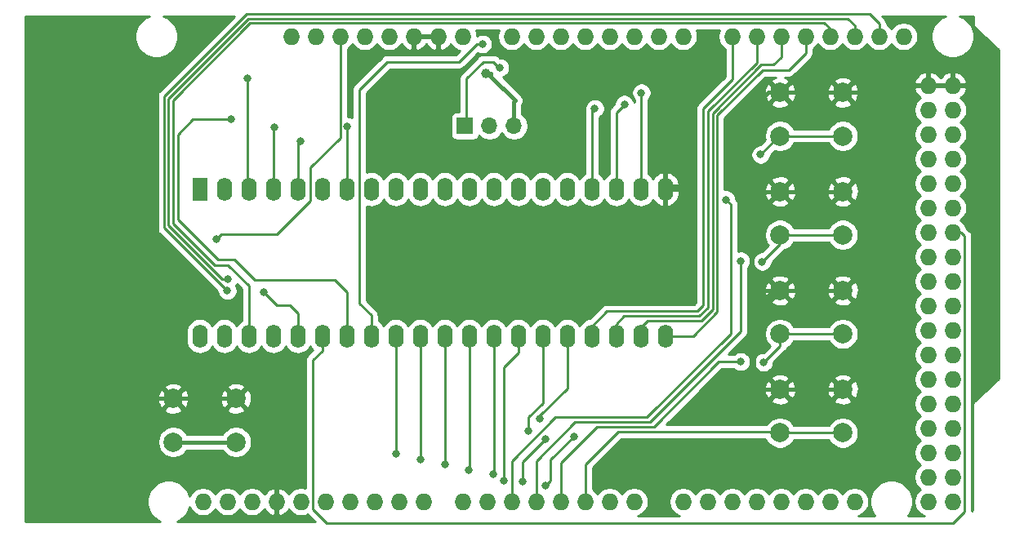
<source format=gbr>
G04 #@! TF.GenerationSoftware,KiCad,Pcbnew,(5.1.5)-2*
G04 #@! TF.CreationDate,2020-03-13T12:58:49+01:00*
G04 #@! TF.ProjectId,CDP1802_Tester,43445031-3830-4325-9f54-65737465722e,rev?*
G04 #@! TF.SameCoordinates,Original*
G04 #@! TF.FileFunction,Copper,L2,Bot*
G04 #@! TF.FilePolarity,Positive*
%FSLAX46Y46*%
G04 Gerber Fmt 4.6, Leading zero omitted, Abs format (unit mm)*
G04 Created by KiCad (PCBNEW (5.1.5)-2) date 2020-03-13 12:58:49*
%MOMM*%
%LPD*%
G04 APERTURE LIST*
%ADD10O,1.700000X1.700000*%
%ADD11R,1.700000X1.700000*%
%ADD12C,2.000000*%
%ADD13O,1.727200X1.727200*%
%ADD14O,1.600000X2.400000*%
%ADD15R,1.600000X2.400000*%
%ADD16C,1.000000*%
%ADD17C,0.800000*%
%ADD18C,0.250000*%
%ADD19C,0.400000*%
%ADD20C,0.254000*%
G04 APERTURE END LIST*
D10*
X146620000Y-29630000D03*
X144080000Y-29630000D03*
D11*
X141540000Y-29630000D03*
D12*
X180710000Y-61474998D03*
X180710000Y-56974998D03*
X174210000Y-61474998D03*
X174210000Y-56974998D03*
X174210000Y-46706665D03*
X174210000Y-51206665D03*
X180710000Y-46706665D03*
X180710000Y-51206665D03*
X180710000Y-40938333D03*
X180710000Y-36438333D03*
X174210000Y-40938333D03*
X174210000Y-36438333D03*
X174210000Y-26170000D03*
X174210000Y-30670000D03*
X180710000Y-26170000D03*
X180710000Y-30670000D03*
X111290000Y-57920000D03*
X111290000Y-62420000D03*
X117790000Y-57920000D03*
X117790000Y-62420000D03*
D13*
X146375001Y-20354999D03*
X141295001Y-20354999D03*
X138755001Y-20354999D03*
X136215001Y-20354999D03*
X133675001Y-20354999D03*
X131135001Y-20354999D03*
X128595001Y-20354999D03*
X126055001Y-20354999D03*
X181935001Y-68614999D03*
X179395001Y-68614999D03*
X176855001Y-68614999D03*
X174315001Y-68614999D03*
X171775001Y-68614999D03*
X169235001Y-68614999D03*
X166695001Y-68614999D03*
X164155001Y-68614999D03*
X159075001Y-68614999D03*
X156535001Y-68614999D03*
X153995001Y-68614999D03*
X151455001Y-68614999D03*
X148915001Y-68614999D03*
X146375001Y-68614999D03*
X143835001Y-68614999D03*
X141295001Y-68614999D03*
X121991001Y-68614999D03*
X137231001Y-68614999D03*
X134691001Y-68614999D03*
X132151001Y-68614999D03*
X114371001Y-68614999D03*
X116911001Y-68614999D03*
X119451001Y-68614999D03*
X124531001Y-68614999D03*
X127071001Y-68614999D03*
X129611001Y-68614999D03*
X123515001Y-20354999D03*
X148915001Y-20354999D03*
X151455001Y-20354999D03*
X153995001Y-20354999D03*
X156535001Y-20354999D03*
X159075001Y-20354999D03*
X161615001Y-20354999D03*
X164155001Y-20354999D03*
X169235001Y-20354999D03*
X171775001Y-20354999D03*
X174315001Y-20354999D03*
X176855001Y-20354999D03*
X179395001Y-20354999D03*
X181935001Y-20354999D03*
X184475001Y-20354999D03*
X187015001Y-20354999D03*
X189555001Y-68614999D03*
X192095001Y-68614999D03*
X189555001Y-66074999D03*
X192095001Y-66074999D03*
X189555001Y-63534999D03*
X192095001Y-63534999D03*
X189555001Y-60994999D03*
X192095001Y-60994999D03*
X189555001Y-58454999D03*
X192095001Y-58454999D03*
X189555001Y-55914999D03*
X192095001Y-55914999D03*
X189555001Y-53374999D03*
X192095001Y-53374999D03*
X189555001Y-50834999D03*
X192095001Y-50834999D03*
X189555001Y-48294999D03*
X192095001Y-48294999D03*
X189555001Y-45754999D03*
X192095001Y-45754999D03*
X189555001Y-43214999D03*
X192095001Y-43214999D03*
X189555001Y-40674999D03*
X192095001Y-40674999D03*
X189555001Y-38134999D03*
X192095001Y-38134999D03*
X189555001Y-35594999D03*
X192095001Y-35594999D03*
X189555001Y-33054999D03*
X192095001Y-33054999D03*
X189555001Y-30514999D03*
X192095001Y-30514999D03*
X189555001Y-27974999D03*
X192095001Y-27974999D03*
X189555001Y-25434999D03*
X192095001Y-25434999D03*
D14*
X114030000Y-51440000D03*
X162290000Y-36200000D03*
X116570000Y-51440000D03*
X159750000Y-36200000D03*
X119110000Y-51440000D03*
X157210000Y-36200000D03*
X121650000Y-51440000D03*
X154670000Y-36200000D03*
X124190000Y-51440000D03*
X152130000Y-36200000D03*
X126730000Y-51440000D03*
X149590000Y-36200000D03*
X129270000Y-51440000D03*
X147050000Y-36200000D03*
X131810000Y-51440000D03*
X144510000Y-36200000D03*
X134350000Y-51440000D03*
X141970000Y-36200000D03*
X136890000Y-51440000D03*
X139430000Y-36200000D03*
X139430000Y-51440000D03*
X136890000Y-36200000D03*
X141970000Y-51440000D03*
X134350000Y-36200000D03*
X144510000Y-51440000D03*
X131810000Y-36200000D03*
X147050000Y-51440000D03*
X129270000Y-36200000D03*
X149590000Y-51440000D03*
X126730000Y-36200000D03*
X152130000Y-51440000D03*
X124190000Y-36200000D03*
X154670000Y-51440000D03*
X121650000Y-36200000D03*
X157210000Y-51440000D03*
X119110000Y-36200000D03*
X159750000Y-51440000D03*
X116570000Y-36200000D03*
X162290000Y-51440000D03*
D15*
X114030000Y-36200000D03*
D16*
X157710000Y-22570000D03*
X116500000Y-18770000D03*
X165150000Y-35840000D03*
D17*
X172510000Y-54150000D03*
X170130000Y-54090000D03*
X172350000Y-43710000D03*
X170130000Y-43630000D03*
X172180000Y-32610000D03*
X168610000Y-37280000D03*
D16*
X143720000Y-24150000D03*
D17*
X134410000Y-63680000D03*
X136940000Y-64250000D03*
X139430000Y-64720000D03*
X141960000Y-65300000D03*
X144490000Y-65740000D03*
X145540000Y-66410000D03*
X147500000Y-66540000D03*
X149880000Y-62140000D03*
X148090000Y-61280000D03*
X149910000Y-66910000D03*
X152820000Y-61830000D03*
X149310000Y-60000000D03*
X159830000Y-26190000D03*
X158060000Y-27370000D03*
X116940000Y-45530000D03*
X155000000Y-27830000D03*
X116890000Y-46730000D03*
X120680000Y-46890000D03*
X117310000Y-28930000D03*
X143360000Y-21140000D03*
X129340000Y-29700000D03*
X124480000Y-31180000D03*
X121760000Y-29770000D03*
X118990000Y-24720000D03*
X115790000Y-41390000D03*
X145160000Y-23580000D03*
D18*
X180710000Y-61474998D02*
X174210000Y-61474998D01*
X153995001Y-64774999D02*
X153995001Y-68614999D01*
X157430000Y-61340000D02*
X153995001Y-64774999D01*
X174210000Y-61474998D02*
X174075002Y-61340000D01*
X174075002Y-61340000D02*
X157430000Y-61340000D01*
D19*
X136215001Y-20354999D02*
X138755001Y-20354999D01*
X174210000Y-26170000D02*
X180710000Y-26170000D01*
X174210000Y-26170000D02*
X173030000Y-26170000D01*
X173030000Y-26170000D02*
X171080000Y-28120000D01*
X171080000Y-28120000D02*
X171080000Y-35220000D01*
X172298333Y-36438333D02*
X174210000Y-36438333D01*
X171080000Y-35220000D02*
X172298333Y-36438333D01*
X174210000Y-36438333D02*
X180710000Y-36438333D01*
X174210000Y-36438333D02*
X172731667Y-36438333D01*
X172731667Y-36438333D02*
X171320000Y-37850000D01*
X171320000Y-37850000D02*
X171320000Y-45740000D01*
X172286665Y-46706665D02*
X174210000Y-46706665D01*
X171320000Y-45740000D02*
X172286665Y-46706665D01*
X174210000Y-46706665D02*
X173463335Y-46706665D01*
X173463335Y-46706665D02*
X171440000Y-48730000D01*
X171440000Y-48730000D02*
X171440000Y-56190000D01*
X172224998Y-56974998D02*
X174210000Y-56974998D01*
X171440000Y-56190000D02*
X172224998Y-56974998D01*
X174210000Y-56974998D02*
X180710000Y-56974998D01*
X180710000Y-46706665D02*
X174210000Y-46706665D01*
X180710000Y-26170000D02*
X184620000Y-26170000D01*
X185355001Y-25434999D02*
X189555001Y-25434999D01*
X184620000Y-26170000D02*
X185355001Y-25434999D01*
X189555001Y-25434999D02*
X192095001Y-25434999D01*
X162290000Y-27140000D02*
X157650000Y-22500000D01*
X157650000Y-22500000D02*
X157650000Y-22510000D01*
X157650000Y-22510000D02*
X157710000Y-22570000D01*
X165150000Y-35840000D02*
X165200000Y-35790000D01*
X165200000Y-35790000D02*
X165200000Y-28470000D01*
X163870000Y-27140000D02*
X162290000Y-27140000D01*
X165200000Y-28470000D02*
X163870000Y-27140000D01*
X162650000Y-35840000D02*
X162290000Y-36200000D01*
X165150000Y-35840000D02*
X162650000Y-35840000D01*
X116500000Y-19210000D02*
X116500000Y-18770000D01*
X121991001Y-62581001D02*
X119860000Y-60450000D01*
X119860000Y-60450000D02*
X110420000Y-60450000D01*
X110420000Y-60450000D02*
X109560000Y-59590000D01*
X109560000Y-26150000D02*
X116500000Y-19210000D01*
X121991001Y-68614999D02*
X121991001Y-62581001D01*
X111290000Y-57920000D02*
X109580000Y-57920000D01*
X109580000Y-57920000D02*
X109550000Y-57890000D01*
X109560000Y-59590000D02*
X109550000Y-57890000D01*
X109550000Y-57890000D02*
X109560000Y-26150000D01*
X117790000Y-57920000D02*
X111290000Y-57920000D01*
D18*
X180710000Y-51206665D02*
X174210000Y-51206665D01*
X174210000Y-51206665D02*
X174210000Y-52450000D01*
X174210000Y-52450000D02*
X172510000Y-54150000D01*
X155190000Y-60850000D02*
X151455001Y-64584999D01*
X161110000Y-60850000D02*
X155190000Y-60850000D01*
X151455001Y-64584999D02*
X151455001Y-68614999D01*
X170130000Y-54090000D02*
X167870000Y-54090000D01*
X167870000Y-54090000D02*
X161110000Y-60850000D01*
X180710000Y-40938333D02*
X174210000Y-40938333D01*
X174210000Y-40938333D02*
X174210000Y-41850000D01*
X174210000Y-41850000D02*
X172350000Y-43710000D01*
X148915001Y-64404999D02*
X148915001Y-68614999D01*
X160710000Y-60370000D02*
X152950000Y-60370000D01*
X170130000Y-43630000D02*
X170130000Y-50950000D01*
X152950000Y-60370000D02*
X148915001Y-64404999D01*
X170130000Y-50950000D02*
X160710000Y-60370000D01*
X180710000Y-30670000D02*
X174210000Y-30670000D01*
X174210000Y-30670000D02*
X174120000Y-30670000D01*
X174120000Y-30670000D02*
X172180000Y-32610000D01*
X146375001Y-64384999D02*
X146375001Y-68614999D01*
X169090000Y-37760000D02*
X169090000Y-51190000D01*
X168610000Y-37280000D02*
X169090000Y-37760000D01*
X169090000Y-51190000D02*
X160420000Y-59860000D01*
X160420000Y-59860000D02*
X150900000Y-59860000D01*
X150900000Y-59860000D02*
X146375001Y-64384999D01*
D19*
X143720000Y-24150000D02*
X144250000Y-24150000D01*
X144250000Y-24150000D02*
X144250000Y-24510000D01*
X144250000Y-24510000D02*
X146750000Y-27010000D01*
X146620000Y-27140000D02*
X146750000Y-27010000D01*
X146620000Y-29630000D02*
X146620000Y-27140000D01*
D18*
X134350000Y-63620000D02*
X134350000Y-51440000D01*
X134410000Y-63680000D02*
X134350000Y-63620000D01*
X136890000Y-64200000D02*
X136890000Y-51440000D01*
X136940000Y-64250000D02*
X136890000Y-64200000D01*
X139430000Y-64720000D02*
X139430000Y-51440000D01*
X141970000Y-65290000D02*
X141970000Y-51440000D01*
X141960000Y-65300000D02*
X141970000Y-65290000D01*
X144510000Y-65720000D02*
X144510000Y-51440000D01*
X144490000Y-65740000D02*
X144510000Y-65720000D01*
X145540000Y-66410000D02*
X145570000Y-66380000D01*
X145570000Y-66380000D02*
X145570000Y-54640000D01*
X147050000Y-53160000D02*
X147050000Y-51440000D01*
X145570000Y-54640000D02*
X147050000Y-53160000D01*
X147500000Y-66540000D02*
X147500000Y-64520000D01*
X147500000Y-64520000D02*
X149880000Y-62140000D01*
X148090000Y-61280000D02*
X148090000Y-59860000D01*
X149590000Y-58360000D02*
X149590000Y-51440000D01*
X148090000Y-59860000D02*
X149590000Y-58360000D01*
X149910000Y-66910000D02*
X150370000Y-66450000D01*
X150370000Y-66450000D02*
X150370000Y-64280000D01*
X150370000Y-64280000D02*
X152820000Y-61830000D01*
X149310000Y-60000000D02*
X149310000Y-59690000D01*
X152130000Y-56870000D02*
X152130000Y-51440000D01*
X149310000Y-59690000D02*
X152130000Y-56870000D01*
X159830000Y-36120000D02*
X159750000Y-36200000D01*
X159830000Y-26190000D02*
X159830000Y-36120000D01*
X179395001Y-20354999D02*
X179395001Y-19555001D01*
X179395001Y-19555001D02*
X178790000Y-18950000D01*
X178790000Y-18950000D02*
X119270000Y-18950000D01*
X119270000Y-18950000D02*
X111270000Y-26950000D01*
X111270000Y-26950000D02*
X111270000Y-39800000D01*
X111270000Y-39800000D02*
X115550000Y-44080000D01*
X115550000Y-44080000D02*
X116950000Y-44080000D01*
X119110000Y-46240000D02*
X119110000Y-51440000D01*
X116950000Y-44080000D02*
X119110000Y-46240000D01*
X157210000Y-28220000D02*
X157210000Y-36200000D01*
X158060000Y-27370000D02*
X157210000Y-28220000D01*
X181935001Y-20354999D02*
X181935001Y-19215001D01*
X181935001Y-19215001D02*
X181200000Y-18480000D01*
X181200000Y-18480000D02*
X119100000Y-18480000D01*
X119100000Y-18480000D02*
X110780000Y-26800000D01*
X110780000Y-26800000D02*
X110780000Y-39970000D01*
X110780000Y-39970000D02*
X116340000Y-45530000D01*
X116340000Y-45530000D02*
X116940000Y-45530000D01*
X154670000Y-28160000D02*
X154670000Y-36200000D01*
X155000000Y-27830000D02*
X154670000Y-28160000D01*
X184475001Y-20354999D02*
X184475001Y-19015001D01*
X184475001Y-19015001D02*
X183480000Y-18020000D01*
X183480000Y-18020000D02*
X118890000Y-18020000D01*
X118890000Y-18020000D02*
X110320000Y-26590000D01*
X110320000Y-26590000D02*
X110320000Y-40220000D01*
X110320000Y-40220000D02*
X116830000Y-46730000D01*
X116830000Y-46730000D02*
X116890000Y-46730000D01*
X120680000Y-46890000D02*
X122060000Y-48270000D01*
X122060000Y-48270000D02*
X123370000Y-48270000D01*
X124190000Y-49090000D02*
X124190000Y-51440000D01*
X123370000Y-48270000D02*
X124190000Y-49090000D01*
X192095001Y-40674999D02*
X192944999Y-40674999D01*
X192944999Y-40674999D02*
X193330000Y-41060000D01*
X193330000Y-41060000D02*
X193330000Y-69670000D01*
X193330000Y-69670000D02*
X192170000Y-70830000D01*
X192170000Y-70830000D02*
X127200000Y-70830000D01*
X127200000Y-70830000D02*
X125760000Y-69390000D01*
X125760000Y-69390000D02*
X125760000Y-53920000D01*
X126730000Y-52950000D02*
X126730000Y-51440000D01*
X125760000Y-53920000D02*
X126730000Y-52950000D01*
X117310000Y-28930000D02*
X113340000Y-28930000D01*
X113340000Y-28930000D02*
X111750000Y-30520000D01*
X111750000Y-30520000D02*
X111750000Y-39380000D01*
X111750000Y-39380000D02*
X115890000Y-43520000D01*
X115890000Y-43520000D02*
X117630000Y-43520000D01*
X117630000Y-43520000D02*
X119700000Y-45590000D01*
X119700000Y-45590000D02*
X128020000Y-45590000D01*
X129270000Y-46840000D02*
X129270000Y-51440000D01*
X128020000Y-45590000D02*
X129270000Y-46840000D01*
X143360000Y-21140000D02*
X142750000Y-21140000D01*
X142750000Y-21140000D02*
X140910000Y-22980000D01*
X140910000Y-22980000D02*
X133480000Y-22980000D01*
X133480000Y-22980000D02*
X130590000Y-25870000D01*
X130590000Y-25870000D02*
X130590000Y-48070000D01*
X131810000Y-49290000D02*
X131810000Y-51440000D01*
X130590000Y-48070000D02*
X131810000Y-49290000D01*
X129270000Y-29770000D02*
X129270000Y-36200000D01*
X129340000Y-29700000D02*
X129270000Y-29770000D01*
X124190000Y-31470000D02*
X124190000Y-36200000D01*
X124480000Y-31180000D02*
X124190000Y-31470000D01*
X166230000Y-27830000D02*
X169235001Y-24824999D01*
X154670000Y-51440000D02*
X154670000Y-50450000D01*
X156250000Y-48870000D02*
X165600000Y-48870000D01*
X169235001Y-24824999D02*
X169235001Y-20354999D01*
X154670000Y-50450000D02*
X156250000Y-48870000D01*
X165600000Y-48870000D02*
X166230000Y-48240000D01*
X166230000Y-48240000D02*
X166230000Y-27830000D01*
X121650000Y-29880000D02*
X121650000Y-36200000D01*
X121760000Y-29770000D02*
X121650000Y-29880000D01*
X157210000Y-50180000D02*
X157210000Y-51440000D01*
X158020000Y-49370000D02*
X157210000Y-50180000D01*
X171775001Y-20354999D02*
X171775001Y-23054999D01*
X166740000Y-48450000D02*
X165820000Y-49370000D01*
X166740000Y-28090000D02*
X166740000Y-48450000D01*
X171775001Y-23054999D02*
X166740000Y-28090000D01*
X165820000Y-49370000D02*
X158020000Y-49370000D01*
X118990000Y-36080000D02*
X119110000Y-36200000D01*
X118990000Y-24720000D02*
X118990000Y-36080000D01*
X173520000Y-23300000D02*
X174315001Y-22504999D01*
X172230000Y-23300000D02*
X173520000Y-23300000D01*
X167220000Y-28310000D02*
X172230000Y-23300000D01*
X159750000Y-50530000D02*
X160440000Y-49840000D01*
X160440000Y-49840000D02*
X166070000Y-49840000D01*
X166070000Y-49840000D02*
X167220000Y-48690000D01*
X174315001Y-22504999D02*
X174315001Y-20354999D01*
X159750000Y-51440000D02*
X159750000Y-50530000D01*
X167220000Y-48690000D02*
X167220000Y-28310000D01*
X176855001Y-22084999D02*
X175090000Y-23850000D01*
X176855001Y-20354999D02*
X176855001Y-22084999D01*
X175090000Y-23850000D02*
X172370000Y-23850000D01*
X167700000Y-48930000D02*
X165190000Y-51440000D01*
X172370000Y-23850000D02*
X167700000Y-28520000D01*
X165190000Y-51440000D02*
X162290000Y-51440000D01*
X167700000Y-28520000D02*
X167700000Y-48930000D01*
D19*
X111020000Y-62440000D02*
X117520000Y-62440000D01*
D18*
X128595001Y-20354999D02*
X128595001Y-30854999D01*
X128595001Y-30854999D02*
X125490000Y-33960000D01*
X125490000Y-33960000D02*
X125490000Y-37440000D01*
X125490000Y-37440000D02*
X122020000Y-40910000D01*
X122020000Y-40910000D02*
X116270000Y-40910000D01*
X116270000Y-40910000D02*
X115790000Y-41390000D01*
X145160000Y-23580000D02*
X145090000Y-23580000D01*
X145090000Y-23580000D02*
X144500000Y-22990000D01*
X144500000Y-22990000D02*
X143410000Y-22990000D01*
X143410000Y-22990000D02*
X141670000Y-24730000D01*
X141670000Y-29500000D02*
X141540000Y-29630000D01*
X141670000Y-24730000D02*
X141670000Y-29500000D01*
D20*
G36*
X108486332Y-18374368D02*
G01*
X108120272Y-18618961D01*
X107808963Y-18930270D01*
X107564370Y-19296330D01*
X107395891Y-19703074D01*
X107310001Y-20134871D01*
X107310001Y-20575127D01*
X107395891Y-21006924D01*
X107564370Y-21413668D01*
X107808963Y-21779728D01*
X108120272Y-22091037D01*
X108486332Y-22335630D01*
X108893076Y-22504109D01*
X109324873Y-22589999D01*
X109765129Y-22589999D01*
X110196926Y-22504109D01*
X110603670Y-22335630D01*
X110969730Y-22091037D01*
X111281039Y-21779728D01*
X111525632Y-21413668D01*
X111694111Y-21006924D01*
X111780001Y-20575127D01*
X111780001Y-20134871D01*
X111694111Y-19703074D01*
X111525632Y-19296330D01*
X111281039Y-18930270D01*
X110969730Y-18618961D01*
X110603670Y-18374368D01*
X110255135Y-18230000D01*
X117605198Y-18230000D01*
X109809003Y-26026196D01*
X109779999Y-26049999D01*
X109748763Y-26088061D01*
X109685026Y-26165724D01*
X109648089Y-26234828D01*
X109614454Y-26297754D01*
X109570997Y-26441015D01*
X109560000Y-26552668D01*
X109560000Y-26552678D01*
X109556324Y-26590000D01*
X109560000Y-26627322D01*
X109560001Y-40182668D01*
X109556324Y-40220000D01*
X109560001Y-40257333D01*
X109570998Y-40368986D01*
X109575174Y-40382752D01*
X109614454Y-40512246D01*
X109685026Y-40644276D01*
X109746354Y-40719003D01*
X109780000Y-40760001D01*
X109808998Y-40783799D01*
X115855000Y-46829802D01*
X115855000Y-46831939D01*
X115894774Y-47031898D01*
X115972795Y-47220256D01*
X116086063Y-47389774D01*
X116230226Y-47533937D01*
X116399744Y-47647205D01*
X116588102Y-47725226D01*
X116788061Y-47765000D01*
X116991939Y-47765000D01*
X117191898Y-47725226D01*
X117380256Y-47647205D01*
X117549774Y-47533937D01*
X117693937Y-47389774D01*
X117807205Y-47220256D01*
X117885226Y-47031898D01*
X117925000Y-46831939D01*
X117925000Y-46628061D01*
X117885226Y-46428102D01*
X117807205Y-46239744D01*
X117758877Y-46167415D01*
X117840482Y-46045284D01*
X118350000Y-46554802D01*
X118350001Y-49819099D01*
X118308900Y-49841068D01*
X118090393Y-50020392D01*
X117911068Y-50238899D01*
X117840000Y-50371858D01*
X117768932Y-50238899D01*
X117589608Y-50020392D01*
X117371101Y-49841068D01*
X117121808Y-49707818D01*
X116851309Y-49625764D01*
X116570000Y-49598057D01*
X116288692Y-49625764D01*
X116018193Y-49707818D01*
X115768900Y-49841068D01*
X115550393Y-50020392D01*
X115371068Y-50238899D01*
X115300000Y-50371858D01*
X115228932Y-50238899D01*
X115049608Y-50020392D01*
X114831101Y-49841068D01*
X114581808Y-49707818D01*
X114311309Y-49625764D01*
X114030000Y-49598057D01*
X113748692Y-49625764D01*
X113478193Y-49707818D01*
X113228900Y-49841068D01*
X113010393Y-50020392D01*
X112831068Y-50238899D01*
X112697818Y-50488192D01*
X112615764Y-50758691D01*
X112595000Y-50969508D01*
X112595000Y-51910491D01*
X112615764Y-52121308D01*
X112697818Y-52391807D01*
X112831068Y-52641100D01*
X113010392Y-52859607D01*
X113228899Y-53038932D01*
X113478192Y-53172182D01*
X113748691Y-53254236D01*
X114030000Y-53281943D01*
X114311308Y-53254236D01*
X114581807Y-53172182D01*
X114831100Y-53038932D01*
X115049607Y-52859608D01*
X115228932Y-52641101D01*
X115300000Y-52508142D01*
X115371068Y-52641100D01*
X115550392Y-52859607D01*
X115768899Y-53038932D01*
X116018192Y-53172182D01*
X116288691Y-53254236D01*
X116570000Y-53281943D01*
X116851308Y-53254236D01*
X117121807Y-53172182D01*
X117371100Y-53038932D01*
X117589607Y-52859608D01*
X117768932Y-52641101D01*
X117840000Y-52508142D01*
X117911068Y-52641100D01*
X118090392Y-52859607D01*
X118308899Y-53038932D01*
X118558192Y-53172182D01*
X118828691Y-53254236D01*
X119110000Y-53281943D01*
X119391308Y-53254236D01*
X119661807Y-53172182D01*
X119911100Y-53038932D01*
X120129607Y-52859608D01*
X120308932Y-52641101D01*
X120380000Y-52508142D01*
X120451068Y-52641100D01*
X120630392Y-52859607D01*
X120848899Y-53038932D01*
X121098192Y-53172182D01*
X121368691Y-53254236D01*
X121650000Y-53281943D01*
X121931308Y-53254236D01*
X122201807Y-53172182D01*
X122451100Y-53038932D01*
X122669607Y-52859608D01*
X122848932Y-52641101D01*
X122920000Y-52508142D01*
X122991068Y-52641100D01*
X123170392Y-52859607D01*
X123388899Y-53038932D01*
X123638192Y-53172182D01*
X123908691Y-53254236D01*
X124190000Y-53281943D01*
X124471308Y-53254236D01*
X124741807Y-53172182D01*
X124991100Y-53038932D01*
X125209607Y-52859608D01*
X125388932Y-52641101D01*
X125460000Y-52508142D01*
X125531068Y-52641100D01*
X125710392Y-52859607D01*
X125729725Y-52875473D01*
X125248998Y-53356201D01*
X125220000Y-53379999D01*
X125196202Y-53408997D01*
X125196201Y-53408998D01*
X125125026Y-53495724D01*
X125054454Y-53627754D01*
X125010998Y-53771015D01*
X124996324Y-53920000D01*
X125000001Y-53957333D01*
X125000000Y-67187192D01*
X124968126Y-67173989D01*
X124678600Y-67116399D01*
X124383402Y-67116399D01*
X124093876Y-67173989D01*
X123821148Y-67286957D01*
X123575699Y-67450960D01*
X123366962Y-67659697D01*
X123259309Y-67820812D01*
X123097855Y-67604706D01*
X122879489Y-67408182D01*
X122626979Y-67258035D01*
X122350028Y-67160036D01*
X122118001Y-67280535D01*
X122118001Y-68487999D01*
X122138001Y-68487999D01*
X122138001Y-68741999D01*
X122118001Y-68741999D01*
X122118001Y-69949463D01*
X122350028Y-70069962D01*
X122626979Y-69971963D01*
X122879489Y-69821816D01*
X123097855Y-69625292D01*
X123259309Y-69409186D01*
X123366962Y-69570301D01*
X123575699Y-69779038D01*
X123821148Y-69943041D01*
X124093876Y-70056009D01*
X124383402Y-70113599D01*
X124678600Y-70113599D01*
X124968126Y-70056009D01*
X125237554Y-69944408D01*
X125249003Y-69953804D01*
X125964601Y-70669403D01*
X111706128Y-70665028D01*
X111873670Y-70595630D01*
X112239730Y-70351037D01*
X112551039Y-70039728D01*
X112795632Y-69673668D01*
X112964111Y-69266924D01*
X112981907Y-69177459D01*
X113042959Y-69324852D01*
X113206962Y-69570301D01*
X113415699Y-69779038D01*
X113661148Y-69943041D01*
X113933876Y-70056009D01*
X114223402Y-70113599D01*
X114518600Y-70113599D01*
X114808126Y-70056009D01*
X115080854Y-69943041D01*
X115326303Y-69779038D01*
X115535040Y-69570301D01*
X115641001Y-69411718D01*
X115746962Y-69570301D01*
X115955699Y-69779038D01*
X116201148Y-69943041D01*
X116473876Y-70056009D01*
X116763402Y-70113599D01*
X117058600Y-70113599D01*
X117348126Y-70056009D01*
X117620854Y-69943041D01*
X117866303Y-69779038D01*
X118075040Y-69570301D01*
X118181001Y-69411718D01*
X118286962Y-69570301D01*
X118495699Y-69779038D01*
X118741148Y-69943041D01*
X119013876Y-70056009D01*
X119303402Y-70113599D01*
X119598600Y-70113599D01*
X119888126Y-70056009D01*
X120160854Y-69943041D01*
X120406303Y-69779038D01*
X120615040Y-69570301D01*
X120722693Y-69409186D01*
X120884147Y-69625292D01*
X121102513Y-69821816D01*
X121355023Y-69971963D01*
X121631974Y-70069962D01*
X121864001Y-69949463D01*
X121864001Y-68741999D01*
X121844001Y-68741999D01*
X121844001Y-68487999D01*
X121864001Y-68487999D01*
X121864001Y-67280535D01*
X121631974Y-67160036D01*
X121355023Y-67258035D01*
X121102513Y-67408182D01*
X120884147Y-67604706D01*
X120722693Y-67820812D01*
X120615040Y-67659697D01*
X120406303Y-67450960D01*
X120160854Y-67286957D01*
X119888126Y-67173989D01*
X119598600Y-67116399D01*
X119303402Y-67116399D01*
X119013876Y-67173989D01*
X118741148Y-67286957D01*
X118495699Y-67450960D01*
X118286962Y-67659697D01*
X118181001Y-67818280D01*
X118075040Y-67659697D01*
X117866303Y-67450960D01*
X117620854Y-67286957D01*
X117348126Y-67173989D01*
X117058600Y-67116399D01*
X116763402Y-67116399D01*
X116473876Y-67173989D01*
X116201148Y-67286957D01*
X115955699Y-67450960D01*
X115746962Y-67659697D01*
X115641001Y-67818280D01*
X115535040Y-67659697D01*
X115326303Y-67450960D01*
X115080854Y-67286957D01*
X114808126Y-67173989D01*
X114518600Y-67116399D01*
X114223402Y-67116399D01*
X113933876Y-67173989D01*
X113661148Y-67286957D01*
X113415699Y-67450960D01*
X113206962Y-67659697D01*
X113042959Y-67905146D01*
X112981907Y-68052539D01*
X112964111Y-67963074D01*
X112795632Y-67556330D01*
X112551039Y-67190270D01*
X112239730Y-66878961D01*
X111873670Y-66634368D01*
X111466926Y-66465889D01*
X111035129Y-66379999D01*
X110594873Y-66379999D01*
X110163076Y-66465889D01*
X109756332Y-66634368D01*
X109390272Y-66878961D01*
X109078963Y-67190270D01*
X108834370Y-67556330D01*
X108665891Y-67963074D01*
X108580001Y-68394871D01*
X108580001Y-68835127D01*
X108665891Y-69266924D01*
X108834370Y-69673668D01*
X109078963Y-70039728D01*
X109390272Y-70351037D01*
X109756332Y-70595630D01*
X109922553Y-70664481D01*
X95980000Y-70660203D01*
X95980000Y-62258967D01*
X109655000Y-62258967D01*
X109655000Y-62581033D01*
X109717832Y-62896912D01*
X109841082Y-63194463D01*
X110020013Y-63462252D01*
X110247748Y-63689987D01*
X110515537Y-63868918D01*
X110813088Y-63992168D01*
X111128967Y-64055000D01*
X111451033Y-64055000D01*
X111766912Y-63992168D01*
X112064463Y-63868918D01*
X112332252Y-63689987D01*
X112559987Y-63462252D01*
X112685105Y-63275000D01*
X116394895Y-63275000D01*
X116520013Y-63462252D01*
X116747748Y-63689987D01*
X117015537Y-63868918D01*
X117313088Y-63992168D01*
X117628967Y-64055000D01*
X117951033Y-64055000D01*
X118266912Y-63992168D01*
X118564463Y-63868918D01*
X118832252Y-63689987D01*
X119059987Y-63462252D01*
X119238918Y-63194463D01*
X119362168Y-62896912D01*
X119425000Y-62581033D01*
X119425000Y-62258967D01*
X119362168Y-61943088D01*
X119238918Y-61645537D01*
X119059987Y-61377748D01*
X118832252Y-61150013D01*
X118564463Y-60971082D01*
X118266912Y-60847832D01*
X117951033Y-60785000D01*
X117628967Y-60785000D01*
X117313088Y-60847832D01*
X117015537Y-60971082D01*
X116747748Y-61150013D01*
X116520013Y-61377748D01*
X116368168Y-61605000D01*
X112711832Y-61605000D01*
X112559987Y-61377748D01*
X112332252Y-61150013D01*
X112064463Y-60971082D01*
X111766912Y-60847832D01*
X111451033Y-60785000D01*
X111128967Y-60785000D01*
X110813088Y-60847832D01*
X110515537Y-60971082D01*
X110247748Y-61150013D01*
X110020013Y-61377748D01*
X109841082Y-61645537D01*
X109717832Y-61943088D01*
X109655000Y-62258967D01*
X95980000Y-62258967D01*
X95980000Y-59055413D01*
X110334192Y-59055413D01*
X110429956Y-59319814D01*
X110719571Y-59460704D01*
X111031108Y-59542384D01*
X111352595Y-59561718D01*
X111671675Y-59517961D01*
X111976088Y-59412795D01*
X112150044Y-59319814D01*
X112245808Y-59055413D01*
X116834192Y-59055413D01*
X116929956Y-59319814D01*
X117219571Y-59460704D01*
X117531108Y-59542384D01*
X117852595Y-59561718D01*
X118171675Y-59517961D01*
X118476088Y-59412795D01*
X118650044Y-59319814D01*
X118745808Y-59055413D01*
X117790000Y-58099605D01*
X116834192Y-59055413D01*
X112245808Y-59055413D01*
X111290000Y-58099605D01*
X110334192Y-59055413D01*
X95980000Y-59055413D01*
X95980000Y-57982595D01*
X109648282Y-57982595D01*
X109692039Y-58301675D01*
X109797205Y-58606088D01*
X109890186Y-58780044D01*
X110154587Y-58875808D01*
X111110395Y-57920000D01*
X111469605Y-57920000D01*
X112425413Y-58875808D01*
X112689814Y-58780044D01*
X112830704Y-58490429D01*
X112912384Y-58178892D01*
X112924189Y-57982595D01*
X116148282Y-57982595D01*
X116192039Y-58301675D01*
X116297205Y-58606088D01*
X116390186Y-58780044D01*
X116654587Y-58875808D01*
X117610395Y-57920000D01*
X117969605Y-57920000D01*
X118925413Y-58875808D01*
X119189814Y-58780044D01*
X119330704Y-58490429D01*
X119412384Y-58178892D01*
X119431718Y-57857405D01*
X119387961Y-57538325D01*
X119282795Y-57233912D01*
X119189814Y-57059956D01*
X118925413Y-56964192D01*
X117969605Y-57920000D01*
X117610395Y-57920000D01*
X116654587Y-56964192D01*
X116390186Y-57059956D01*
X116249296Y-57349571D01*
X116167616Y-57661108D01*
X116148282Y-57982595D01*
X112924189Y-57982595D01*
X112931718Y-57857405D01*
X112887961Y-57538325D01*
X112782795Y-57233912D01*
X112689814Y-57059956D01*
X112425413Y-56964192D01*
X111469605Y-57920000D01*
X111110395Y-57920000D01*
X110154587Y-56964192D01*
X109890186Y-57059956D01*
X109749296Y-57349571D01*
X109667616Y-57661108D01*
X109648282Y-57982595D01*
X95980000Y-57982595D01*
X95980000Y-56784587D01*
X110334192Y-56784587D01*
X111290000Y-57740395D01*
X112245808Y-56784587D01*
X116834192Y-56784587D01*
X117790000Y-57740395D01*
X118745808Y-56784587D01*
X118650044Y-56520186D01*
X118360429Y-56379296D01*
X118048892Y-56297616D01*
X117727405Y-56278282D01*
X117408325Y-56322039D01*
X117103912Y-56427205D01*
X116929956Y-56520186D01*
X116834192Y-56784587D01*
X112245808Y-56784587D01*
X112150044Y-56520186D01*
X111860429Y-56379296D01*
X111548892Y-56297616D01*
X111227405Y-56278282D01*
X110908325Y-56322039D01*
X110603912Y-56427205D01*
X110429956Y-56520186D01*
X110334192Y-56784587D01*
X95980000Y-56784587D01*
X95980000Y-18230000D01*
X108834867Y-18230000D01*
X108486332Y-18374368D01*
G37*
X108486332Y-18374368D02*
X108120272Y-18618961D01*
X107808963Y-18930270D01*
X107564370Y-19296330D01*
X107395891Y-19703074D01*
X107310001Y-20134871D01*
X107310001Y-20575127D01*
X107395891Y-21006924D01*
X107564370Y-21413668D01*
X107808963Y-21779728D01*
X108120272Y-22091037D01*
X108486332Y-22335630D01*
X108893076Y-22504109D01*
X109324873Y-22589999D01*
X109765129Y-22589999D01*
X110196926Y-22504109D01*
X110603670Y-22335630D01*
X110969730Y-22091037D01*
X111281039Y-21779728D01*
X111525632Y-21413668D01*
X111694111Y-21006924D01*
X111780001Y-20575127D01*
X111780001Y-20134871D01*
X111694111Y-19703074D01*
X111525632Y-19296330D01*
X111281039Y-18930270D01*
X110969730Y-18618961D01*
X110603670Y-18374368D01*
X110255135Y-18230000D01*
X117605198Y-18230000D01*
X109809003Y-26026196D01*
X109779999Y-26049999D01*
X109748763Y-26088061D01*
X109685026Y-26165724D01*
X109648089Y-26234828D01*
X109614454Y-26297754D01*
X109570997Y-26441015D01*
X109560000Y-26552668D01*
X109560000Y-26552678D01*
X109556324Y-26590000D01*
X109560000Y-26627322D01*
X109560001Y-40182668D01*
X109556324Y-40220000D01*
X109560001Y-40257333D01*
X109570998Y-40368986D01*
X109575174Y-40382752D01*
X109614454Y-40512246D01*
X109685026Y-40644276D01*
X109746354Y-40719003D01*
X109780000Y-40760001D01*
X109808998Y-40783799D01*
X115855000Y-46829802D01*
X115855000Y-46831939D01*
X115894774Y-47031898D01*
X115972795Y-47220256D01*
X116086063Y-47389774D01*
X116230226Y-47533937D01*
X116399744Y-47647205D01*
X116588102Y-47725226D01*
X116788061Y-47765000D01*
X116991939Y-47765000D01*
X117191898Y-47725226D01*
X117380256Y-47647205D01*
X117549774Y-47533937D01*
X117693937Y-47389774D01*
X117807205Y-47220256D01*
X117885226Y-47031898D01*
X117925000Y-46831939D01*
X117925000Y-46628061D01*
X117885226Y-46428102D01*
X117807205Y-46239744D01*
X117758877Y-46167415D01*
X117840482Y-46045284D01*
X118350000Y-46554802D01*
X118350001Y-49819099D01*
X118308900Y-49841068D01*
X118090393Y-50020392D01*
X117911068Y-50238899D01*
X117840000Y-50371858D01*
X117768932Y-50238899D01*
X117589608Y-50020392D01*
X117371101Y-49841068D01*
X117121808Y-49707818D01*
X116851309Y-49625764D01*
X116570000Y-49598057D01*
X116288692Y-49625764D01*
X116018193Y-49707818D01*
X115768900Y-49841068D01*
X115550393Y-50020392D01*
X115371068Y-50238899D01*
X115300000Y-50371858D01*
X115228932Y-50238899D01*
X115049608Y-50020392D01*
X114831101Y-49841068D01*
X114581808Y-49707818D01*
X114311309Y-49625764D01*
X114030000Y-49598057D01*
X113748692Y-49625764D01*
X113478193Y-49707818D01*
X113228900Y-49841068D01*
X113010393Y-50020392D01*
X112831068Y-50238899D01*
X112697818Y-50488192D01*
X112615764Y-50758691D01*
X112595000Y-50969508D01*
X112595000Y-51910491D01*
X112615764Y-52121308D01*
X112697818Y-52391807D01*
X112831068Y-52641100D01*
X113010392Y-52859607D01*
X113228899Y-53038932D01*
X113478192Y-53172182D01*
X113748691Y-53254236D01*
X114030000Y-53281943D01*
X114311308Y-53254236D01*
X114581807Y-53172182D01*
X114831100Y-53038932D01*
X115049607Y-52859608D01*
X115228932Y-52641101D01*
X115300000Y-52508142D01*
X115371068Y-52641100D01*
X115550392Y-52859607D01*
X115768899Y-53038932D01*
X116018192Y-53172182D01*
X116288691Y-53254236D01*
X116570000Y-53281943D01*
X116851308Y-53254236D01*
X117121807Y-53172182D01*
X117371100Y-53038932D01*
X117589607Y-52859608D01*
X117768932Y-52641101D01*
X117840000Y-52508142D01*
X117911068Y-52641100D01*
X118090392Y-52859607D01*
X118308899Y-53038932D01*
X118558192Y-53172182D01*
X118828691Y-53254236D01*
X119110000Y-53281943D01*
X119391308Y-53254236D01*
X119661807Y-53172182D01*
X119911100Y-53038932D01*
X120129607Y-52859608D01*
X120308932Y-52641101D01*
X120380000Y-52508142D01*
X120451068Y-52641100D01*
X120630392Y-52859607D01*
X120848899Y-53038932D01*
X121098192Y-53172182D01*
X121368691Y-53254236D01*
X121650000Y-53281943D01*
X121931308Y-53254236D01*
X122201807Y-53172182D01*
X122451100Y-53038932D01*
X122669607Y-52859608D01*
X122848932Y-52641101D01*
X122920000Y-52508142D01*
X122991068Y-52641100D01*
X123170392Y-52859607D01*
X123388899Y-53038932D01*
X123638192Y-53172182D01*
X123908691Y-53254236D01*
X124190000Y-53281943D01*
X124471308Y-53254236D01*
X124741807Y-53172182D01*
X124991100Y-53038932D01*
X125209607Y-52859608D01*
X125388932Y-52641101D01*
X125460000Y-52508142D01*
X125531068Y-52641100D01*
X125710392Y-52859607D01*
X125729725Y-52875473D01*
X125248998Y-53356201D01*
X125220000Y-53379999D01*
X125196202Y-53408997D01*
X125196201Y-53408998D01*
X125125026Y-53495724D01*
X125054454Y-53627754D01*
X125010998Y-53771015D01*
X124996324Y-53920000D01*
X125000001Y-53957333D01*
X125000000Y-67187192D01*
X124968126Y-67173989D01*
X124678600Y-67116399D01*
X124383402Y-67116399D01*
X124093876Y-67173989D01*
X123821148Y-67286957D01*
X123575699Y-67450960D01*
X123366962Y-67659697D01*
X123259309Y-67820812D01*
X123097855Y-67604706D01*
X122879489Y-67408182D01*
X122626979Y-67258035D01*
X122350028Y-67160036D01*
X122118001Y-67280535D01*
X122118001Y-68487999D01*
X122138001Y-68487999D01*
X122138001Y-68741999D01*
X122118001Y-68741999D01*
X122118001Y-69949463D01*
X122350028Y-70069962D01*
X122626979Y-69971963D01*
X122879489Y-69821816D01*
X123097855Y-69625292D01*
X123259309Y-69409186D01*
X123366962Y-69570301D01*
X123575699Y-69779038D01*
X123821148Y-69943041D01*
X124093876Y-70056009D01*
X124383402Y-70113599D01*
X124678600Y-70113599D01*
X124968126Y-70056009D01*
X125237554Y-69944408D01*
X125249003Y-69953804D01*
X125964601Y-70669403D01*
X111706128Y-70665028D01*
X111873670Y-70595630D01*
X112239730Y-70351037D01*
X112551039Y-70039728D01*
X112795632Y-69673668D01*
X112964111Y-69266924D01*
X112981907Y-69177459D01*
X113042959Y-69324852D01*
X113206962Y-69570301D01*
X113415699Y-69779038D01*
X113661148Y-69943041D01*
X113933876Y-70056009D01*
X114223402Y-70113599D01*
X114518600Y-70113599D01*
X114808126Y-70056009D01*
X115080854Y-69943041D01*
X115326303Y-69779038D01*
X115535040Y-69570301D01*
X115641001Y-69411718D01*
X115746962Y-69570301D01*
X115955699Y-69779038D01*
X116201148Y-69943041D01*
X116473876Y-70056009D01*
X116763402Y-70113599D01*
X117058600Y-70113599D01*
X117348126Y-70056009D01*
X117620854Y-69943041D01*
X117866303Y-69779038D01*
X118075040Y-69570301D01*
X118181001Y-69411718D01*
X118286962Y-69570301D01*
X118495699Y-69779038D01*
X118741148Y-69943041D01*
X119013876Y-70056009D01*
X119303402Y-70113599D01*
X119598600Y-70113599D01*
X119888126Y-70056009D01*
X120160854Y-69943041D01*
X120406303Y-69779038D01*
X120615040Y-69570301D01*
X120722693Y-69409186D01*
X120884147Y-69625292D01*
X121102513Y-69821816D01*
X121355023Y-69971963D01*
X121631974Y-70069962D01*
X121864001Y-69949463D01*
X121864001Y-68741999D01*
X121844001Y-68741999D01*
X121844001Y-68487999D01*
X121864001Y-68487999D01*
X121864001Y-67280535D01*
X121631974Y-67160036D01*
X121355023Y-67258035D01*
X121102513Y-67408182D01*
X120884147Y-67604706D01*
X120722693Y-67820812D01*
X120615040Y-67659697D01*
X120406303Y-67450960D01*
X120160854Y-67286957D01*
X119888126Y-67173989D01*
X119598600Y-67116399D01*
X119303402Y-67116399D01*
X119013876Y-67173989D01*
X118741148Y-67286957D01*
X118495699Y-67450960D01*
X118286962Y-67659697D01*
X118181001Y-67818280D01*
X118075040Y-67659697D01*
X117866303Y-67450960D01*
X117620854Y-67286957D01*
X117348126Y-67173989D01*
X117058600Y-67116399D01*
X116763402Y-67116399D01*
X116473876Y-67173989D01*
X116201148Y-67286957D01*
X115955699Y-67450960D01*
X115746962Y-67659697D01*
X115641001Y-67818280D01*
X115535040Y-67659697D01*
X115326303Y-67450960D01*
X115080854Y-67286957D01*
X114808126Y-67173989D01*
X114518600Y-67116399D01*
X114223402Y-67116399D01*
X113933876Y-67173989D01*
X113661148Y-67286957D01*
X113415699Y-67450960D01*
X113206962Y-67659697D01*
X113042959Y-67905146D01*
X112981907Y-68052539D01*
X112964111Y-67963074D01*
X112795632Y-67556330D01*
X112551039Y-67190270D01*
X112239730Y-66878961D01*
X111873670Y-66634368D01*
X111466926Y-66465889D01*
X111035129Y-66379999D01*
X110594873Y-66379999D01*
X110163076Y-66465889D01*
X109756332Y-66634368D01*
X109390272Y-66878961D01*
X109078963Y-67190270D01*
X108834370Y-67556330D01*
X108665891Y-67963074D01*
X108580001Y-68394871D01*
X108580001Y-68835127D01*
X108665891Y-69266924D01*
X108834370Y-69673668D01*
X109078963Y-70039728D01*
X109390272Y-70351037D01*
X109756332Y-70595630D01*
X109922553Y-70664481D01*
X95980000Y-70660203D01*
X95980000Y-62258967D01*
X109655000Y-62258967D01*
X109655000Y-62581033D01*
X109717832Y-62896912D01*
X109841082Y-63194463D01*
X110020013Y-63462252D01*
X110247748Y-63689987D01*
X110515537Y-63868918D01*
X110813088Y-63992168D01*
X111128967Y-64055000D01*
X111451033Y-64055000D01*
X111766912Y-63992168D01*
X112064463Y-63868918D01*
X112332252Y-63689987D01*
X112559987Y-63462252D01*
X112685105Y-63275000D01*
X116394895Y-63275000D01*
X116520013Y-63462252D01*
X116747748Y-63689987D01*
X117015537Y-63868918D01*
X117313088Y-63992168D01*
X117628967Y-64055000D01*
X117951033Y-64055000D01*
X118266912Y-63992168D01*
X118564463Y-63868918D01*
X118832252Y-63689987D01*
X119059987Y-63462252D01*
X119238918Y-63194463D01*
X119362168Y-62896912D01*
X119425000Y-62581033D01*
X119425000Y-62258967D01*
X119362168Y-61943088D01*
X119238918Y-61645537D01*
X119059987Y-61377748D01*
X118832252Y-61150013D01*
X118564463Y-60971082D01*
X118266912Y-60847832D01*
X117951033Y-60785000D01*
X117628967Y-60785000D01*
X117313088Y-60847832D01*
X117015537Y-60971082D01*
X116747748Y-61150013D01*
X116520013Y-61377748D01*
X116368168Y-61605000D01*
X112711832Y-61605000D01*
X112559987Y-61377748D01*
X112332252Y-61150013D01*
X112064463Y-60971082D01*
X111766912Y-60847832D01*
X111451033Y-60785000D01*
X111128967Y-60785000D01*
X110813088Y-60847832D01*
X110515537Y-60971082D01*
X110247748Y-61150013D01*
X110020013Y-61377748D01*
X109841082Y-61645537D01*
X109717832Y-61943088D01*
X109655000Y-62258967D01*
X95980000Y-62258967D01*
X95980000Y-59055413D01*
X110334192Y-59055413D01*
X110429956Y-59319814D01*
X110719571Y-59460704D01*
X111031108Y-59542384D01*
X111352595Y-59561718D01*
X111671675Y-59517961D01*
X111976088Y-59412795D01*
X112150044Y-59319814D01*
X112245808Y-59055413D01*
X116834192Y-59055413D01*
X116929956Y-59319814D01*
X117219571Y-59460704D01*
X117531108Y-59542384D01*
X117852595Y-59561718D01*
X118171675Y-59517961D01*
X118476088Y-59412795D01*
X118650044Y-59319814D01*
X118745808Y-59055413D01*
X117790000Y-58099605D01*
X116834192Y-59055413D01*
X112245808Y-59055413D01*
X111290000Y-58099605D01*
X110334192Y-59055413D01*
X95980000Y-59055413D01*
X95980000Y-57982595D01*
X109648282Y-57982595D01*
X109692039Y-58301675D01*
X109797205Y-58606088D01*
X109890186Y-58780044D01*
X110154587Y-58875808D01*
X111110395Y-57920000D01*
X111469605Y-57920000D01*
X112425413Y-58875808D01*
X112689814Y-58780044D01*
X112830704Y-58490429D01*
X112912384Y-58178892D01*
X112924189Y-57982595D01*
X116148282Y-57982595D01*
X116192039Y-58301675D01*
X116297205Y-58606088D01*
X116390186Y-58780044D01*
X116654587Y-58875808D01*
X117610395Y-57920000D01*
X117969605Y-57920000D01*
X118925413Y-58875808D01*
X119189814Y-58780044D01*
X119330704Y-58490429D01*
X119412384Y-58178892D01*
X119431718Y-57857405D01*
X119387961Y-57538325D01*
X119282795Y-57233912D01*
X119189814Y-57059956D01*
X118925413Y-56964192D01*
X117969605Y-57920000D01*
X117610395Y-57920000D01*
X116654587Y-56964192D01*
X116390186Y-57059956D01*
X116249296Y-57349571D01*
X116167616Y-57661108D01*
X116148282Y-57982595D01*
X112924189Y-57982595D01*
X112931718Y-57857405D01*
X112887961Y-57538325D01*
X112782795Y-57233912D01*
X112689814Y-57059956D01*
X112425413Y-56964192D01*
X111469605Y-57920000D01*
X111110395Y-57920000D01*
X110154587Y-56964192D01*
X109890186Y-57059956D01*
X109749296Y-57349571D01*
X109667616Y-57661108D01*
X109648282Y-57982595D01*
X95980000Y-57982595D01*
X95980000Y-56784587D01*
X110334192Y-56784587D01*
X111290000Y-57740395D01*
X112245808Y-56784587D01*
X116834192Y-56784587D01*
X117790000Y-57740395D01*
X118745808Y-56784587D01*
X118650044Y-56520186D01*
X118360429Y-56379296D01*
X118048892Y-56297616D01*
X117727405Y-56278282D01*
X117408325Y-56322039D01*
X117103912Y-56427205D01*
X116929956Y-56520186D01*
X116834192Y-56784587D01*
X112245808Y-56784587D01*
X112150044Y-56520186D01*
X111860429Y-56379296D01*
X111548892Y-56297616D01*
X111227405Y-56278282D01*
X110908325Y-56322039D01*
X110603912Y-56427205D01*
X110429956Y-56520186D01*
X110334192Y-56784587D01*
X95980000Y-56784587D01*
X95980000Y-18230000D01*
X108834867Y-18230000D01*
X108486332Y-18374368D01*
G36*
X191036332Y-18374368D02*
G01*
X190670272Y-18618961D01*
X190358963Y-18930270D01*
X190114370Y-19296330D01*
X189945891Y-19703074D01*
X189860001Y-20134871D01*
X189860001Y-20575127D01*
X189945891Y-21006924D01*
X190114370Y-21413668D01*
X190358963Y-21779728D01*
X190670272Y-22091037D01*
X191036332Y-22335630D01*
X191443076Y-22504109D01*
X191874873Y-22589999D01*
X192315129Y-22589999D01*
X192746926Y-22504109D01*
X193153670Y-22335630D01*
X193519730Y-22091037D01*
X193831039Y-21779728D01*
X194075632Y-21413668D01*
X194244111Y-21006924D01*
X194330001Y-20575127D01*
X194330001Y-20134871D01*
X194244111Y-19703074D01*
X194075632Y-19296330D01*
X193831039Y-18930270D01*
X193519730Y-18618961D01*
X193153670Y-18374368D01*
X192805135Y-18230000D01*
X194230593Y-18230000D01*
X194210753Y-18914457D01*
X194206932Y-18962850D01*
X194212684Y-19011550D01*
X194216075Y-19060482D01*
X194220295Y-19075997D01*
X194222180Y-19091961D01*
X194237320Y-19138598D01*
X194250194Y-19185934D01*
X194257361Y-19200330D01*
X194262323Y-19215616D01*
X194286273Y-19258409D01*
X194308132Y-19302318D01*
X194317965Y-19315034D01*
X194325818Y-19329065D01*
X194357662Y-19366368D01*
X194387662Y-19405164D01*
X194424285Y-19437040D01*
X196840000Y-21760903D01*
X196840001Y-55863771D01*
X194404672Y-58143461D01*
X194371052Y-58171052D01*
X194336716Y-58212891D01*
X194301031Y-58253559D01*
X194295540Y-58263065D01*
X194288575Y-58271551D01*
X194263062Y-58319283D01*
X194235997Y-58366132D01*
X194232466Y-58376524D01*
X194227290Y-58386208D01*
X194211579Y-58438000D01*
X194194173Y-58489229D01*
X194192737Y-58500111D01*
X194189550Y-58510618D01*
X194184244Y-58564493D01*
X194177169Y-58618121D01*
X194180000Y-58661498D01*
X194180001Y-69486561D01*
X194090000Y-69567769D01*
X194090000Y-41097325D01*
X194093676Y-41060000D01*
X194090000Y-41022675D01*
X194090000Y-41022667D01*
X194079003Y-40911014D01*
X194035546Y-40767753D01*
X193964974Y-40635724D01*
X193870001Y-40519999D01*
X193840998Y-40496197D01*
X193508803Y-40164002D01*
X193501957Y-40155660D01*
X193423043Y-39965146D01*
X193259040Y-39719697D01*
X193050303Y-39510960D01*
X192891720Y-39404999D01*
X193050303Y-39299038D01*
X193259040Y-39090301D01*
X193423043Y-38844852D01*
X193536011Y-38572124D01*
X193593601Y-38282598D01*
X193593601Y-37987400D01*
X193536011Y-37697874D01*
X193423043Y-37425146D01*
X193259040Y-37179697D01*
X193050303Y-36970960D01*
X192891720Y-36864999D01*
X193050303Y-36759038D01*
X193259040Y-36550301D01*
X193423043Y-36304852D01*
X193536011Y-36032124D01*
X193593601Y-35742598D01*
X193593601Y-35447400D01*
X193536011Y-35157874D01*
X193423043Y-34885146D01*
X193259040Y-34639697D01*
X193050303Y-34430960D01*
X192891720Y-34324999D01*
X193050303Y-34219038D01*
X193259040Y-34010301D01*
X193423043Y-33764852D01*
X193536011Y-33492124D01*
X193593601Y-33202598D01*
X193593601Y-32907400D01*
X193536011Y-32617874D01*
X193423043Y-32345146D01*
X193259040Y-32099697D01*
X193050303Y-31890960D01*
X192891720Y-31784999D01*
X193050303Y-31679038D01*
X193259040Y-31470301D01*
X193423043Y-31224852D01*
X193536011Y-30952124D01*
X193593601Y-30662598D01*
X193593601Y-30367400D01*
X193536011Y-30077874D01*
X193423043Y-29805146D01*
X193259040Y-29559697D01*
X193050303Y-29350960D01*
X192891720Y-29244999D01*
X193050303Y-29139038D01*
X193259040Y-28930301D01*
X193423043Y-28684852D01*
X193536011Y-28412124D01*
X193593601Y-28122598D01*
X193593601Y-27827400D01*
X193536011Y-27537874D01*
X193423043Y-27265146D01*
X193259040Y-27019697D01*
X193050303Y-26810960D01*
X192884898Y-26700440D01*
X192983489Y-26641816D01*
X193201855Y-26445292D01*
X193377685Y-26209943D01*
X193504223Y-25944813D01*
X193549959Y-25794025D01*
X193428818Y-25561999D01*
X192222001Y-25561999D01*
X192222001Y-25581999D01*
X191968001Y-25581999D01*
X191968001Y-25561999D01*
X189682001Y-25561999D01*
X189682001Y-25581999D01*
X189428001Y-25581999D01*
X189428001Y-25561999D01*
X188221184Y-25561999D01*
X188100043Y-25794025D01*
X188145779Y-25944813D01*
X188272317Y-26209943D01*
X188448147Y-26445292D01*
X188666513Y-26641816D01*
X188765104Y-26700440D01*
X188599699Y-26810960D01*
X188390962Y-27019697D01*
X188226959Y-27265146D01*
X188113991Y-27537874D01*
X188056401Y-27827400D01*
X188056401Y-28122598D01*
X188113991Y-28412124D01*
X188226959Y-28684852D01*
X188390962Y-28930301D01*
X188599699Y-29139038D01*
X188758282Y-29244999D01*
X188599699Y-29350960D01*
X188390962Y-29559697D01*
X188226959Y-29805146D01*
X188113991Y-30077874D01*
X188056401Y-30367400D01*
X188056401Y-30662598D01*
X188113991Y-30952124D01*
X188226959Y-31224852D01*
X188390962Y-31470301D01*
X188599699Y-31679038D01*
X188758282Y-31784999D01*
X188599699Y-31890960D01*
X188390962Y-32099697D01*
X188226959Y-32345146D01*
X188113991Y-32617874D01*
X188056401Y-32907400D01*
X188056401Y-33202598D01*
X188113991Y-33492124D01*
X188226959Y-33764852D01*
X188390962Y-34010301D01*
X188599699Y-34219038D01*
X188758282Y-34324999D01*
X188599699Y-34430960D01*
X188390962Y-34639697D01*
X188226959Y-34885146D01*
X188113991Y-35157874D01*
X188056401Y-35447400D01*
X188056401Y-35742598D01*
X188113991Y-36032124D01*
X188226959Y-36304852D01*
X188390962Y-36550301D01*
X188599699Y-36759038D01*
X188758282Y-36864999D01*
X188599699Y-36970960D01*
X188390962Y-37179697D01*
X188226959Y-37425146D01*
X188113991Y-37697874D01*
X188056401Y-37987400D01*
X188056401Y-38282598D01*
X188113991Y-38572124D01*
X188226959Y-38844852D01*
X188390962Y-39090301D01*
X188599699Y-39299038D01*
X188758282Y-39404999D01*
X188599699Y-39510960D01*
X188390962Y-39719697D01*
X188226959Y-39965146D01*
X188113991Y-40237874D01*
X188056401Y-40527400D01*
X188056401Y-40822598D01*
X188113991Y-41112124D01*
X188226959Y-41384852D01*
X188390962Y-41630301D01*
X188599699Y-41839038D01*
X188758282Y-41944999D01*
X188599699Y-42050960D01*
X188390962Y-42259697D01*
X188226959Y-42505146D01*
X188113991Y-42777874D01*
X188056401Y-43067400D01*
X188056401Y-43362598D01*
X188113991Y-43652124D01*
X188226959Y-43924852D01*
X188390962Y-44170301D01*
X188599699Y-44379038D01*
X188758282Y-44484999D01*
X188599699Y-44590960D01*
X188390962Y-44799697D01*
X188226959Y-45045146D01*
X188113991Y-45317874D01*
X188056401Y-45607400D01*
X188056401Y-45902598D01*
X188113991Y-46192124D01*
X188226959Y-46464852D01*
X188390962Y-46710301D01*
X188599699Y-46919038D01*
X188758282Y-47024999D01*
X188599699Y-47130960D01*
X188390962Y-47339697D01*
X188226959Y-47585146D01*
X188113991Y-47857874D01*
X188056401Y-48147400D01*
X188056401Y-48442598D01*
X188113991Y-48732124D01*
X188226959Y-49004852D01*
X188390962Y-49250301D01*
X188599699Y-49459038D01*
X188758282Y-49564999D01*
X188599699Y-49670960D01*
X188390962Y-49879697D01*
X188226959Y-50125146D01*
X188113991Y-50397874D01*
X188056401Y-50687400D01*
X188056401Y-50982598D01*
X188113991Y-51272124D01*
X188226959Y-51544852D01*
X188390962Y-51790301D01*
X188599699Y-51999038D01*
X188758282Y-52104999D01*
X188599699Y-52210960D01*
X188390962Y-52419697D01*
X188226959Y-52665146D01*
X188113991Y-52937874D01*
X188056401Y-53227400D01*
X188056401Y-53522598D01*
X188113991Y-53812124D01*
X188226959Y-54084852D01*
X188390962Y-54330301D01*
X188599699Y-54539038D01*
X188758282Y-54644999D01*
X188599699Y-54750960D01*
X188390962Y-54959697D01*
X188226959Y-55205146D01*
X188113991Y-55477874D01*
X188056401Y-55767400D01*
X188056401Y-56062598D01*
X188113991Y-56352124D01*
X188226959Y-56624852D01*
X188390962Y-56870301D01*
X188599699Y-57079038D01*
X188758282Y-57184999D01*
X188599699Y-57290960D01*
X188390962Y-57499697D01*
X188226959Y-57745146D01*
X188113991Y-58017874D01*
X188056401Y-58307400D01*
X188056401Y-58602598D01*
X188113991Y-58892124D01*
X188226959Y-59164852D01*
X188390962Y-59410301D01*
X188599699Y-59619038D01*
X188758282Y-59724999D01*
X188599699Y-59830960D01*
X188390962Y-60039697D01*
X188226959Y-60285146D01*
X188113991Y-60557874D01*
X188056401Y-60847400D01*
X188056401Y-61142598D01*
X188113991Y-61432124D01*
X188226959Y-61704852D01*
X188390962Y-61950301D01*
X188599699Y-62159038D01*
X188758282Y-62264999D01*
X188599699Y-62370960D01*
X188390962Y-62579697D01*
X188226959Y-62825146D01*
X188113991Y-63097874D01*
X188056401Y-63387400D01*
X188056401Y-63682598D01*
X188113991Y-63972124D01*
X188226959Y-64244852D01*
X188390962Y-64490301D01*
X188599699Y-64699038D01*
X188758282Y-64804999D01*
X188599699Y-64910960D01*
X188390962Y-65119697D01*
X188226959Y-65365146D01*
X188113991Y-65637874D01*
X188056401Y-65927400D01*
X188056401Y-66222598D01*
X188113991Y-66512124D01*
X188226959Y-66784852D01*
X188390962Y-67030301D01*
X188599699Y-67239038D01*
X188758282Y-67344999D01*
X188599699Y-67450960D01*
X188390962Y-67659697D01*
X188226959Y-67905146D01*
X188113991Y-68177874D01*
X188056401Y-68467400D01*
X188056401Y-68762598D01*
X188113991Y-69052124D01*
X188226959Y-69324852D01*
X188390962Y-69570301D01*
X188599699Y-69779038D01*
X188845148Y-69943041D01*
X189117876Y-70056009D01*
X189188214Y-70070000D01*
X187450767Y-70070000D01*
X187481039Y-70039728D01*
X187725632Y-69673668D01*
X187894111Y-69266924D01*
X187980001Y-68835127D01*
X187980001Y-68394871D01*
X187894111Y-67963074D01*
X187725632Y-67556330D01*
X187481039Y-67190270D01*
X187169730Y-66878961D01*
X186803670Y-66634368D01*
X186396926Y-66465889D01*
X185965129Y-66379999D01*
X185524873Y-66379999D01*
X185093076Y-66465889D01*
X184686332Y-66634368D01*
X184320272Y-66878961D01*
X184008963Y-67190270D01*
X183764370Y-67556330D01*
X183595891Y-67963074D01*
X183510001Y-68394871D01*
X183510001Y-68835127D01*
X183595891Y-69266924D01*
X183764370Y-69673668D01*
X184008963Y-70039728D01*
X184039235Y-70070000D01*
X182301788Y-70070000D01*
X182372126Y-70056009D01*
X182644854Y-69943041D01*
X182890303Y-69779038D01*
X183099040Y-69570301D01*
X183263043Y-69324852D01*
X183376011Y-69052124D01*
X183433601Y-68762598D01*
X183433601Y-68467400D01*
X183376011Y-68177874D01*
X183263043Y-67905146D01*
X183099040Y-67659697D01*
X182890303Y-67450960D01*
X182644854Y-67286957D01*
X182372126Y-67173989D01*
X182082600Y-67116399D01*
X181787402Y-67116399D01*
X181497876Y-67173989D01*
X181225148Y-67286957D01*
X180979699Y-67450960D01*
X180770962Y-67659697D01*
X180665001Y-67818280D01*
X180559040Y-67659697D01*
X180350303Y-67450960D01*
X180104854Y-67286957D01*
X179832126Y-67173989D01*
X179542600Y-67116399D01*
X179247402Y-67116399D01*
X178957876Y-67173989D01*
X178685148Y-67286957D01*
X178439699Y-67450960D01*
X178230962Y-67659697D01*
X178125001Y-67818280D01*
X178019040Y-67659697D01*
X177810303Y-67450960D01*
X177564854Y-67286957D01*
X177292126Y-67173989D01*
X177002600Y-67116399D01*
X176707402Y-67116399D01*
X176417876Y-67173989D01*
X176145148Y-67286957D01*
X175899699Y-67450960D01*
X175690962Y-67659697D01*
X175585001Y-67818280D01*
X175479040Y-67659697D01*
X175270303Y-67450960D01*
X175024854Y-67286957D01*
X174752126Y-67173989D01*
X174462600Y-67116399D01*
X174167402Y-67116399D01*
X173877876Y-67173989D01*
X173605148Y-67286957D01*
X173359699Y-67450960D01*
X173150962Y-67659697D01*
X173045001Y-67818280D01*
X172939040Y-67659697D01*
X172730303Y-67450960D01*
X172484854Y-67286957D01*
X172212126Y-67173989D01*
X171922600Y-67116399D01*
X171627402Y-67116399D01*
X171337876Y-67173989D01*
X171065148Y-67286957D01*
X170819699Y-67450960D01*
X170610962Y-67659697D01*
X170505001Y-67818280D01*
X170399040Y-67659697D01*
X170190303Y-67450960D01*
X169944854Y-67286957D01*
X169672126Y-67173989D01*
X169382600Y-67116399D01*
X169087402Y-67116399D01*
X168797876Y-67173989D01*
X168525148Y-67286957D01*
X168279699Y-67450960D01*
X168070962Y-67659697D01*
X167965001Y-67818280D01*
X167859040Y-67659697D01*
X167650303Y-67450960D01*
X167404854Y-67286957D01*
X167132126Y-67173989D01*
X166842600Y-67116399D01*
X166547402Y-67116399D01*
X166257876Y-67173989D01*
X165985148Y-67286957D01*
X165739699Y-67450960D01*
X165530962Y-67659697D01*
X165425001Y-67818280D01*
X165319040Y-67659697D01*
X165110303Y-67450960D01*
X164864854Y-67286957D01*
X164592126Y-67173989D01*
X164302600Y-67116399D01*
X164007402Y-67116399D01*
X163717876Y-67173989D01*
X163445148Y-67286957D01*
X163199699Y-67450960D01*
X162990962Y-67659697D01*
X162826959Y-67905146D01*
X162713991Y-68177874D01*
X162656401Y-68467400D01*
X162656401Y-68762598D01*
X162713991Y-69052124D01*
X162826959Y-69324852D01*
X162990962Y-69570301D01*
X163199699Y-69779038D01*
X163445148Y-69943041D01*
X163717876Y-70056009D01*
X163788214Y-70070000D01*
X159441788Y-70070000D01*
X159512126Y-70056009D01*
X159784854Y-69943041D01*
X160030303Y-69779038D01*
X160239040Y-69570301D01*
X160403043Y-69324852D01*
X160516011Y-69052124D01*
X160573601Y-68762598D01*
X160573601Y-68467400D01*
X160516011Y-68177874D01*
X160403043Y-67905146D01*
X160239040Y-67659697D01*
X160030303Y-67450960D01*
X159784854Y-67286957D01*
X159512126Y-67173989D01*
X159222600Y-67116399D01*
X158927402Y-67116399D01*
X158637876Y-67173989D01*
X158365148Y-67286957D01*
X158119699Y-67450960D01*
X157910962Y-67659697D01*
X157805001Y-67818280D01*
X157699040Y-67659697D01*
X157490303Y-67450960D01*
X157244854Y-67286957D01*
X156972126Y-67173989D01*
X156682600Y-67116399D01*
X156387402Y-67116399D01*
X156097876Y-67173989D01*
X155825148Y-67286957D01*
X155579699Y-67450960D01*
X155370962Y-67659697D01*
X155265001Y-67818280D01*
X155159040Y-67659697D01*
X154950303Y-67450960D01*
X154755001Y-67320464D01*
X154755001Y-65089800D01*
X157744802Y-62100000D01*
X172699173Y-62100000D01*
X172761082Y-62249461D01*
X172940013Y-62517250D01*
X173167748Y-62744985D01*
X173435537Y-62923916D01*
X173733088Y-63047166D01*
X174048967Y-63109998D01*
X174371033Y-63109998D01*
X174686912Y-63047166D01*
X174984463Y-62923916D01*
X175252252Y-62744985D01*
X175479987Y-62517250D01*
X175658918Y-62249461D01*
X175664909Y-62234998D01*
X179255091Y-62234998D01*
X179261082Y-62249461D01*
X179440013Y-62517250D01*
X179667748Y-62744985D01*
X179935537Y-62923916D01*
X180233088Y-63047166D01*
X180548967Y-63109998D01*
X180871033Y-63109998D01*
X181186912Y-63047166D01*
X181484463Y-62923916D01*
X181752252Y-62744985D01*
X181979987Y-62517250D01*
X182158918Y-62249461D01*
X182282168Y-61951910D01*
X182345000Y-61636031D01*
X182345000Y-61313965D01*
X182282168Y-60998086D01*
X182158918Y-60700535D01*
X181979987Y-60432746D01*
X181752252Y-60205011D01*
X181484463Y-60026080D01*
X181186912Y-59902830D01*
X180871033Y-59839998D01*
X180548967Y-59839998D01*
X180233088Y-59902830D01*
X179935537Y-60026080D01*
X179667748Y-60205011D01*
X179440013Y-60432746D01*
X179261082Y-60700535D01*
X179255091Y-60714998D01*
X175664909Y-60714998D01*
X175658918Y-60700535D01*
X175479987Y-60432746D01*
X175252252Y-60205011D01*
X174984463Y-60026080D01*
X174686912Y-59902830D01*
X174371033Y-59839998D01*
X174048967Y-59839998D01*
X173733088Y-59902830D01*
X173435537Y-60026080D01*
X173167748Y-60205011D01*
X172940013Y-60432746D01*
X172841621Y-60580000D01*
X162454801Y-60580000D01*
X164924390Y-58110411D01*
X173254192Y-58110411D01*
X173349956Y-58374812D01*
X173639571Y-58515702D01*
X173951108Y-58597382D01*
X174272595Y-58616716D01*
X174591675Y-58572959D01*
X174896088Y-58467793D01*
X175070044Y-58374812D01*
X175165808Y-58110411D01*
X179754192Y-58110411D01*
X179849956Y-58374812D01*
X180139571Y-58515702D01*
X180451108Y-58597382D01*
X180772595Y-58616716D01*
X181091675Y-58572959D01*
X181396088Y-58467793D01*
X181570044Y-58374812D01*
X181665808Y-58110411D01*
X180710000Y-57154603D01*
X179754192Y-58110411D01*
X175165808Y-58110411D01*
X174210000Y-57154603D01*
X173254192Y-58110411D01*
X164924390Y-58110411D01*
X165997208Y-57037593D01*
X172568282Y-57037593D01*
X172612039Y-57356673D01*
X172717205Y-57661086D01*
X172810186Y-57835042D01*
X173074587Y-57930806D01*
X174030395Y-56974998D01*
X174389605Y-56974998D01*
X175345413Y-57930806D01*
X175609814Y-57835042D01*
X175750704Y-57545427D01*
X175832384Y-57233890D01*
X175844189Y-57037593D01*
X179068282Y-57037593D01*
X179112039Y-57356673D01*
X179217205Y-57661086D01*
X179310186Y-57835042D01*
X179574587Y-57930806D01*
X180530395Y-56974998D01*
X180889605Y-56974998D01*
X181845413Y-57930806D01*
X182109814Y-57835042D01*
X182250704Y-57545427D01*
X182332384Y-57233890D01*
X182351718Y-56912403D01*
X182307961Y-56593323D01*
X182202795Y-56288910D01*
X182109814Y-56114954D01*
X181845413Y-56019190D01*
X180889605Y-56974998D01*
X180530395Y-56974998D01*
X179574587Y-56019190D01*
X179310186Y-56114954D01*
X179169296Y-56404569D01*
X179087616Y-56716106D01*
X179068282Y-57037593D01*
X175844189Y-57037593D01*
X175851718Y-56912403D01*
X175807961Y-56593323D01*
X175702795Y-56288910D01*
X175609814Y-56114954D01*
X175345413Y-56019190D01*
X174389605Y-56974998D01*
X174030395Y-56974998D01*
X173074587Y-56019190D01*
X172810186Y-56114954D01*
X172669296Y-56404569D01*
X172587616Y-56716106D01*
X172568282Y-57037593D01*
X165997208Y-57037593D01*
X167195216Y-55839585D01*
X173254192Y-55839585D01*
X174210000Y-56795393D01*
X175165808Y-55839585D01*
X179754192Y-55839585D01*
X180710000Y-56795393D01*
X181665808Y-55839585D01*
X181570044Y-55575184D01*
X181280429Y-55434294D01*
X180968892Y-55352614D01*
X180647405Y-55333280D01*
X180328325Y-55377037D01*
X180023912Y-55482203D01*
X179849956Y-55575184D01*
X179754192Y-55839585D01*
X175165808Y-55839585D01*
X175070044Y-55575184D01*
X174780429Y-55434294D01*
X174468892Y-55352614D01*
X174147405Y-55333280D01*
X173828325Y-55377037D01*
X173523912Y-55482203D01*
X173349956Y-55575184D01*
X173254192Y-55839585D01*
X167195216Y-55839585D01*
X168184802Y-54850000D01*
X169426289Y-54850000D01*
X169470226Y-54893937D01*
X169639744Y-55007205D01*
X169828102Y-55085226D01*
X170028061Y-55125000D01*
X170231939Y-55125000D01*
X170431898Y-55085226D01*
X170620256Y-55007205D01*
X170789774Y-54893937D01*
X170933937Y-54749774D01*
X171047205Y-54580256D01*
X171125226Y-54391898D01*
X171165000Y-54191939D01*
X171165000Y-54048061D01*
X171475000Y-54048061D01*
X171475000Y-54251939D01*
X171514774Y-54451898D01*
X171592795Y-54640256D01*
X171706063Y-54809774D01*
X171850226Y-54953937D01*
X172019744Y-55067205D01*
X172208102Y-55145226D01*
X172408061Y-55185000D01*
X172611939Y-55185000D01*
X172811898Y-55145226D01*
X173000256Y-55067205D01*
X173169774Y-54953937D01*
X173313937Y-54809774D01*
X173427205Y-54640256D01*
X173505226Y-54451898D01*
X173545000Y-54251939D01*
X173545000Y-54189801D01*
X174721003Y-53013799D01*
X174750001Y-52990001D01*
X174782828Y-52950001D01*
X174844974Y-52874277D01*
X174915546Y-52742247D01*
X174935709Y-52675778D01*
X174984463Y-52655583D01*
X175252252Y-52476652D01*
X175479987Y-52248917D01*
X175658918Y-51981128D01*
X175664909Y-51966665D01*
X179255091Y-51966665D01*
X179261082Y-51981128D01*
X179440013Y-52248917D01*
X179667748Y-52476652D01*
X179935537Y-52655583D01*
X180233088Y-52778833D01*
X180548967Y-52841665D01*
X180871033Y-52841665D01*
X181186912Y-52778833D01*
X181484463Y-52655583D01*
X181752252Y-52476652D01*
X181979987Y-52248917D01*
X182158918Y-51981128D01*
X182282168Y-51683577D01*
X182345000Y-51367698D01*
X182345000Y-51045632D01*
X182282168Y-50729753D01*
X182158918Y-50432202D01*
X181979987Y-50164413D01*
X181752252Y-49936678D01*
X181484463Y-49757747D01*
X181186912Y-49634497D01*
X180871033Y-49571665D01*
X180548967Y-49571665D01*
X180233088Y-49634497D01*
X179935537Y-49757747D01*
X179667748Y-49936678D01*
X179440013Y-50164413D01*
X179261082Y-50432202D01*
X179255091Y-50446665D01*
X175664909Y-50446665D01*
X175658918Y-50432202D01*
X175479987Y-50164413D01*
X175252252Y-49936678D01*
X174984463Y-49757747D01*
X174686912Y-49634497D01*
X174371033Y-49571665D01*
X174048967Y-49571665D01*
X173733088Y-49634497D01*
X173435537Y-49757747D01*
X173167748Y-49936678D01*
X172940013Y-50164413D01*
X172761082Y-50432202D01*
X172637832Y-50729753D01*
X172575000Y-51045632D01*
X172575000Y-51367698D01*
X172637832Y-51683577D01*
X172761082Y-51981128D01*
X172940013Y-52248917D01*
X173138147Y-52447051D01*
X172470199Y-53115000D01*
X172408061Y-53115000D01*
X172208102Y-53154774D01*
X172019744Y-53232795D01*
X171850226Y-53346063D01*
X171706063Y-53490226D01*
X171592795Y-53659744D01*
X171514774Y-53848102D01*
X171475000Y-54048061D01*
X171165000Y-54048061D01*
X171165000Y-53988061D01*
X171125226Y-53788102D01*
X171047205Y-53599744D01*
X170933937Y-53430226D01*
X170789774Y-53286063D01*
X170620256Y-53172795D01*
X170431898Y-53094774D01*
X170231939Y-53055000D01*
X170028061Y-53055000D01*
X169828102Y-53094774D01*
X169639744Y-53172795D01*
X169470226Y-53286063D01*
X169426289Y-53330000D01*
X168824802Y-53330000D01*
X170641003Y-51513799D01*
X170670001Y-51490001D01*
X170764974Y-51374276D01*
X170835546Y-51242247D01*
X170879003Y-51098986D01*
X170890000Y-50987333D01*
X170890000Y-50987325D01*
X170893676Y-50950000D01*
X170890000Y-50912675D01*
X170890000Y-47842078D01*
X173254192Y-47842078D01*
X173349956Y-48106479D01*
X173639571Y-48247369D01*
X173951108Y-48329049D01*
X174272595Y-48348383D01*
X174591675Y-48304626D01*
X174896088Y-48199460D01*
X175070044Y-48106479D01*
X175165808Y-47842078D01*
X179754192Y-47842078D01*
X179849956Y-48106479D01*
X180139571Y-48247369D01*
X180451108Y-48329049D01*
X180772595Y-48348383D01*
X181091675Y-48304626D01*
X181396088Y-48199460D01*
X181570044Y-48106479D01*
X181665808Y-47842078D01*
X180710000Y-46886270D01*
X179754192Y-47842078D01*
X175165808Y-47842078D01*
X174210000Y-46886270D01*
X173254192Y-47842078D01*
X170890000Y-47842078D01*
X170890000Y-46769260D01*
X172568282Y-46769260D01*
X172612039Y-47088340D01*
X172717205Y-47392753D01*
X172810186Y-47566709D01*
X173074587Y-47662473D01*
X174030395Y-46706665D01*
X174389605Y-46706665D01*
X175345413Y-47662473D01*
X175609814Y-47566709D01*
X175750704Y-47277094D01*
X175832384Y-46965557D01*
X175844189Y-46769260D01*
X179068282Y-46769260D01*
X179112039Y-47088340D01*
X179217205Y-47392753D01*
X179310186Y-47566709D01*
X179574587Y-47662473D01*
X180530395Y-46706665D01*
X180889605Y-46706665D01*
X181845413Y-47662473D01*
X182109814Y-47566709D01*
X182250704Y-47277094D01*
X182332384Y-46965557D01*
X182351718Y-46644070D01*
X182307961Y-46324990D01*
X182202795Y-46020577D01*
X182109814Y-45846621D01*
X181845413Y-45750857D01*
X180889605Y-46706665D01*
X180530395Y-46706665D01*
X179574587Y-45750857D01*
X179310186Y-45846621D01*
X179169296Y-46136236D01*
X179087616Y-46447773D01*
X179068282Y-46769260D01*
X175844189Y-46769260D01*
X175851718Y-46644070D01*
X175807961Y-46324990D01*
X175702795Y-46020577D01*
X175609814Y-45846621D01*
X175345413Y-45750857D01*
X174389605Y-46706665D01*
X174030395Y-46706665D01*
X173074587Y-45750857D01*
X172810186Y-45846621D01*
X172669296Y-46136236D01*
X172587616Y-46447773D01*
X172568282Y-46769260D01*
X170890000Y-46769260D01*
X170890000Y-45571252D01*
X173254192Y-45571252D01*
X174210000Y-46527060D01*
X175165808Y-45571252D01*
X179754192Y-45571252D01*
X180710000Y-46527060D01*
X181665808Y-45571252D01*
X181570044Y-45306851D01*
X181280429Y-45165961D01*
X180968892Y-45084281D01*
X180647405Y-45064947D01*
X180328325Y-45108704D01*
X180023912Y-45213870D01*
X179849956Y-45306851D01*
X179754192Y-45571252D01*
X175165808Y-45571252D01*
X175070044Y-45306851D01*
X174780429Y-45165961D01*
X174468892Y-45084281D01*
X174147405Y-45064947D01*
X173828325Y-45108704D01*
X173523912Y-45213870D01*
X173349956Y-45306851D01*
X173254192Y-45571252D01*
X170890000Y-45571252D01*
X170890000Y-44333711D01*
X170933937Y-44289774D01*
X171047205Y-44120256D01*
X171125226Y-43931898D01*
X171165000Y-43731939D01*
X171165000Y-43608061D01*
X171315000Y-43608061D01*
X171315000Y-43811939D01*
X171354774Y-44011898D01*
X171432795Y-44200256D01*
X171546063Y-44369774D01*
X171690226Y-44513937D01*
X171859744Y-44627205D01*
X172048102Y-44705226D01*
X172248061Y-44745000D01*
X172451939Y-44745000D01*
X172651898Y-44705226D01*
X172840256Y-44627205D01*
X173009774Y-44513937D01*
X173153937Y-44369774D01*
X173267205Y-44200256D01*
X173345226Y-44011898D01*
X173385000Y-43811939D01*
X173385000Y-43749801D01*
X174608754Y-42526047D01*
X174686912Y-42510501D01*
X174984463Y-42387251D01*
X175252252Y-42208320D01*
X175479987Y-41980585D01*
X175658918Y-41712796D01*
X175664909Y-41698333D01*
X179255091Y-41698333D01*
X179261082Y-41712796D01*
X179440013Y-41980585D01*
X179667748Y-42208320D01*
X179935537Y-42387251D01*
X180233088Y-42510501D01*
X180548967Y-42573333D01*
X180871033Y-42573333D01*
X181186912Y-42510501D01*
X181484463Y-42387251D01*
X181752252Y-42208320D01*
X181979987Y-41980585D01*
X182158918Y-41712796D01*
X182282168Y-41415245D01*
X182345000Y-41099366D01*
X182345000Y-40777300D01*
X182282168Y-40461421D01*
X182158918Y-40163870D01*
X181979987Y-39896081D01*
X181752252Y-39668346D01*
X181484463Y-39489415D01*
X181186912Y-39366165D01*
X180871033Y-39303333D01*
X180548967Y-39303333D01*
X180233088Y-39366165D01*
X179935537Y-39489415D01*
X179667748Y-39668346D01*
X179440013Y-39896081D01*
X179261082Y-40163870D01*
X179255091Y-40178333D01*
X175664909Y-40178333D01*
X175658918Y-40163870D01*
X175479987Y-39896081D01*
X175252252Y-39668346D01*
X174984463Y-39489415D01*
X174686912Y-39366165D01*
X174371033Y-39303333D01*
X174048967Y-39303333D01*
X173733088Y-39366165D01*
X173435537Y-39489415D01*
X173167748Y-39668346D01*
X172940013Y-39896081D01*
X172761082Y-40163870D01*
X172637832Y-40461421D01*
X172575000Y-40777300D01*
X172575000Y-41099366D01*
X172637832Y-41415245D01*
X172761082Y-41712796D01*
X172940013Y-41980585D01*
X172972313Y-42012885D01*
X172310199Y-42675000D01*
X172248061Y-42675000D01*
X172048102Y-42714774D01*
X171859744Y-42792795D01*
X171690226Y-42906063D01*
X171546063Y-43050226D01*
X171432795Y-43219744D01*
X171354774Y-43408102D01*
X171315000Y-43608061D01*
X171165000Y-43608061D01*
X171165000Y-43528061D01*
X171125226Y-43328102D01*
X171047205Y-43139744D01*
X170933937Y-42970226D01*
X170789774Y-42826063D01*
X170620256Y-42712795D01*
X170431898Y-42634774D01*
X170231939Y-42595000D01*
X170028061Y-42595000D01*
X169850000Y-42630418D01*
X169850000Y-37797333D01*
X169853677Y-37760000D01*
X169839003Y-37611014D01*
X169827699Y-37573746D01*
X173254192Y-37573746D01*
X173349956Y-37838147D01*
X173639571Y-37979037D01*
X173951108Y-38060717D01*
X174272595Y-38080051D01*
X174591675Y-38036294D01*
X174896088Y-37931128D01*
X175070044Y-37838147D01*
X175165808Y-37573746D01*
X179754192Y-37573746D01*
X179849956Y-37838147D01*
X180139571Y-37979037D01*
X180451108Y-38060717D01*
X180772595Y-38080051D01*
X181091675Y-38036294D01*
X181396088Y-37931128D01*
X181570044Y-37838147D01*
X181665808Y-37573746D01*
X180710000Y-36617938D01*
X179754192Y-37573746D01*
X175165808Y-37573746D01*
X174210000Y-36617938D01*
X173254192Y-37573746D01*
X169827699Y-37573746D01*
X169795546Y-37467753D01*
X169724974Y-37335724D01*
X169688282Y-37291015D01*
X169645000Y-37238275D01*
X169645000Y-37178061D01*
X169605226Y-36978102D01*
X169527205Y-36789744D01*
X169413937Y-36620226D01*
X169294639Y-36500928D01*
X172568282Y-36500928D01*
X172612039Y-36820008D01*
X172717205Y-37124421D01*
X172810186Y-37298377D01*
X173074587Y-37394141D01*
X174030395Y-36438333D01*
X174389605Y-36438333D01*
X175345413Y-37394141D01*
X175609814Y-37298377D01*
X175750704Y-37008762D01*
X175832384Y-36697225D01*
X175844189Y-36500928D01*
X179068282Y-36500928D01*
X179112039Y-36820008D01*
X179217205Y-37124421D01*
X179310186Y-37298377D01*
X179574587Y-37394141D01*
X180530395Y-36438333D01*
X180889605Y-36438333D01*
X181845413Y-37394141D01*
X182109814Y-37298377D01*
X182250704Y-37008762D01*
X182332384Y-36697225D01*
X182351718Y-36375738D01*
X182307961Y-36056658D01*
X182202795Y-35752245D01*
X182109814Y-35578289D01*
X181845413Y-35482525D01*
X180889605Y-36438333D01*
X180530395Y-36438333D01*
X179574587Y-35482525D01*
X179310186Y-35578289D01*
X179169296Y-35867904D01*
X179087616Y-36179441D01*
X179068282Y-36500928D01*
X175844189Y-36500928D01*
X175851718Y-36375738D01*
X175807961Y-36056658D01*
X175702795Y-35752245D01*
X175609814Y-35578289D01*
X175345413Y-35482525D01*
X174389605Y-36438333D01*
X174030395Y-36438333D01*
X173074587Y-35482525D01*
X172810186Y-35578289D01*
X172669296Y-35867904D01*
X172587616Y-36179441D01*
X172568282Y-36500928D01*
X169294639Y-36500928D01*
X169269774Y-36476063D01*
X169100256Y-36362795D01*
X168911898Y-36284774D01*
X168711939Y-36245000D01*
X168508061Y-36245000D01*
X168460000Y-36254560D01*
X168460000Y-35302920D01*
X173254192Y-35302920D01*
X174210000Y-36258728D01*
X175165808Y-35302920D01*
X179754192Y-35302920D01*
X180710000Y-36258728D01*
X181665808Y-35302920D01*
X181570044Y-35038519D01*
X181280429Y-34897629D01*
X180968892Y-34815949D01*
X180647405Y-34796615D01*
X180328325Y-34840372D01*
X180023912Y-34945538D01*
X179849956Y-35038519D01*
X179754192Y-35302920D01*
X175165808Y-35302920D01*
X175070044Y-35038519D01*
X174780429Y-34897629D01*
X174468892Y-34815949D01*
X174147405Y-34796615D01*
X173828325Y-34840372D01*
X173523912Y-34945538D01*
X173349956Y-35038519D01*
X173254192Y-35302920D01*
X168460000Y-35302920D01*
X168460000Y-32508061D01*
X171145000Y-32508061D01*
X171145000Y-32711939D01*
X171184774Y-32911898D01*
X171262795Y-33100256D01*
X171376063Y-33269774D01*
X171520226Y-33413937D01*
X171689744Y-33527205D01*
X171878102Y-33605226D01*
X172078061Y-33645000D01*
X172281939Y-33645000D01*
X172481898Y-33605226D01*
X172670256Y-33527205D01*
X172839774Y-33413937D01*
X172983937Y-33269774D01*
X173097205Y-33100256D01*
X173175226Y-32911898D01*
X173215000Y-32711939D01*
X173215000Y-32649801D01*
X173654985Y-32209817D01*
X173733088Y-32242168D01*
X174048967Y-32305000D01*
X174371033Y-32305000D01*
X174686912Y-32242168D01*
X174984463Y-32118918D01*
X175252252Y-31939987D01*
X175479987Y-31712252D01*
X175658918Y-31444463D01*
X175664909Y-31430000D01*
X179255091Y-31430000D01*
X179261082Y-31444463D01*
X179440013Y-31712252D01*
X179667748Y-31939987D01*
X179935537Y-32118918D01*
X180233088Y-32242168D01*
X180548967Y-32305000D01*
X180871033Y-32305000D01*
X181186912Y-32242168D01*
X181484463Y-32118918D01*
X181752252Y-31939987D01*
X181979987Y-31712252D01*
X182158918Y-31444463D01*
X182282168Y-31146912D01*
X182345000Y-30831033D01*
X182345000Y-30508967D01*
X182282168Y-30193088D01*
X182158918Y-29895537D01*
X181979987Y-29627748D01*
X181752252Y-29400013D01*
X181484463Y-29221082D01*
X181186912Y-29097832D01*
X180871033Y-29035000D01*
X180548967Y-29035000D01*
X180233088Y-29097832D01*
X179935537Y-29221082D01*
X179667748Y-29400013D01*
X179440013Y-29627748D01*
X179261082Y-29895537D01*
X179255091Y-29910000D01*
X175664909Y-29910000D01*
X175658918Y-29895537D01*
X175479987Y-29627748D01*
X175252252Y-29400013D01*
X174984463Y-29221082D01*
X174686912Y-29097832D01*
X174371033Y-29035000D01*
X174048967Y-29035000D01*
X173733088Y-29097832D01*
X173435537Y-29221082D01*
X173167748Y-29400013D01*
X172940013Y-29627748D01*
X172761082Y-29895537D01*
X172637832Y-30193088D01*
X172575000Y-30508967D01*
X172575000Y-30831033D01*
X172626294Y-31088905D01*
X172140199Y-31575000D01*
X172078061Y-31575000D01*
X171878102Y-31614774D01*
X171689744Y-31692795D01*
X171520226Y-31806063D01*
X171376063Y-31950226D01*
X171262795Y-32119744D01*
X171184774Y-32308102D01*
X171145000Y-32508061D01*
X168460000Y-32508061D01*
X168460000Y-28834801D01*
X169989388Y-27305413D01*
X173254192Y-27305413D01*
X173349956Y-27569814D01*
X173639571Y-27710704D01*
X173951108Y-27792384D01*
X174272595Y-27811718D01*
X174591675Y-27767961D01*
X174896088Y-27662795D01*
X175070044Y-27569814D01*
X175165808Y-27305413D01*
X179754192Y-27305413D01*
X179849956Y-27569814D01*
X180139571Y-27710704D01*
X180451108Y-27792384D01*
X180772595Y-27811718D01*
X181091675Y-27767961D01*
X181396088Y-27662795D01*
X181570044Y-27569814D01*
X181665808Y-27305413D01*
X180710000Y-26349605D01*
X179754192Y-27305413D01*
X175165808Y-27305413D01*
X174210000Y-26349605D01*
X173254192Y-27305413D01*
X169989388Y-27305413D01*
X171062206Y-26232595D01*
X172568282Y-26232595D01*
X172612039Y-26551675D01*
X172717205Y-26856088D01*
X172810186Y-27030044D01*
X173074587Y-27125808D01*
X174030395Y-26170000D01*
X174389605Y-26170000D01*
X175345413Y-27125808D01*
X175609814Y-27030044D01*
X175750704Y-26740429D01*
X175832384Y-26428892D01*
X175844189Y-26232595D01*
X179068282Y-26232595D01*
X179112039Y-26551675D01*
X179217205Y-26856088D01*
X179310186Y-27030044D01*
X179574587Y-27125808D01*
X180530395Y-26170000D01*
X180889605Y-26170000D01*
X181845413Y-27125808D01*
X182109814Y-27030044D01*
X182250704Y-26740429D01*
X182332384Y-26428892D01*
X182351718Y-26107405D01*
X182307961Y-25788325D01*
X182202795Y-25483912D01*
X182109814Y-25309956D01*
X181845413Y-25214192D01*
X180889605Y-26170000D01*
X180530395Y-26170000D01*
X179574587Y-25214192D01*
X179310186Y-25309956D01*
X179169296Y-25599571D01*
X179087616Y-25911108D01*
X179068282Y-26232595D01*
X175844189Y-26232595D01*
X175851718Y-26107405D01*
X175807961Y-25788325D01*
X175702795Y-25483912D01*
X175609814Y-25309956D01*
X175345413Y-25214192D01*
X174389605Y-26170000D01*
X174030395Y-26170000D01*
X173074587Y-25214192D01*
X172810186Y-25309956D01*
X172669296Y-25599571D01*
X172587616Y-25911108D01*
X172568282Y-26232595D01*
X171062206Y-26232595D01*
X172684802Y-24610000D01*
X173718443Y-24610000D01*
X173523912Y-24677205D01*
X173349956Y-24770186D01*
X173254192Y-25034587D01*
X174210000Y-25990395D01*
X175165808Y-25034587D01*
X179754192Y-25034587D01*
X180710000Y-25990395D01*
X181624422Y-25075973D01*
X188100043Y-25075973D01*
X188221184Y-25307999D01*
X189428001Y-25307999D01*
X189428001Y-24100535D01*
X189682001Y-24100535D01*
X189682001Y-25307999D01*
X191968001Y-25307999D01*
X191968001Y-24100535D01*
X192222001Y-24100535D01*
X192222001Y-25307999D01*
X193428818Y-25307999D01*
X193549959Y-25075973D01*
X193504223Y-24925185D01*
X193377685Y-24660055D01*
X193201855Y-24424706D01*
X192983489Y-24228182D01*
X192730979Y-24078035D01*
X192454028Y-23980036D01*
X192222001Y-24100535D01*
X191968001Y-24100535D01*
X191735974Y-23980036D01*
X191459023Y-24078035D01*
X191206513Y-24228182D01*
X190988147Y-24424706D01*
X190825001Y-24643077D01*
X190661855Y-24424706D01*
X190443489Y-24228182D01*
X190190979Y-24078035D01*
X189914028Y-23980036D01*
X189682001Y-24100535D01*
X189428001Y-24100535D01*
X189195974Y-23980036D01*
X188919023Y-24078035D01*
X188666513Y-24228182D01*
X188448147Y-24424706D01*
X188272317Y-24660055D01*
X188145779Y-24925185D01*
X188100043Y-25075973D01*
X181624422Y-25075973D01*
X181665808Y-25034587D01*
X181570044Y-24770186D01*
X181280429Y-24629296D01*
X180968892Y-24547616D01*
X180647405Y-24528282D01*
X180328325Y-24572039D01*
X180023912Y-24677205D01*
X179849956Y-24770186D01*
X179754192Y-25034587D01*
X175165808Y-25034587D01*
X175070044Y-24770186D01*
X174780429Y-24629296D01*
X174706832Y-24610000D01*
X175052678Y-24610000D01*
X175090000Y-24613676D01*
X175127322Y-24610000D01*
X175127333Y-24610000D01*
X175238986Y-24599003D01*
X175382247Y-24555546D01*
X175514276Y-24484974D01*
X175630001Y-24390001D01*
X175653804Y-24360997D01*
X177366004Y-22648798D01*
X177395002Y-22625000D01*
X177489975Y-22509275D01*
X177560547Y-22377246D01*
X177604004Y-22233985D01*
X177615001Y-22122332D01*
X177615001Y-22122323D01*
X177618677Y-22085000D01*
X177615001Y-22047677D01*
X177615001Y-21649534D01*
X177810303Y-21519038D01*
X178019040Y-21310301D01*
X178125001Y-21151718D01*
X178230962Y-21310301D01*
X178439699Y-21519038D01*
X178685148Y-21683041D01*
X178957876Y-21796009D01*
X179247402Y-21853599D01*
X179542600Y-21853599D01*
X179832126Y-21796009D01*
X180104854Y-21683041D01*
X180350303Y-21519038D01*
X180559040Y-21310301D01*
X180665001Y-21151718D01*
X180770962Y-21310301D01*
X180979699Y-21519038D01*
X181225148Y-21683041D01*
X181497876Y-21796009D01*
X181787402Y-21853599D01*
X182082600Y-21853599D01*
X182372126Y-21796009D01*
X182644854Y-21683041D01*
X182890303Y-21519038D01*
X183099040Y-21310301D01*
X183205001Y-21151718D01*
X183310962Y-21310301D01*
X183519699Y-21519038D01*
X183765148Y-21683041D01*
X184037876Y-21796009D01*
X184327402Y-21853599D01*
X184622600Y-21853599D01*
X184912126Y-21796009D01*
X185184854Y-21683041D01*
X185430303Y-21519038D01*
X185639040Y-21310301D01*
X185745001Y-21151718D01*
X185850962Y-21310301D01*
X186059699Y-21519038D01*
X186305148Y-21683041D01*
X186577876Y-21796009D01*
X186867402Y-21853599D01*
X187162600Y-21853599D01*
X187452126Y-21796009D01*
X187724854Y-21683041D01*
X187970303Y-21519038D01*
X188179040Y-21310301D01*
X188343043Y-21064852D01*
X188456011Y-20792124D01*
X188513601Y-20502598D01*
X188513601Y-20207400D01*
X188456011Y-19917874D01*
X188343043Y-19645146D01*
X188179040Y-19399697D01*
X187970303Y-19190960D01*
X187724854Y-19026957D01*
X187452126Y-18913989D01*
X187162600Y-18856399D01*
X186867402Y-18856399D01*
X186577876Y-18913989D01*
X186305148Y-19026957D01*
X186059699Y-19190960D01*
X185850962Y-19399697D01*
X185745001Y-19558280D01*
X185639040Y-19399697D01*
X185430303Y-19190960D01*
X185235001Y-19060464D01*
X185235001Y-19052324D01*
X185238677Y-19015001D01*
X185235001Y-18977678D01*
X185235001Y-18977668D01*
X185224004Y-18866015D01*
X185180547Y-18722754D01*
X185155022Y-18675000D01*
X185109975Y-18590724D01*
X185038800Y-18503998D01*
X185015002Y-18475000D01*
X184986004Y-18451202D01*
X184764802Y-18230000D01*
X191384867Y-18230000D01*
X191036332Y-18374368D01*
G37*
X191036332Y-18374368D02*
X190670272Y-18618961D01*
X190358963Y-18930270D01*
X190114370Y-19296330D01*
X189945891Y-19703074D01*
X189860001Y-20134871D01*
X189860001Y-20575127D01*
X189945891Y-21006924D01*
X190114370Y-21413668D01*
X190358963Y-21779728D01*
X190670272Y-22091037D01*
X191036332Y-22335630D01*
X191443076Y-22504109D01*
X191874873Y-22589999D01*
X192315129Y-22589999D01*
X192746926Y-22504109D01*
X193153670Y-22335630D01*
X193519730Y-22091037D01*
X193831039Y-21779728D01*
X194075632Y-21413668D01*
X194244111Y-21006924D01*
X194330001Y-20575127D01*
X194330001Y-20134871D01*
X194244111Y-19703074D01*
X194075632Y-19296330D01*
X193831039Y-18930270D01*
X193519730Y-18618961D01*
X193153670Y-18374368D01*
X192805135Y-18230000D01*
X194230593Y-18230000D01*
X194210753Y-18914457D01*
X194206932Y-18962850D01*
X194212684Y-19011550D01*
X194216075Y-19060482D01*
X194220295Y-19075997D01*
X194222180Y-19091961D01*
X194237320Y-19138598D01*
X194250194Y-19185934D01*
X194257361Y-19200330D01*
X194262323Y-19215616D01*
X194286273Y-19258409D01*
X194308132Y-19302318D01*
X194317965Y-19315034D01*
X194325818Y-19329065D01*
X194357662Y-19366368D01*
X194387662Y-19405164D01*
X194424285Y-19437040D01*
X196840000Y-21760903D01*
X196840001Y-55863771D01*
X194404672Y-58143461D01*
X194371052Y-58171052D01*
X194336716Y-58212891D01*
X194301031Y-58253559D01*
X194295540Y-58263065D01*
X194288575Y-58271551D01*
X194263062Y-58319283D01*
X194235997Y-58366132D01*
X194232466Y-58376524D01*
X194227290Y-58386208D01*
X194211579Y-58438000D01*
X194194173Y-58489229D01*
X194192737Y-58500111D01*
X194189550Y-58510618D01*
X194184244Y-58564493D01*
X194177169Y-58618121D01*
X194180000Y-58661498D01*
X194180001Y-69486561D01*
X194090000Y-69567769D01*
X194090000Y-41097325D01*
X194093676Y-41060000D01*
X194090000Y-41022675D01*
X194090000Y-41022667D01*
X194079003Y-40911014D01*
X194035546Y-40767753D01*
X193964974Y-40635724D01*
X193870001Y-40519999D01*
X193840998Y-40496197D01*
X193508803Y-40164002D01*
X193501957Y-40155660D01*
X193423043Y-39965146D01*
X193259040Y-39719697D01*
X193050303Y-39510960D01*
X192891720Y-39404999D01*
X193050303Y-39299038D01*
X193259040Y-39090301D01*
X193423043Y-38844852D01*
X193536011Y-38572124D01*
X193593601Y-38282598D01*
X193593601Y-37987400D01*
X193536011Y-37697874D01*
X193423043Y-37425146D01*
X193259040Y-37179697D01*
X193050303Y-36970960D01*
X192891720Y-36864999D01*
X193050303Y-36759038D01*
X193259040Y-36550301D01*
X193423043Y-36304852D01*
X193536011Y-36032124D01*
X193593601Y-35742598D01*
X193593601Y-35447400D01*
X193536011Y-35157874D01*
X193423043Y-34885146D01*
X193259040Y-34639697D01*
X193050303Y-34430960D01*
X192891720Y-34324999D01*
X193050303Y-34219038D01*
X193259040Y-34010301D01*
X193423043Y-33764852D01*
X193536011Y-33492124D01*
X193593601Y-33202598D01*
X193593601Y-32907400D01*
X193536011Y-32617874D01*
X193423043Y-32345146D01*
X193259040Y-32099697D01*
X193050303Y-31890960D01*
X192891720Y-31784999D01*
X193050303Y-31679038D01*
X193259040Y-31470301D01*
X193423043Y-31224852D01*
X193536011Y-30952124D01*
X193593601Y-30662598D01*
X193593601Y-30367400D01*
X193536011Y-30077874D01*
X193423043Y-29805146D01*
X193259040Y-29559697D01*
X193050303Y-29350960D01*
X192891720Y-29244999D01*
X193050303Y-29139038D01*
X193259040Y-28930301D01*
X193423043Y-28684852D01*
X193536011Y-28412124D01*
X193593601Y-28122598D01*
X193593601Y-27827400D01*
X193536011Y-27537874D01*
X193423043Y-27265146D01*
X193259040Y-27019697D01*
X193050303Y-26810960D01*
X192884898Y-26700440D01*
X192983489Y-26641816D01*
X193201855Y-26445292D01*
X193377685Y-26209943D01*
X193504223Y-25944813D01*
X193549959Y-25794025D01*
X193428818Y-25561999D01*
X192222001Y-25561999D01*
X192222001Y-25581999D01*
X191968001Y-25581999D01*
X191968001Y-25561999D01*
X189682001Y-25561999D01*
X189682001Y-25581999D01*
X189428001Y-25581999D01*
X189428001Y-25561999D01*
X188221184Y-25561999D01*
X188100043Y-25794025D01*
X188145779Y-25944813D01*
X188272317Y-26209943D01*
X188448147Y-26445292D01*
X188666513Y-26641816D01*
X188765104Y-26700440D01*
X188599699Y-26810960D01*
X188390962Y-27019697D01*
X188226959Y-27265146D01*
X188113991Y-27537874D01*
X188056401Y-27827400D01*
X188056401Y-28122598D01*
X188113991Y-28412124D01*
X188226959Y-28684852D01*
X188390962Y-28930301D01*
X188599699Y-29139038D01*
X188758282Y-29244999D01*
X188599699Y-29350960D01*
X188390962Y-29559697D01*
X188226959Y-29805146D01*
X188113991Y-30077874D01*
X188056401Y-30367400D01*
X188056401Y-30662598D01*
X188113991Y-30952124D01*
X188226959Y-31224852D01*
X188390962Y-31470301D01*
X188599699Y-31679038D01*
X188758282Y-31784999D01*
X188599699Y-31890960D01*
X188390962Y-32099697D01*
X188226959Y-32345146D01*
X188113991Y-32617874D01*
X188056401Y-32907400D01*
X188056401Y-33202598D01*
X188113991Y-33492124D01*
X188226959Y-33764852D01*
X188390962Y-34010301D01*
X188599699Y-34219038D01*
X188758282Y-34324999D01*
X188599699Y-34430960D01*
X188390962Y-34639697D01*
X188226959Y-34885146D01*
X188113991Y-35157874D01*
X188056401Y-35447400D01*
X188056401Y-35742598D01*
X188113991Y-36032124D01*
X188226959Y-36304852D01*
X188390962Y-36550301D01*
X188599699Y-36759038D01*
X188758282Y-36864999D01*
X188599699Y-36970960D01*
X188390962Y-37179697D01*
X188226959Y-37425146D01*
X188113991Y-37697874D01*
X188056401Y-37987400D01*
X188056401Y-38282598D01*
X188113991Y-38572124D01*
X188226959Y-38844852D01*
X188390962Y-39090301D01*
X188599699Y-39299038D01*
X188758282Y-39404999D01*
X188599699Y-39510960D01*
X188390962Y-39719697D01*
X188226959Y-39965146D01*
X188113991Y-40237874D01*
X188056401Y-40527400D01*
X188056401Y-40822598D01*
X188113991Y-41112124D01*
X188226959Y-41384852D01*
X188390962Y-41630301D01*
X188599699Y-41839038D01*
X188758282Y-41944999D01*
X188599699Y-42050960D01*
X188390962Y-42259697D01*
X188226959Y-42505146D01*
X188113991Y-42777874D01*
X188056401Y-43067400D01*
X188056401Y-43362598D01*
X188113991Y-43652124D01*
X188226959Y-43924852D01*
X188390962Y-44170301D01*
X188599699Y-44379038D01*
X188758282Y-44484999D01*
X188599699Y-44590960D01*
X188390962Y-44799697D01*
X188226959Y-45045146D01*
X188113991Y-45317874D01*
X188056401Y-45607400D01*
X188056401Y-45902598D01*
X188113991Y-46192124D01*
X188226959Y-46464852D01*
X188390962Y-46710301D01*
X188599699Y-46919038D01*
X188758282Y-47024999D01*
X188599699Y-47130960D01*
X188390962Y-47339697D01*
X188226959Y-47585146D01*
X188113991Y-47857874D01*
X188056401Y-48147400D01*
X188056401Y-48442598D01*
X188113991Y-48732124D01*
X188226959Y-49004852D01*
X188390962Y-49250301D01*
X188599699Y-49459038D01*
X188758282Y-49564999D01*
X188599699Y-49670960D01*
X188390962Y-49879697D01*
X188226959Y-50125146D01*
X188113991Y-50397874D01*
X188056401Y-50687400D01*
X188056401Y-50982598D01*
X188113991Y-51272124D01*
X188226959Y-51544852D01*
X188390962Y-51790301D01*
X188599699Y-51999038D01*
X188758282Y-52104999D01*
X188599699Y-52210960D01*
X188390962Y-52419697D01*
X188226959Y-52665146D01*
X188113991Y-52937874D01*
X188056401Y-53227400D01*
X188056401Y-53522598D01*
X188113991Y-53812124D01*
X188226959Y-54084852D01*
X188390962Y-54330301D01*
X188599699Y-54539038D01*
X188758282Y-54644999D01*
X188599699Y-54750960D01*
X188390962Y-54959697D01*
X188226959Y-55205146D01*
X188113991Y-55477874D01*
X188056401Y-55767400D01*
X188056401Y-56062598D01*
X188113991Y-56352124D01*
X188226959Y-56624852D01*
X188390962Y-56870301D01*
X188599699Y-57079038D01*
X188758282Y-57184999D01*
X188599699Y-57290960D01*
X188390962Y-57499697D01*
X188226959Y-57745146D01*
X188113991Y-58017874D01*
X188056401Y-58307400D01*
X188056401Y-58602598D01*
X188113991Y-58892124D01*
X188226959Y-59164852D01*
X188390962Y-59410301D01*
X188599699Y-59619038D01*
X188758282Y-59724999D01*
X188599699Y-59830960D01*
X188390962Y-60039697D01*
X188226959Y-60285146D01*
X188113991Y-60557874D01*
X188056401Y-60847400D01*
X188056401Y-61142598D01*
X188113991Y-61432124D01*
X188226959Y-61704852D01*
X188390962Y-61950301D01*
X188599699Y-62159038D01*
X188758282Y-62264999D01*
X188599699Y-62370960D01*
X188390962Y-62579697D01*
X188226959Y-62825146D01*
X188113991Y-63097874D01*
X188056401Y-63387400D01*
X188056401Y-63682598D01*
X188113991Y-63972124D01*
X188226959Y-64244852D01*
X188390962Y-64490301D01*
X188599699Y-64699038D01*
X188758282Y-64804999D01*
X188599699Y-64910960D01*
X188390962Y-65119697D01*
X188226959Y-65365146D01*
X188113991Y-65637874D01*
X188056401Y-65927400D01*
X188056401Y-66222598D01*
X188113991Y-66512124D01*
X188226959Y-66784852D01*
X188390962Y-67030301D01*
X188599699Y-67239038D01*
X188758282Y-67344999D01*
X188599699Y-67450960D01*
X188390962Y-67659697D01*
X188226959Y-67905146D01*
X188113991Y-68177874D01*
X188056401Y-68467400D01*
X188056401Y-68762598D01*
X188113991Y-69052124D01*
X188226959Y-69324852D01*
X188390962Y-69570301D01*
X188599699Y-69779038D01*
X188845148Y-69943041D01*
X189117876Y-70056009D01*
X189188214Y-70070000D01*
X187450767Y-70070000D01*
X187481039Y-70039728D01*
X187725632Y-69673668D01*
X187894111Y-69266924D01*
X187980001Y-68835127D01*
X187980001Y-68394871D01*
X187894111Y-67963074D01*
X187725632Y-67556330D01*
X187481039Y-67190270D01*
X187169730Y-66878961D01*
X186803670Y-66634368D01*
X186396926Y-66465889D01*
X185965129Y-66379999D01*
X185524873Y-66379999D01*
X185093076Y-66465889D01*
X184686332Y-66634368D01*
X184320272Y-66878961D01*
X184008963Y-67190270D01*
X183764370Y-67556330D01*
X183595891Y-67963074D01*
X183510001Y-68394871D01*
X183510001Y-68835127D01*
X183595891Y-69266924D01*
X183764370Y-69673668D01*
X184008963Y-70039728D01*
X184039235Y-70070000D01*
X182301788Y-70070000D01*
X182372126Y-70056009D01*
X182644854Y-69943041D01*
X182890303Y-69779038D01*
X183099040Y-69570301D01*
X183263043Y-69324852D01*
X183376011Y-69052124D01*
X183433601Y-68762598D01*
X183433601Y-68467400D01*
X183376011Y-68177874D01*
X183263043Y-67905146D01*
X183099040Y-67659697D01*
X182890303Y-67450960D01*
X182644854Y-67286957D01*
X182372126Y-67173989D01*
X182082600Y-67116399D01*
X181787402Y-67116399D01*
X181497876Y-67173989D01*
X181225148Y-67286957D01*
X180979699Y-67450960D01*
X180770962Y-67659697D01*
X180665001Y-67818280D01*
X180559040Y-67659697D01*
X180350303Y-67450960D01*
X180104854Y-67286957D01*
X179832126Y-67173989D01*
X179542600Y-67116399D01*
X179247402Y-67116399D01*
X178957876Y-67173989D01*
X178685148Y-67286957D01*
X178439699Y-67450960D01*
X178230962Y-67659697D01*
X178125001Y-67818280D01*
X178019040Y-67659697D01*
X177810303Y-67450960D01*
X177564854Y-67286957D01*
X177292126Y-67173989D01*
X177002600Y-67116399D01*
X176707402Y-67116399D01*
X176417876Y-67173989D01*
X176145148Y-67286957D01*
X175899699Y-67450960D01*
X175690962Y-67659697D01*
X175585001Y-67818280D01*
X175479040Y-67659697D01*
X175270303Y-67450960D01*
X175024854Y-67286957D01*
X174752126Y-67173989D01*
X174462600Y-67116399D01*
X174167402Y-67116399D01*
X173877876Y-67173989D01*
X173605148Y-67286957D01*
X173359699Y-67450960D01*
X173150962Y-67659697D01*
X173045001Y-67818280D01*
X172939040Y-67659697D01*
X172730303Y-67450960D01*
X172484854Y-67286957D01*
X172212126Y-67173989D01*
X171922600Y-67116399D01*
X171627402Y-67116399D01*
X171337876Y-67173989D01*
X171065148Y-67286957D01*
X170819699Y-67450960D01*
X170610962Y-67659697D01*
X170505001Y-67818280D01*
X170399040Y-67659697D01*
X170190303Y-67450960D01*
X169944854Y-67286957D01*
X169672126Y-67173989D01*
X169382600Y-67116399D01*
X169087402Y-67116399D01*
X168797876Y-67173989D01*
X168525148Y-67286957D01*
X168279699Y-67450960D01*
X168070962Y-67659697D01*
X167965001Y-67818280D01*
X167859040Y-67659697D01*
X167650303Y-67450960D01*
X167404854Y-67286957D01*
X167132126Y-67173989D01*
X166842600Y-67116399D01*
X166547402Y-67116399D01*
X166257876Y-67173989D01*
X165985148Y-67286957D01*
X165739699Y-67450960D01*
X165530962Y-67659697D01*
X165425001Y-67818280D01*
X165319040Y-67659697D01*
X165110303Y-67450960D01*
X164864854Y-67286957D01*
X164592126Y-67173989D01*
X164302600Y-67116399D01*
X164007402Y-67116399D01*
X163717876Y-67173989D01*
X163445148Y-67286957D01*
X163199699Y-67450960D01*
X162990962Y-67659697D01*
X162826959Y-67905146D01*
X162713991Y-68177874D01*
X162656401Y-68467400D01*
X162656401Y-68762598D01*
X162713991Y-69052124D01*
X162826959Y-69324852D01*
X162990962Y-69570301D01*
X163199699Y-69779038D01*
X163445148Y-69943041D01*
X163717876Y-70056009D01*
X163788214Y-70070000D01*
X159441788Y-70070000D01*
X159512126Y-70056009D01*
X159784854Y-69943041D01*
X160030303Y-69779038D01*
X160239040Y-69570301D01*
X160403043Y-69324852D01*
X160516011Y-69052124D01*
X160573601Y-68762598D01*
X160573601Y-68467400D01*
X160516011Y-68177874D01*
X160403043Y-67905146D01*
X160239040Y-67659697D01*
X160030303Y-67450960D01*
X159784854Y-67286957D01*
X159512126Y-67173989D01*
X159222600Y-67116399D01*
X158927402Y-67116399D01*
X158637876Y-67173989D01*
X158365148Y-67286957D01*
X158119699Y-67450960D01*
X157910962Y-67659697D01*
X157805001Y-67818280D01*
X157699040Y-67659697D01*
X157490303Y-67450960D01*
X157244854Y-67286957D01*
X156972126Y-67173989D01*
X156682600Y-67116399D01*
X156387402Y-67116399D01*
X156097876Y-67173989D01*
X155825148Y-67286957D01*
X155579699Y-67450960D01*
X155370962Y-67659697D01*
X155265001Y-67818280D01*
X155159040Y-67659697D01*
X154950303Y-67450960D01*
X154755001Y-67320464D01*
X154755001Y-65089800D01*
X157744802Y-62100000D01*
X172699173Y-62100000D01*
X172761082Y-62249461D01*
X172940013Y-62517250D01*
X173167748Y-62744985D01*
X173435537Y-62923916D01*
X173733088Y-63047166D01*
X174048967Y-63109998D01*
X174371033Y-63109998D01*
X174686912Y-63047166D01*
X174984463Y-62923916D01*
X175252252Y-62744985D01*
X175479987Y-62517250D01*
X175658918Y-62249461D01*
X175664909Y-62234998D01*
X179255091Y-62234998D01*
X179261082Y-62249461D01*
X179440013Y-62517250D01*
X179667748Y-62744985D01*
X179935537Y-62923916D01*
X180233088Y-63047166D01*
X180548967Y-63109998D01*
X180871033Y-63109998D01*
X181186912Y-63047166D01*
X181484463Y-62923916D01*
X181752252Y-62744985D01*
X181979987Y-62517250D01*
X182158918Y-62249461D01*
X182282168Y-61951910D01*
X182345000Y-61636031D01*
X182345000Y-61313965D01*
X182282168Y-60998086D01*
X182158918Y-60700535D01*
X181979987Y-60432746D01*
X181752252Y-60205011D01*
X181484463Y-60026080D01*
X181186912Y-59902830D01*
X180871033Y-59839998D01*
X180548967Y-59839998D01*
X180233088Y-59902830D01*
X179935537Y-60026080D01*
X179667748Y-60205011D01*
X179440013Y-60432746D01*
X179261082Y-60700535D01*
X179255091Y-60714998D01*
X175664909Y-60714998D01*
X175658918Y-60700535D01*
X175479987Y-60432746D01*
X175252252Y-60205011D01*
X174984463Y-60026080D01*
X174686912Y-59902830D01*
X174371033Y-59839998D01*
X174048967Y-59839998D01*
X173733088Y-59902830D01*
X173435537Y-60026080D01*
X173167748Y-60205011D01*
X172940013Y-60432746D01*
X172841621Y-60580000D01*
X162454801Y-60580000D01*
X164924390Y-58110411D01*
X173254192Y-58110411D01*
X173349956Y-58374812D01*
X173639571Y-58515702D01*
X173951108Y-58597382D01*
X174272595Y-58616716D01*
X174591675Y-58572959D01*
X174896088Y-58467793D01*
X175070044Y-58374812D01*
X175165808Y-58110411D01*
X179754192Y-58110411D01*
X179849956Y-58374812D01*
X180139571Y-58515702D01*
X180451108Y-58597382D01*
X180772595Y-58616716D01*
X181091675Y-58572959D01*
X181396088Y-58467793D01*
X181570044Y-58374812D01*
X181665808Y-58110411D01*
X180710000Y-57154603D01*
X179754192Y-58110411D01*
X175165808Y-58110411D01*
X174210000Y-57154603D01*
X173254192Y-58110411D01*
X164924390Y-58110411D01*
X165997208Y-57037593D01*
X172568282Y-57037593D01*
X172612039Y-57356673D01*
X172717205Y-57661086D01*
X172810186Y-57835042D01*
X173074587Y-57930806D01*
X174030395Y-56974998D01*
X174389605Y-56974998D01*
X175345413Y-57930806D01*
X175609814Y-57835042D01*
X175750704Y-57545427D01*
X175832384Y-57233890D01*
X175844189Y-57037593D01*
X179068282Y-57037593D01*
X179112039Y-57356673D01*
X179217205Y-57661086D01*
X179310186Y-57835042D01*
X179574587Y-57930806D01*
X180530395Y-56974998D01*
X180889605Y-56974998D01*
X181845413Y-57930806D01*
X182109814Y-57835042D01*
X182250704Y-57545427D01*
X182332384Y-57233890D01*
X182351718Y-56912403D01*
X182307961Y-56593323D01*
X182202795Y-56288910D01*
X182109814Y-56114954D01*
X181845413Y-56019190D01*
X180889605Y-56974998D01*
X180530395Y-56974998D01*
X179574587Y-56019190D01*
X179310186Y-56114954D01*
X179169296Y-56404569D01*
X179087616Y-56716106D01*
X179068282Y-57037593D01*
X175844189Y-57037593D01*
X175851718Y-56912403D01*
X175807961Y-56593323D01*
X175702795Y-56288910D01*
X175609814Y-56114954D01*
X175345413Y-56019190D01*
X174389605Y-56974998D01*
X174030395Y-56974998D01*
X173074587Y-56019190D01*
X172810186Y-56114954D01*
X172669296Y-56404569D01*
X172587616Y-56716106D01*
X172568282Y-57037593D01*
X165997208Y-57037593D01*
X167195216Y-55839585D01*
X173254192Y-55839585D01*
X174210000Y-56795393D01*
X175165808Y-55839585D01*
X179754192Y-55839585D01*
X180710000Y-56795393D01*
X181665808Y-55839585D01*
X181570044Y-55575184D01*
X181280429Y-55434294D01*
X180968892Y-55352614D01*
X180647405Y-55333280D01*
X180328325Y-55377037D01*
X180023912Y-55482203D01*
X179849956Y-55575184D01*
X179754192Y-55839585D01*
X175165808Y-55839585D01*
X175070044Y-55575184D01*
X174780429Y-55434294D01*
X174468892Y-55352614D01*
X174147405Y-55333280D01*
X173828325Y-55377037D01*
X173523912Y-55482203D01*
X173349956Y-55575184D01*
X173254192Y-55839585D01*
X167195216Y-55839585D01*
X168184802Y-54850000D01*
X169426289Y-54850000D01*
X169470226Y-54893937D01*
X169639744Y-55007205D01*
X169828102Y-55085226D01*
X170028061Y-55125000D01*
X170231939Y-55125000D01*
X170431898Y-55085226D01*
X170620256Y-55007205D01*
X170789774Y-54893937D01*
X170933937Y-54749774D01*
X171047205Y-54580256D01*
X171125226Y-54391898D01*
X171165000Y-54191939D01*
X171165000Y-54048061D01*
X171475000Y-54048061D01*
X171475000Y-54251939D01*
X171514774Y-54451898D01*
X171592795Y-54640256D01*
X171706063Y-54809774D01*
X171850226Y-54953937D01*
X172019744Y-55067205D01*
X172208102Y-55145226D01*
X172408061Y-55185000D01*
X172611939Y-55185000D01*
X172811898Y-55145226D01*
X173000256Y-55067205D01*
X173169774Y-54953937D01*
X173313937Y-54809774D01*
X173427205Y-54640256D01*
X173505226Y-54451898D01*
X173545000Y-54251939D01*
X173545000Y-54189801D01*
X174721003Y-53013799D01*
X174750001Y-52990001D01*
X174782828Y-52950001D01*
X174844974Y-52874277D01*
X174915546Y-52742247D01*
X174935709Y-52675778D01*
X174984463Y-52655583D01*
X175252252Y-52476652D01*
X175479987Y-52248917D01*
X175658918Y-51981128D01*
X175664909Y-51966665D01*
X179255091Y-51966665D01*
X179261082Y-51981128D01*
X179440013Y-52248917D01*
X179667748Y-52476652D01*
X179935537Y-52655583D01*
X180233088Y-52778833D01*
X180548967Y-52841665D01*
X180871033Y-52841665D01*
X181186912Y-52778833D01*
X181484463Y-52655583D01*
X181752252Y-52476652D01*
X181979987Y-52248917D01*
X182158918Y-51981128D01*
X182282168Y-51683577D01*
X182345000Y-51367698D01*
X182345000Y-51045632D01*
X182282168Y-50729753D01*
X182158918Y-50432202D01*
X181979987Y-50164413D01*
X181752252Y-49936678D01*
X181484463Y-49757747D01*
X181186912Y-49634497D01*
X180871033Y-49571665D01*
X180548967Y-49571665D01*
X180233088Y-49634497D01*
X179935537Y-49757747D01*
X179667748Y-49936678D01*
X179440013Y-50164413D01*
X179261082Y-50432202D01*
X179255091Y-50446665D01*
X175664909Y-50446665D01*
X175658918Y-50432202D01*
X175479987Y-50164413D01*
X175252252Y-49936678D01*
X174984463Y-49757747D01*
X174686912Y-49634497D01*
X174371033Y-49571665D01*
X174048967Y-49571665D01*
X173733088Y-49634497D01*
X173435537Y-49757747D01*
X173167748Y-49936678D01*
X172940013Y-50164413D01*
X172761082Y-50432202D01*
X172637832Y-50729753D01*
X172575000Y-51045632D01*
X172575000Y-51367698D01*
X172637832Y-51683577D01*
X172761082Y-51981128D01*
X172940013Y-52248917D01*
X173138147Y-52447051D01*
X172470199Y-53115000D01*
X172408061Y-53115000D01*
X172208102Y-53154774D01*
X172019744Y-53232795D01*
X171850226Y-53346063D01*
X171706063Y-53490226D01*
X171592795Y-53659744D01*
X171514774Y-53848102D01*
X171475000Y-54048061D01*
X171165000Y-54048061D01*
X171165000Y-53988061D01*
X171125226Y-53788102D01*
X171047205Y-53599744D01*
X170933937Y-53430226D01*
X170789774Y-53286063D01*
X170620256Y-53172795D01*
X170431898Y-53094774D01*
X170231939Y-53055000D01*
X170028061Y-53055000D01*
X169828102Y-53094774D01*
X169639744Y-53172795D01*
X169470226Y-53286063D01*
X169426289Y-53330000D01*
X168824802Y-53330000D01*
X170641003Y-51513799D01*
X170670001Y-51490001D01*
X170764974Y-51374276D01*
X170835546Y-51242247D01*
X170879003Y-51098986D01*
X170890000Y-50987333D01*
X170890000Y-50987325D01*
X170893676Y-50950000D01*
X170890000Y-50912675D01*
X170890000Y-47842078D01*
X173254192Y-47842078D01*
X173349956Y-48106479D01*
X173639571Y-48247369D01*
X173951108Y-48329049D01*
X174272595Y-48348383D01*
X174591675Y-48304626D01*
X174896088Y-48199460D01*
X175070044Y-48106479D01*
X175165808Y-47842078D01*
X179754192Y-47842078D01*
X179849956Y-48106479D01*
X180139571Y-48247369D01*
X180451108Y-48329049D01*
X180772595Y-48348383D01*
X181091675Y-48304626D01*
X181396088Y-48199460D01*
X181570044Y-48106479D01*
X181665808Y-47842078D01*
X180710000Y-46886270D01*
X179754192Y-47842078D01*
X175165808Y-47842078D01*
X174210000Y-46886270D01*
X173254192Y-47842078D01*
X170890000Y-47842078D01*
X170890000Y-46769260D01*
X172568282Y-46769260D01*
X172612039Y-47088340D01*
X172717205Y-47392753D01*
X172810186Y-47566709D01*
X173074587Y-47662473D01*
X174030395Y-46706665D01*
X174389605Y-46706665D01*
X175345413Y-47662473D01*
X175609814Y-47566709D01*
X175750704Y-47277094D01*
X175832384Y-46965557D01*
X175844189Y-46769260D01*
X179068282Y-46769260D01*
X179112039Y-47088340D01*
X179217205Y-47392753D01*
X179310186Y-47566709D01*
X179574587Y-47662473D01*
X180530395Y-46706665D01*
X180889605Y-46706665D01*
X181845413Y-47662473D01*
X182109814Y-47566709D01*
X182250704Y-47277094D01*
X182332384Y-46965557D01*
X182351718Y-46644070D01*
X182307961Y-46324990D01*
X182202795Y-46020577D01*
X182109814Y-45846621D01*
X181845413Y-45750857D01*
X180889605Y-46706665D01*
X180530395Y-46706665D01*
X179574587Y-45750857D01*
X179310186Y-45846621D01*
X179169296Y-46136236D01*
X179087616Y-46447773D01*
X179068282Y-46769260D01*
X175844189Y-46769260D01*
X175851718Y-46644070D01*
X175807961Y-46324990D01*
X175702795Y-46020577D01*
X175609814Y-45846621D01*
X175345413Y-45750857D01*
X174389605Y-46706665D01*
X174030395Y-46706665D01*
X173074587Y-45750857D01*
X172810186Y-45846621D01*
X172669296Y-46136236D01*
X172587616Y-46447773D01*
X172568282Y-46769260D01*
X170890000Y-46769260D01*
X170890000Y-45571252D01*
X173254192Y-45571252D01*
X174210000Y-46527060D01*
X175165808Y-45571252D01*
X179754192Y-45571252D01*
X180710000Y-46527060D01*
X181665808Y-45571252D01*
X181570044Y-45306851D01*
X181280429Y-45165961D01*
X180968892Y-45084281D01*
X180647405Y-45064947D01*
X180328325Y-45108704D01*
X180023912Y-45213870D01*
X179849956Y-45306851D01*
X179754192Y-45571252D01*
X175165808Y-45571252D01*
X175070044Y-45306851D01*
X174780429Y-45165961D01*
X174468892Y-45084281D01*
X174147405Y-45064947D01*
X173828325Y-45108704D01*
X173523912Y-45213870D01*
X173349956Y-45306851D01*
X173254192Y-45571252D01*
X170890000Y-45571252D01*
X170890000Y-44333711D01*
X170933937Y-44289774D01*
X171047205Y-44120256D01*
X171125226Y-43931898D01*
X171165000Y-43731939D01*
X171165000Y-43608061D01*
X171315000Y-43608061D01*
X171315000Y-43811939D01*
X171354774Y-44011898D01*
X171432795Y-44200256D01*
X171546063Y-44369774D01*
X171690226Y-44513937D01*
X171859744Y-44627205D01*
X172048102Y-44705226D01*
X172248061Y-44745000D01*
X172451939Y-44745000D01*
X172651898Y-44705226D01*
X172840256Y-44627205D01*
X173009774Y-44513937D01*
X173153937Y-44369774D01*
X173267205Y-44200256D01*
X173345226Y-44011898D01*
X173385000Y-43811939D01*
X173385000Y-43749801D01*
X174608754Y-42526047D01*
X174686912Y-42510501D01*
X174984463Y-42387251D01*
X175252252Y-42208320D01*
X175479987Y-41980585D01*
X175658918Y-41712796D01*
X175664909Y-41698333D01*
X179255091Y-41698333D01*
X179261082Y-41712796D01*
X179440013Y-41980585D01*
X179667748Y-42208320D01*
X179935537Y-42387251D01*
X180233088Y-42510501D01*
X180548967Y-42573333D01*
X180871033Y-42573333D01*
X181186912Y-42510501D01*
X181484463Y-42387251D01*
X181752252Y-42208320D01*
X181979987Y-41980585D01*
X182158918Y-41712796D01*
X182282168Y-41415245D01*
X182345000Y-41099366D01*
X182345000Y-40777300D01*
X182282168Y-40461421D01*
X182158918Y-40163870D01*
X181979987Y-39896081D01*
X181752252Y-39668346D01*
X181484463Y-39489415D01*
X181186912Y-39366165D01*
X180871033Y-39303333D01*
X180548967Y-39303333D01*
X180233088Y-39366165D01*
X179935537Y-39489415D01*
X179667748Y-39668346D01*
X179440013Y-39896081D01*
X179261082Y-40163870D01*
X179255091Y-40178333D01*
X175664909Y-40178333D01*
X175658918Y-40163870D01*
X175479987Y-39896081D01*
X175252252Y-39668346D01*
X174984463Y-39489415D01*
X174686912Y-39366165D01*
X174371033Y-39303333D01*
X174048967Y-39303333D01*
X173733088Y-39366165D01*
X173435537Y-39489415D01*
X173167748Y-39668346D01*
X172940013Y-39896081D01*
X172761082Y-40163870D01*
X172637832Y-40461421D01*
X172575000Y-40777300D01*
X172575000Y-41099366D01*
X172637832Y-41415245D01*
X172761082Y-41712796D01*
X172940013Y-41980585D01*
X172972313Y-42012885D01*
X172310199Y-42675000D01*
X172248061Y-42675000D01*
X172048102Y-42714774D01*
X171859744Y-42792795D01*
X171690226Y-42906063D01*
X171546063Y-43050226D01*
X171432795Y-43219744D01*
X171354774Y-43408102D01*
X171315000Y-43608061D01*
X171165000Y-43608061D01*
X171165000Y-43528061D01*
X171125226Y-43328102D01*
X171047205Y-43139744D01*
X170933937Y-42970226D01*
X170789774Y-42826063D01*
X170620256Y-42712795D01*
X170431898Y-42634774D01*
X170231939Y-42595000D01*
X170028061Y-42595000D01*
X169850000Y-42630418D01*
X169850000Y-37797333D01*
X169853677Y-37760000D01*
X169839003Y-37611014D01*
X169827699Y-37573746D01*
X173254192Y-37573746D01*
X173349956Y-37838147D01*
X173639571Y-37979037D01*
X173951108Y-38060717D01*
X174272595Y-38080051D01*
X174591675Y-38036294D01*
X174896088Y-37931128D01*
X175070044Y-37838147D01*
X175165808Y-37573746D01*
X179754192Y-37573746D01*
X179849956Y-37838147D01*
X180139571Y-37979037D01*
X180451108Y-38060717D01*
X180772595Y-38080051D01*
X181091675Y-38036294D01*
X181396088Y-37931128D01*
X181570044Y-37838147D01*
X181665808Y-37573746D01*
X180710000Y-36617938D01*
X179754192Y-37573746D01*
X175165808Y-37573746D01*
X174210000Y-36617938D01*
X173254192Y-37573746D01*
X169827699Y-37573746D01*
X169795546Y-37467753D01*
X169724974Y-37335724D01*
X169688282Y-37291015D01*
X169645000Y-37238275D01*
X169645000Y-37178061D01*
X169605226Y-36978102D01*
X169527205Y-36789744D01*
X169413937Y-36620226D01*
X169294639Y-36500928D01*
X172568282Y-36500928D01*
X172612039Y-36820008D01*
X172717205Y-37124421D01*
X172810186Y-37298377D01*
X173074587Y-37394141D01*
X174030395Y-36438333D01*
X174389605Y-36438333D01*
X175345413Y-37394141D01*
X175609814Y-37298377D01*
X175750704Y-37008762D01*
X175832384Y-36697225D01*
X175844189Y-36500928D01*
X179068282Y-36500928D01*
X179112039Y-36820008D01*
X179217205Y-37124421D01*
X179310186Y-37298377D01*
X179574587Y-37394141D01*
X180530395Y-36438333D01*
X180889605Y-36438333D01*
X181845413Y-37394141D01*
X182109814Y-37298377D01*
X182250704Y-37008762D01*
X182332384Y-36697225D01*
X182351718Y-36375738D01*
X182307961Y-36056658D01*
X182202795Y-35752245D01*
X182109814Y-35578289D01*
X181845413Y-35482525D01*
X180889605Y-36438333D01*
X180530395Y-36438333D01*
X179574587Y-35482525D01*
X179310186Y-35578289D01*
X179169296Y-35867904D01*
X179087616Y-36179441D01*
X179068282Y-36500928D01*
X175844189Y-36500928D01*
X175851718Y-36375738D01*
X175807961Y-36056658D01*
X175702795Y-35752245D01*
X175609814Y-35578289D01*
X175345413Y-35482525D01*
X174389605Y-36438333D01*
X174030395Y-36438333D01*
X173074587Y-35482525D01*
X172810186Y-35578289D01*
X172669296Y-35867904D01*
X172587616Y-36179441D01*
X172568282Y-36500928D01*
X169294639Y-36500928D01*
X169269774Y-36476063D01*
X169100256Y-36362795D01*
X168911898Y-36284774D01*
X168711939Y-36245000D01*
X168508061Y-36245000D01*
X168460000Y-36254560D01*
X168460000Y-35302920D01*
X173254192Y-35302920D01*
X174210000Y-36258728D01*
X175165808Y-35302920D01*
X179754192Y-35302920D01*
X180710000Y-36258728D01*
X181665808Y-35302920D01*
X181570044Y-35038519D01*
X181280429Y-34897629D01*
X180968892Y-34815949D01*
X180647405Y-34796615D01*
X180328325Y-34840372D01*
X180023912Y-34945538D01*
X179849956Y-35038519D01*
X179754192Y-35302920D01*
X175165808Y-35302920D01*
X175070044Y-35038519D01*
X174780429Y-34897629D01*
X174468892Y-34815949D01*
X174147405Y-34796615D01*
X173828325Y-34840372D01*
X173523912Y-34945538D01*
X173349956Y-35038519D01*
X173254192Y-35302920D01*
X168460000Y-35302920D01*
X168460000Y-32508061D01*
X171145000Y-32508061D01*
X171145000Y-32711939D01*
X171184774Y-32911898D01*
X171262795Y-33100256D01*
X171376063Y-33269774D01*
X171520226Y-33413937D01*
X171689744Y-33527205D01*
X171878102Y-33605226D01*
X172078061Y-33645000D01*
X172281939Y-33645000D01*
X172481898Y-33605226D01*
X172670256Y-33527205D01*
X172839774Y-33413937D01*
X172983937Y-33269774D01*
X173097205Y-33100256D01*
X173175226Y-32911898D01*
X173215000Y-32711939D01*
X173215000Y-32649801D01*
X173654985Y-32209817D01*
X173733088Y-32242168D01*
X174048967Y-32305000D01*
X174371033Y-32305000D01*
X174686912Y-32242168D01*
X174984463Y-32118918D01*
X175252252Y-31939987D01*
X175479987Y-31712252D01*
X175658918Y-31444463D01*
X175664909Y-31430000D01*
X179255091Y-31430000D01*
X179261082Y-31444463D01*
X179440013Y-31712252D01*
X179667748Y-31939987D01*
X179935537Y-32118918D01*
X180233088Y-32242168D01*
X180548967Y-32305000D01*
X180871033Y-32305000D01*
X181186912Y-32242168D01*
X181484463Y-32118918D01*
X181752252Y-31939987D01*
X181979987Y-31712252D01*
X182158918Y-31444463D01*
X182282168Y-31146912D01*
X182345000Y-30831033D01*
X182345000Y-30508967D01*
X182282168Y-30193088D01*
X182158918Y-29895537D01*
X181979987Y-29627748D01*
X181752252Y-29400013D01*
X181484463Y-29221082D01*
X181186912Y-29097832D01*
X180871033Y-29035000D01*
X180548967Y-29035000D01*
X180233088Y-29097832D01*
X179935537Y-29221082D01*
X179667748Y-29400013D01*
X179440013Y-29627748D01*
X179261082Y-29895537D01*
X179255091Y-29910000D01*
X175664909Y-29910000D01*
X175658918Y-29895537D01*
X175479987Y-29627748D01*
X175252252Y-29400013D01*
X174984463Y-29221082D01*
X174686912Y-29097832D01*
X174371033Y-29035000D01*
X174048967Y-29035000D01*
X173733088Y-29097832D01*
X173435537Y-29221082D01*
X173167748Y-29400013D01*
X172940013Y-29627748D01*
X172761082Y-29895537D01*
X172637832Y-30193088D01*
X172575000Y-30508967D01*
X172575000Y-30831033D01*
X172626294Y-31088905D01*
X172140199Y-31575000D01*
X172078061Y-31575000D01*
X171878102Y-31614774D01*
X171689744Y-31692795D01*
X171520226Y-31806063D01*
X171376063Y-31950226D01*
X171262795Y-32119744D01*
X171184774Y-32308102D01*
X171145000Y-32508061D01*
X168460000Y-32508061D01*
X168460000Y-28834801D01*
X169989388Y-27305413D01*
X173254192Y-27305413D01*
X173349956Y-27569814D01*
X173639571Y-27710704D01*
X173951108Y-27792384D01*
X174272595Y-27811718D01*
X174591675Y-27767961D01*
X174896088Y-27662795D01*
X175070044Y-27569814D01*
X175165808Y-27305413D01*
X179754192Y-27305413D01*
X179849956Y-27569814D01*
X180139571Y-27710704D01*
X180451108Y-27792384D01*
X180772595Y-27811718D01*
X181091675Y-27767961D01*
X181396088Y-27662795D01*
X181570044Y-27569814D01*
X181665808Y-27305413D01*
X180710000Y-26349605D01*
X179754192Y-27305413D01*
X175165808Y-27305413D01*
X174210000Y-26349605D01*
X173254192Y-27305413D01*
X169989388Y-27305413D01*
X171062206Y-26232595D01*
X172568282Y-26232595D01*
X172612039Y-26551675D01*
X172717205Y-26856088D01*
X172810186Y-27030044D01*
X173074587Y-27125808D01*
X174030395Y-26170000D01*
X174389605Y-26170000D01*
X175345413Y-27125808D01*
X175609814Y-27030044D01*
X175750704Y-26740429D01*
X175832384Y-26428892D01*
X175844189Y-26232595D01*
X179068282Y-26232595D01*
X179112039Y-26551675D01*
X179217205Y-26856088D01*
X179310186Y-27030044D01*
X179574587Y-27125808D01*
X180530395Y-26170000D01*
X180889605Y-26170000D01*
X181845413Y-27125808D01*
X182109814Y-27030044D01*
X182250704Y-26740429D01*
X182332384Y-26428892D01*
X182351718Y-26107405D01*
X182307961Y-25788325D01*
X182202795Y-25483912D01*
X182109814Y-25309956D01*
X181845413Y-25214192D01*
X180889605Y-26170000D01*
X180530395Y-26170000D01*
X179574587Y-25214192D01*
X179310186Y-25309956D01*
X179169296Y-25599571D01*
X179087616Y-25911108D01*
X179068282Y-26232595D01*
X175844189Y-26232595D01*
X175851718Y-26107405D01*
X175807961Y-25788325D01*
X175702795Y-25483912D01*
X175609814Y-25309956D01*
X175345413Y-25214192D01*
X174389605Y-26170000D01*
X174030395Y-26170000D01*
X173074587Y-25214192D01*
X172810186Y-25309956D01*
X172669296Y-25599571D01*
X172587616Y-25911108D01*
X172568282Y-26232595D01*
X171062206Y-26232595D01*
X172684802Y-24610000D01*
X173718443Y-24610000D01*
X173523912Y-24677205D01*
X173349956Y-24770186D01*
X173254192Y-25034587D01*
X174210000Y-25990395D01*
X175165808Y-25034587D01*
X179754192Y-25034587D01*
X180710000Y-25990395D01*
X181624422Y-25075973D01*
X188100043Y-25075973D01*
X188221184Y-25307999D01*
X189428001Y-25307999D01*
X189428001Y-24100535D01*
X189682001Y-24100535D01*
X189682001Y-25307999D01*
X191968001Y-25307999D01*
X191968001Y-24100535D01*
X192222001Y-24100535D01*
X192222001Y-25307999D01*
X193428818Y-25307999D01*
X193549959Y-25075973D01*
X193504223Y-24925185D01*
X193377685Y-24660055D01*
X193201855Y-24424706D01*
X192983489Y-24228182D01*
X192730979Y-24078035D01*
X192454028Y-23980036D01*
X192222001Y-24100535D01*
X191968001Y-24100535D01*
X191735974Y-23980036D01*
X191459023Y-24078035D01*
X191206513Y-24228182D01*
X190988147Y-24424706D01*
X190825001Y-24643077D01*
X190661855Y-24424706D01*
X190443489Y-24228182D01*
X190190979Y-24078035D01*
X189914028Y-23980036D01*
X189682001Y-24100535D01*
X189428001Y-24100535D01*
X189195974Y-23980036D01*
X188919023Y-24078035D01*
X188666513Y-24228182D01*
X188448147Y-24424706D01*
X188272317Y-24660055D01*
X188145779Y-24925185D01*
X188100043Y-25075973D01*
X181624422Y-25075973D01*
X181665808Y-25034587D01*
X181570044Y-24770186D01*
X181280429Y-24629296D01*
X180968892Y-24547616D01*
X180647405Y-24528282D01*
X180328325Y-24572039D01*
X180023912Y-24677205D01*
X179849956Y-24770186D01*
X179754192Y-25034587D01*
X175165808Y-25034587D01*
X175070044Y-24770186D01*
X174780429Y-24629296D01*
X174706832Y-24610000D01*
X175052678Y-24610000D01*
X175090000Y-24613676D01*
X175127322Y-24610000D01*
X175127333Y-24610000D01*
X175238986Y-24599003D01*
X175382247Y-24555546D01*
X175514276Y-24484974D01*
X175630001Y-24390001D01*
X175653804Y-24360997D01*
X177366004Y-22648798D01*
X177395002Y-22625000D01*
X177489975Y-22509275D01*
X177560547Y-22377246D01*
X177604004Y-22233985D01*
X177615001Y-22122332D01*
X177615001Y-22122323D01*
X177618677Y-22085000D01*
X177615001Y-22047677D01*
X177615001Y-21649534D01*
X177810303Y-21519038D01*
X178019040Y-21310301D01*
X178125001Y-21151718D01*
X178230962Y-21310301D01*
X178439699Y-21519038D01*
X178685148Y-21683041D01*
X178957876Y-21796009D01*
X179247402Y-21853599D01*
X179542600Y-21853599D01*
X179832126Y-21796009D01*
X180104854Y-21683041D01*
X180350303Y-21519038D01*
X180559040Y-21310301D01*
X180665001Y-21151718D01*
X180770962Y-21310301D01*
X180979699Y-21519038D01*
X181225148Y-21683041D01*
X181497876Y-21796009D01*
X181787402Y-21853599D01*
X182082600Y-21853599D01*
X182372126Y-21796009D01*
X182644854Y-21683041D01*
X182890303Y-21519038D01*
X183099040Y-21310301D01*
X183205001Y-21151718D01*
X183310962Y-21310301D01*
X183519699Y-21519038D01*
X183765148Y-21683041D01*
X184037876Y-21796009D01*
X184327402Y-21853599D01*
X184622600Y-21853599D01*
X184912126Y-21796009D01*
X185184854Y-21683041D01*
X185430303Y-21519038D01*
X185639040Y-21310301D01*
X185745001Y-21151718D01*
X185850962Y-21310301D01*
X186059699Y-21519038D01*
X186305148Y-21683041D01*
X186577876Y-21796009D01*
X186867402Y-21853599D01*
X187162600Y-21853599D01*
X187452126Y-21796009D01*
X187724854Y-21683041D01*
X187970303Y-21519038D01*
X188179040Y-21310301D01*
X188343043Y-21064852D01*
X188456011Y-20792124D01*
X188513601Y-20502598D01*
X188513601Y-20207400D01*
X188456011Y-19917874D01*
X188343043Y-19645146D01*
X188179040Y-19399697D01*
X187970303Y-19190960D01*
X187724854Y-19026957D01*
X187452126Y-18913989D01*
X187162600Y-18856399D01*
X186867402Y-18856399D01*
X186577876Y-18913989D01*
X186305148Y-19026957D01*
X186059699Y-19190960D01*
X185850962Y-19399697D01*
X185745001Y-19558280D01*
X185639040Y-19399697D01*
X185430303Y-19190960D01*
X185235001Y-19060464D01*
X185235001Y-19052324D01*
X185238677Y-19015001D01*
X185235001Y-18977678D01*
X185235001Y-18977668D01*
X185224004Y-18866015D01*
X185180547Y-18722754D01*
X185155022Y-18675000D01*
X185109975Y-18590724D01*
X185038800Y-18503998D01*
X185015002Y-18475000D01*
X184986004Y-18451202D01*
X184764802Y-18230000D01*
X191384867Y-18230000D01*
X191036332Y-18374368D01*
G36*
X144933991Y-19917874D02*
G01*
X144876401Y-20207400D01*
X144876401Y-20502598D01*
X144933991Y-20792124D01*
X145046959Y-21064852D01*
X145210962Y-21310301D01*
X145419699Y-21519038D01*
X145665148Y-21683041D01*
X145937876Y-21796009D01*
X146227402Y-21853599D01*
X146522600Y-21853599D01*
X146812126Y-21796009D01*
X147084854Y-21683041D01*
X147330303Y-21519038D01*
X147539040Y-21310301D01*
X147645001Y-21151718D01*
X147750962Y-21310301D01*
X147959699Y-21519038D01*
X148205148Y-21683041D01*
X148477876Y-21796009D01*
X148767402Y-21853599D01*
X149062600Y-21853599D01*
X149352126Y-21796009D01*
X149624854Y-21683041D01*
X149870303Y-21519038D01*
X150079040Y-21310301D01*
X150185001Y-21151718D01*
X150290962Y-21310301D01*
X150499699Y-21519038D01*
X150745148Y-21683041D01*
X151017876Y-21796009D01*
X151307402Y-21853599D01*
X151602600Y-21853599D01*
X151892126Y-21796009D01*
X152164854Y-21683041D01*
X152410303Y-21519038D01*
X152619040Y-21310301D01*
X152725001Y-21151718D01*
X152830962Y-21310301D01*
X153039699Y-21519038D01*
X153285148Y-21683041D01*
X153557876Y-21796009D01*
X153847402Y-21853599D01*
X154142600Y-21853599D01*
X154432126Y-21796009D01*
X154704854Y-21683041D01*
X154950303Y-21519038D01*
X155159040Y-21310301D01*
X155265001Y-21151718D01*
X155370962Y-21310301D01*
X155579699Y-21519038D01*
X155825148Y-21683041D01*
X156097876Y-21796009D01*
X156387402Y-21853599D01*
X156682600Y-21853599D01*
X156972126Y-21796009D01*
X157244854Y-21683041D01*
X157490303Y-21519038D01*
X157699040Y-21310301D01*
X157805001Y-21151718D01*
X157910962Y-21310301D01*
X158119699Y-21519038D01*
X158365148Y-21683041D01*
X158637876Y-21796009D01*
X158927402Y-21853599D01*
X159222600Y-21853599D01*
X159512126Y-21796009D01*
X159784854Y-21683041D01*
X160030303Y-21519038D01*
X160239040Y-21310301D01*
X160345001Y-21151718D01*
X160450962Y-21310301D01*
X160659699Y-21519038D01*
X160905148Y-21683041D01*
X161177876Y-21796009D01*
X161467402Y-21853599D01*
X161762600Y-21853599D01*
X162052126Y-21796009D01*
X162324854Y-21683041D01*
X162570303Y-21519038D01*
X162779040Y-21310301D01*
X162885001Y-21151718D01*
X162990962Y-21310301D01*
X163199699Y-21519038D01*
X163445148Y-21683041D01*
X163717876Y-21796009D01*
X164007402Y-21853599D01*
X164302600Y-21853599D01*
X164592126Y-21796009D01*
X164864854Y-21683041D01*
X165110303Y-21519038D01*
X165319040Y-21310301D01*
X165483043Y-21064852D01*
X165596011Y-20792124D01*
X165653601Y-20502598D01*
X165653601Y-20207400D01*
X165596011Y-19917874D01*
X165509906Y-19710000D01*
X167880096Y-19710000D01*
X167793991Y-19917874D01*
X167736401Y-20207400D01*
X167736401Y-20502598D01*
X167793991Y-20792124D01*
X167906959Y-21064852D01*
X168070962Y-21310301D01*
X168279699Y-21519038D01*
X168475002Y-21649534D01*
X168475001Y-24510197D01*
X165718998Y-27266201D01*
X165690000Y-27289999D01*
X165666202Y-27318997D01*
X165666201Y-27318998D01*
X165595026Y-27405724D01*
X165524454Y-27537754D01*
X165510131Y-27584974D01*
X165480998Y-27681014D01*
X165475609Y-27735725D01*
X165466324Y-27830000D01*
X165470001Y-27867333D01*
X165470000Y-47925198D01*
X165285199Y-48110000D01*
X156287322Y-48110000D01*
X156249999Y-48106324D01*
X156212676Y-48110000D01*
X156212667Y-48110000D01*
X156101014Y-48120997D01*
X155957753Y-48164454D01*
X155825724Y-48235026D01*
X155825722Y-48235027D01*
X155825723Y-48235027D01*
X155738996Y-48306201D01*
X155738992Y-48306205D01*
X155709999Y-48329999D01*
X155686205Y-48358992D01*
X154422793Y-49622405D01*
X154388692Y-49625764D01*
X154118193Y-49707818D01*
X153868900Y-49841068D01*
X153650393Y-50020392D01*
X153471068Y-50238899D01*
X153400000Y-50371858D01*
X153328932Y-50238899D01*
X153149608Y-50020392D01*
X152931101Y-49841068D01*
X152681808Y-49707818D01*
X152411309Y-49625764D01*
X152130000Y-49598057D01*
X151848692Y-49625764D01*
X151578193Y-49707818D01*
X151328900Y-49841068D01*
X151110393Y-50020392D01*
X150931068Y-50238899D01*
X150860000Y-50371858D01*
X150788932Y-50238899D01*
X150609608Y-50020392D01*
X150391101Y-49841068D01*
X150141808Y-49707818D01*
X149871309Y-49625764D01*
X149590000Y-49598057D01*
X149308692Y-49625764D01*
X149038193Y-49707818D01*
X148788900Y-49841068D01*
X148570393Y-50020392D01*
X148391068Y-50238899D01*
X148320000Y-50371858D01*
X148248932Y-50238899D01*
X148069608Y-50020392D01*
X147851101Y-49841068D01*
X147601808Y-49707818D01*
X147331309Y-49625764D01*
X147050000Y-49598057D01*
X146768692Y-49625764D01*
X146498193Y-49707818D01*
X146248900Y-49841068D01*
X146030393Y-50020392D01*
X145851068Y-50238899D01*
X145780000Y-50371858D01*
X145708932Y-50238899D01*
X145529608Y-50020392D01*
X145311101Y-49841068D01*
X145061808Y-49707818D01*
X144791309Y-49625764D01*
X144510000Y-49598057D01*
X144228692Y-49625764D01*
X143958193Y-49707818D01*
X143708900Y-49841068D01*
X143490393Y-50020392D01*
X143311068Y-50238899D01*
X143240000Y-50371858D01*
X143168932Y-50238899D01*
X142989608Y-50020392D01*
X142771101Y-49841068D01*
X142521808Y-49707818D01*
X142251309Y-49625764D01*
X141970000Y-49598057D01*
X141688692Y-49625764D01*
X141418193Y-49707818D01*
X141168900Y-49841068D01*
X140950393Y-50020392D01*
X140771068Y-50238899D01*
X140700000Y-50371858D01*
X140628932Y-50238899D01*
X140449608Y-50020392D01*
X140231101Y-49841068D01*
X139981808Y-49707818D01*
X139711309Y-49625764D01*
X139430000Y-49598057D01*
X139148692Y-49625764D01*
X138878193Y-49707818D01*
X138628900Y-49841068D01*
X138410393Y-50020392D01*
X138231068Y-50238899D01*
X138160000Y-50371858D01*
X138088932Y-50238899D01*
X137909608Y-50020392D01*
X137691101Y-49841068D01*
X137441808Y-49707818D01*
X137171309Y-49625764D01*
X136890000Y-49598057D01*
X136608692Y-49625764D01*
X136338193Y-49707818D01*
X136088900Y-49841068D01*
X135870393Y-50020392D01*
X135691068Y-50238899D01*
X135620000Y-50371858D01*
X135548932Y-50238899D01*
X135369608Y-50020392D01*
X135151101Y-49841068D01*
X134901808Y-49707818D01*
X134631309Y-49625764D01*
X134350000Y-49598057D01*
X134068692Y-49625764D01*
X133798193Y-49707818D01*
X133548900Y-49841068D01*
X133330393Y-50020392D01*
X133151068Y-50238899D01*
X133080000Y-50371858D01*
X133008932Y-50238899D01*
X132829608Y-50020392D01*
X132611101Y-49841068D01*
X132570000Y-49819099D01*
X132570000Y-49327333D01*
X132573677Y-49290000D01*
X132566883Y-49221015D01*
X132559003Y-49141014D01*
X132515546Y-48997753D01*
X132444974Y-48865724D01*
X132350001Y-48749999D01*
X132321004Y-48726202D01*
X131350000Y-47755199D01*
X131350000Y-37960031D01*
X131528691Y-38014236D01*
X131810000Y-38041943D01*
X132091308Y-38014236D01*
X132361807Y-37932182D01*
X132611100Y-37798932D01*
X132829607Y-37619608D01*
X133008932Y-37401101D01*
X133080000Y-37268142D01*
X133151068Y-37401100D01*
X133330392Y-37619607D01*
X133548899Y-37798932D01*
X133798192Y-37932182D01*
X134068691Y-38014236D01*
X134350000Y-38041943D01*
X134631308Y-38014236D01*
X134901807Y-37932182D01*
X135151100Y-37798932D01*
X135369607Y-37619608D01*
X135548932Y-37401101D01*
X135620000Y-37268142D01*
X135691068Y-37401100D01*
X135870392Y-37619607D01*
X136088899Y-37798932D01*
X136338192Y-37932182D01*
X136608691Y-38014236D01*
X136890000Y-38041943D01*
X137171308Y-38014236D01*
X137441807Y-37932182D01*
X137691100Y-37798932D01*
X137909607Y-37619608D01*
X138088932Y-37401101D01*
X138160000Y-37268142D01*
X138231068Y-37401100D01*
X138410392Y-37619607D01*
X138628899Y-37798932D01*
X138878192Y-37932182D01*
X139148691Y-38014236D01*
X139430000Y-38041943D01*
X139711308Y-38014236D01*
X139981807Y-37932182D01*
X140231100Y-37798932D01*
X140449607Y-37619608D01*
X140628932Y-37401101D01*
X140700000Y-37268142D01*
X140771068Y-37401100D01*
X140950392Y-37619607D01*
X141168899Y-37798932D01*
X141418192Y-37932182D01*
X141688691Y-38014236D01*
X141970000Y-38041943D01*
X142251308Y-38014236D01*
X142521807Y-37932182D01*
X142771100Y-37798932D01*
X142989607Y-37619608D01*
X143168932Y-37401101D01*
X143240000Y-37268142D01*
X143311068Y-37401100D01*
X143490392Y-37619607D01*
X143708899Y-37798932D01*
X143958192Y-37932182D01*
X144228691Y-38014236D01*
X144510000Y-38041943D01*
X144791308Y-38014236D01*
X145061807Y-37932182D01*
X145311100Y-37798932D01*
X145529607Y-37619608D01*
X145708932Y-37401101D01*
X145780000Y-37268142D01*
X145851068Y-37401100D01*
X146030392Y-37619607D01*
X146248899Y-37798932D01*
X146498192Y-37932182D01*
X146768691Y-38014236D01*
X147050000Y-38041943D01*
X147331308Y-38014236D01*
X147601807Y-37932182D01*
X147851100Y-37798932D01*
X148069607Y-37619608D01*
X148248932Y-37401101D01*
X148320000Y-37268142D01*
X148391068Y-37401100D01*
X148570392Y-37619607D01*
X148788899Y-37798932D01*
X149038192Y-37932182D01*
X149308691Y-38014236D01*
X149590000Y-38041943D01*
X149871308Y-38014236D01*
X150141807Y-37932182D01*
X150391100Y-37798932D01*
X150609607Y-37619608D01*
X150788932Y-37401101D01*
X150860000Y-37268142D01*
X150931068Y-37401100D01*
X151110392Y-37619607D01*
X151328899Y-37798932D01*
X151578192Y-37932182D01*
X151848691Y-38014236D01*
X152130000Y-38041943D01*
X152411308Y-38014236D01*
X152681807Y-37932182D01*
X152931100Y-37798932D01*
X153149607Y-37619608D01*
X153328932Y-37401101D01*
X153400000Y-37268142D01*
X153471068Y-37401100D01*
X153650392Y-37619607D01*
X153868899Y-37798932D01*
X154118192Y-37932182D01*
X154388691Y-38014236D01*
X154670000Y-38041943D01*
X154951308Y-38014236D01*
X155221807Y-37932182D01*
X155471100Y-37798932D01*
X155689607Y-37619608D01*
X155868932Y-37401101D01*
X155940000Y-37268142D01*
X156011068Y-37401100D01*
X156190392Y-37619607D01*
X156408899Y-37798932D01*
X156658192Y-37932182D01*
X156928691Y-38014236D01*
X157210000Y-38041943D01*
X157491308Y-38014236D01*
X157761807Y-37932182D01*
X158011100Y-37798932D01*
X158229607Y-37619608D01*
X158408932Y-37401101D01*
X158480000Y-37268142D01*
X158551068Y-37401100D01*
X158730392Y-37619607D01*
X158948899Y-37798932D01*
X159198192Y-37932182D01*
X159468691Y-38014236D01*
X159750000Y-38041943D01*
X160031308Y-38014236D01*
X160301807Y-37932182D01*
X160551100Y-37798932D01*
X160769607Y-37619608D01*
X160948932Y-37401101D01*
X161017265Y-37273259D01*
X161167399Y-37502839D01*
X161365105Y-37704500D01*
X161598354Y-37863715D01*
X161858182Y-37974367D01*
X161940961Y-37991904D01*
X162163000Y-37869915D01*
X162163000Y-36327000D01*
X162417000Y-36327000D01*
X162417000Y-37869915D01*
X162639039Y-37991904D01*
X162721818Y-37974367D01*
X162981646Y-37863715D01*
X163214895Y-37704500D01*
X163412601Y-37502839D01*
X163567166Y-37266483D01*
X163672650Y-37004514D01*
X163725000Y-36727000D01*
X163725000Y-36327000D01*
X162417000Y-36327000D01*
X162163000Y-36327000D01*
X162143000Y-36327000D01*
X162143000Y-36073000D01*
X162163000Y-36073000D01*
X162163000Y-34530085D01*
X162417000Y-34530085D01*
X162417000Y-36073000D01*
X163725000Y-36073000D01*
X163725000Y-35673000D01*
X163672650Y-35395486D01*
X163567166Y-35133517D01*
X163412601Y-34897161D01*
X163214895Y-34695500D01*
X162981646Y-34536285D01*
X162721818Y-34425633D01*
X162639039Y-34408096D01*
X162417000Y-34530085D01*
X162163000Y-34530085D01*
X161940961Y-34408096D01*
X161858182Y-34425633D01*
X161598354Y-34536285D01*
X161365105Y-34695500D01*
X161167399Y-34897161D01*
X161017265Y-35126741D01*
X160948932Y-34998899D01*
X160769608Y-34780392D01*
X160590000Y-34632992D01*
X160590000Y-26893711D01*
X160633937Y-26849774D01*
X160747205Y-26680256D01*
X160825226Y-26491898D01*
X160865000Y-26291939D01*
X160865000Y-26088061D01*
X160825226Y-25888102D01*
X160747205Y-25699744D01*
X160633937Y-25530226D01*
X160489774Y-25386063D01*
X160320256Y-25272795D01*
X160131898Y-25194774D01*
X159931939Y-25155000D01*
X159728061Y-25155000D01*
X159528102Y-25194774D01*
X159339744Y-25272795D01*
X159170226Y-25386063D01*
X159026063Y-25530226D01*
X158912795Y-25699744D01*
X158834774Y-25888102D01*
X158795000Y-26088061D01*
X158795000Y-26291939D01*
X158834774Y-26491898D01*
X158912795Y-26680256D01*
X159026063Y-26849774D01*
X159070000Y-26893711D01*
X159070000Y-27142377D01*
X159055226Y-27068102D01*
X158977205Y-26879744D01*
X158863937Y-26710226D01*
X158719774Y-26566063D01*
X158550256Y-26452795D01*
X158361898Y-26374774D01*
X158161939Y-26335000D01*
X157958061Y-26335000D01*
X157758102Y-26374774D01*
X157569744Y-26452795D01*
X157400226Y-26566063D01*
X157256063Y-26710226D01*
X157142795Y-26879744D01*
X157064774Y-27068102D01*
X157025000Y-27268061D01*
X157025000Y-27330199D01*
X156699002Y-27656197D01*
X156669999Y-27679999D01*
X156630556Y-27728061D01*
X156575026Y-27795724D01*
X156536525Y-27867754D01*
X156504454Y-27927754D01*
X156460997Y-28071015D01*
X156450000Y-28182668D01*
X156450000Y-28182678D01*
X156446324Y-28220000D01*
X156450000Y-28257322D01*
X156450001Y-34579099D01*
X156408900Y-34601068D01*
X156190393Y-34780392D01*
X156011068Y-34998899D01*
X155940000Y-35131858D01*
X155868932Y-34998899D01*
X155689608Y-34780392D01*
X155471101Y-34601068D01*
X155430000Y-34579099D01*
X155430000Y-28772164D01*
X155490256Y-28747205D01*
X155659774Y-28633937D01*
X155803937Y-28489774D01*
X155917205Y-28320256D01*
X155995226Y-28131898D01*
X156035000Y-27931939D01*
X156035000Y-27728061D01*
X155995226Y-27528102D01*
X155917205Y-27339744D01*
X155803937Y-27170226D01*
X155659774Y-27026063D01*
X155490256Y-26912795D01*
X155301898Y-26834774D01*
X155101939Y-26795000D01*
X154898061Y-26795000D01*
X154698102Y-26834774D01*
X154509744Y-26912795D01*
X154340226Y-27026063D01*
X154196063Y-27170226D01*
X154082795Y-27339744D01*
X154004774Y-27528102D01*
X153965000Y-27728061D01*
X153965000Y-27866733D01*
X153964454Y-27867754D01*
X153920997Y-28011015D01*
X153910000Y-28122668D01*
X153910000Y-28122678D01*
X153906324Y-28160000D01*
X153910000Y-28197322D01*
X153910001Y-34579099D01*
X153868900Y-34601068D01*
X153650393Y-34780392D01*
X153471068Y-34998899D01*
X153400000Y-35131858D01*
X153328932Y-34998899D01*
X153149608Y-34780392D01*
X152931101Y-34601068D01*
X152681808Y-34467818D01*
X152411309Y-34385764D01*
X152130000Y-34358057D01*
X151848692Y-34385764D01*
X151578193Y-34467818D01*
X151328900Y-34601068D01*
X151110393Y-34780392D01*
X150931068Y-34998899D01*
X150860000Y-35131858D01*
X150788932Y-34998899D01*
X150609608Y-34780392D01*
X150391101Y-34601068D01*
X150141808Y-34467818D01*
X149871309Y-34385764D01*
X149590000Y-34358057D01*
X149308692Y-34385764D01*
X149038193Y-34467818D01*
X148788900Y-34601068D01*
X148570393Y-34780392D01*
X148391068Y-34998899D01*
X148320000Y-35131858D01*
X148248932Y-34998899D01*
X148069608Y-34780392D01*
X147851101Y-34601068D01*
X147601808Y-34467818D01*
X147331309Y-34385764D01*
X147050000Y-34358057D01*
X146768692Y-34385764D01*
X146498193Y-34467818D01*
X146248900Y-34601068D01*
X146030393Y-34780392D01*
X145851068Y-34998899D01*
X145780000Y-35131858D01*
X145708932Y-34998899D01*
X145529608Y-34780392D01*
X145311101Y-34601068D01*
X145061808Y-34467818D01*
X144791309Y-34385764D01*
X144510000Y-34358057D01*
X144228692Y-34385764D01*
X143958193Y-34467818D01*
X143708900Y-34601068D01*
X143490393Y-34780392D01*
X143311068Y-34998899D01*
X143240000Y-35131858D01*
X143168932Y-34998899D01*
X142989608Y-34780392D01*
X142771101Y-34601068D01*
X142521808Y-34467818D01*
X142251309Y-34385764D01*
X141970000Y-34358057D01*
X141688692Y-34385764D01*
X141418193Y-34467818D01*
X141168900Y-34601068D01*
X140950393Y-34780392D01*
X140771068Y-34998899D01*
X140700000Y-35131858D01*
X140628932Y-34998899D01*
X140449608Y-34780392D01*
X140231101Y-34601068D01*
X139981808Y-34467818D01*
X139711309Y-34385764D01*
X139430000Y-34358057D01*
X139148692Y-34385764D01*
X138878193Y-34467818D01*
X138628900Y-34601068D01*
X138410393Y-34780392D01*
X138231068Y-34998899D01*
X138160000Y-35131858D01*
X138088932Y-34998899D01*
X137909608Y-34780392D01*
X137691101Y-34601068D01*
X137441808Y-34467818D01*
X137171309Y-34385764D01*
X136890000Y-34358057D01*
X136608692Y-34385764D01*
X136338193Y-34467818D01*
X136088900Y-34601068D01*
X135870393Y-34780392D01*
X135691068Y-34998899D01*
X135620000Y-35131858D01*
X135548932Y-34998899D01*
X135369608Y-34780392D01*
X135151101Y-34601068D01*
X134901808Y-34467818D01*
X134631309Y-34385764D01*
X134350000Y-34358057D01*
X134068692Y-34385764D01*
X133798193Y-34467818D01*
X133548900Y-34601068D01*
X133330393Y-34780392D01*
X133151068Y-34998899D01*
X133080000Y-35131858D01*
X133008932Y-34998899D01*
X132829608Y-34780392D01*
X132611101Y-34601068D01*
X132361808Y-34467818D01*
X132091309Y-34385764D01*
X131810000Y-34358057D01*
X131528692Y-34385764D01*
X131350000Y-34439969D01*
X131350000Y-28780000D01*
X140051928Y-28780000D01*
X140051928Y-30480000D01*
X140064188Y-30604482D01*
X140100498Y-30724180D01*
X140159463Y-30834494D01*
X140238815Y-30931185D01*
X140335506Y-31010537D01*
X140445820Y-31069502D01*
X140565518Y-31105812D01*
X140690000Y-31118072D01*
X142390000Y-31118072D01*
X142514482Y-31105812D01*
X142634180Y-31069502D01*
X142744494Y-31010537D01*
X142841185Y-30931185D01*
X142920537Y-30834494D01*
X142979502Y-30724180D01*
X143001513Y-30651620D01*
X143133368Y-30783475D01*
X143376589Y-30945990D01*
X143646842Y-31057932D01*
X143933740Y-31115000D01*
X144226260Y-31115000D01*
X144513158Y-31057932D01*
X144783411Y-30945990D01*
X145026632Y-30783475D01*
X145233475Y-30576632D01*
X145350000Y-30402240D01*
X145466525Y-30576632D01*
X145673368Y-30783475D01*
X145916589Y-30945990D01*
X146186842Y-31057932D01*
X146473740Y-31115000D01*
X146766260Y-31115000D01*
X147053158Y-31057932D01*
X147323411Y-30945990D01*
X147566632Y-30783475D01*
X147773475Y-30576632D01*
X147935990Y-30333411D01*
X148047932Y-30063158D01*
X148105000Y-29776260D01*
X148105000Y-29483740D01*
X148047932Y-29196842D01*
X147935990Y-28926589D01*
X147773475Y-28683368D01*
X147566632Y-28476525D01*
X147455000Y-28401935D01*
X147455000Y-27462368D01*
X147525172Y-27331086D01*
X147537635Y-27290000D01*
X147572918Y-27173688D01*
X147589040Y-27010000D01*
X147572918Y-26846311D01*
X147525172Y-26688913D01*
X147447636Y-26543854D01*
X147369439Y-26448570D01*
X147369436Y-26448567D01*
X147343291Y-26416709D01*
X147311433Y-26390564D01*
X145486078Y-24565210D01*
X145650256Y-24497205D01*
X145819774Y-24383937D01*
X145963937Y-24239774D01*
X146077205Y-24070256D01*
X146155226Y-23881898D01*
X146195000Y-23681939D01*
X146195000Y-23478061D01*
X146155226Y-23278102D01*
X146077205Y-23089744D01*
X145963937Y-22920226D01*
X145819774Y-22776063D01*
X145650256Y-22662795D01*
X145461898Y-22584774D01*
X145261939Y-22545000D01*
X145129801Y-22545000D01*
X145063803Y-22479002D01*
X145040001Y-22449999D01*
X144924276Y-22355026D01*
X144792247Y-22284454D01*
X144648986Y-22240997D01*
X144537333Y-22230000D01*
X144537322Y-22230000D01*
X144500000Y-22226324D01*
X144462678Y-22230000D01*
X143447333Y-22230000D01*
X143410000Y-22226323D01*
X143372667Y-22230000D01*
X143261014Y-22240997D01*
X143117753Y-22284454D01*
X142985724Y-22355026D01*
X142869999Y-22449999D01*
X142846201Y-22478997D01*
X141159003Y-24166196D01*
X141129999Y-24189999D01*
X141089150Y-24239774D01*
X141035026Y-24305724D01*
X141030769Y-24313689D01*
X140964454Y-24437754D01*
X140920997Y-24581015D01*
X140910000Y-24692668D01*
X140910000Y-24692678D01*
X140906324Y-24730000D01*
X140910000Y-24767323D01*
X140910001Y-28141928D01*
X140690000Y-28141928D01*
X140565518Y-28154188D01*
X140445820Y-28190498D01*
X140335506Y-28249463D01*
X140238815Y-28328815D01*
X140159463Y-28425506D01*
X140100498Y-28535820D01*
X140064188Y-28655518D01*
X140051928Y-28780000D01*
X131350000Y-28780000D01*
X131350000Y-26184801D01*
X133794802Y-23740000D01*
X140872678Y-23740000D01*
X140910000Y-23743676D01*
X140947322Y-23740000D01*
X140947333Y-23740000D01*
X141058986Y-23729003D01*
X141202247Y-23685546D01*
X141334276Y-23614974D01*
X141450001Y-23520001D01*
X141473804Y-23490997D01*
X142896510Y-22068292D01*
X143058102Y-22135226D01*
X143258061Y-22175000D01*
X143461939Y-22175000D01*
X143661898Y-22135226D01*
X143850256Y-22057205D01*
X144019774Y-21943937D01*
X144163937Y-21799774D01*
X144277205Y-21630256D01*
X144355226Y-21441898D01*
X144395000Y-21241939D01*
X144395000Y-21038061D01*
X144355226Y-20838102D01*
X144277205Y-20649744D01*
X144163937Y-20480226D01*
X144019774Y-20336063D01*
X143850256Y-20222795D01*
X143661898Y-20144774D01*
X143461939Y-20105000D01*
X143258061Y-20105000D01*
X143058102Y-20144774D01*
X142869744Y-20222795D01*
X142793601Y-20273672D01*
X142793601Y-20207400D01*
X142736011Y-19917874D01*
X142649906Y-19710000D01*
X145020096Y-19710000D01*
X144933991Y-19917874D01*
G37*
X144933991Y-19917874D02*
X144876401Y-20207400D01*
X144876401Y-20502598D01*
X144933991Y-20792124D01*
X145046959Y-21064852D01*
X145210962Y-21310301D01*
X145419699Y-21519038D01*
X145665148Y-21683041D01*
X145937876Y-21796009D01*
X146227402Y-21853599D01*
X146522600Y-21853599D01*
X146812126Y-21796009D01*
X147084854Y-21683041D01*
X147330303Y-21519038D01*
X147539040Y-21310301D01*
X147645001Y-21151718D01*
X147750962Y-21310301D01*
X147959699Y-21519038D01*
X148205148Y-21683041D01*
X148477876Y-21796009D01*
X148767402Y-21853599D01*
X149062600Y-21853599D01*
X149352126Y-21796009D01*
X149624854Y-21683041D01*
X149870303Y-21519038D01*
X150079040Y-21310301D01*
X150185001Y-21151718D01*
X150290962Y-21310301D01*
X150499699Y-21519038D01*
X150745148Y-21683041D01*
X151017876Y-21796009D01*
X151307402Y-21853599D01*
X151602600Y-21853599D01*
X151892126Y-21796009D01*
X152164854Y-21683041D01*
X152410303Y-21519038D01*
X152619040Y-21310301D01*
X152725001Y-21151718D01*
X152830962Y-21310301D01*
X153039699Y-21519038D01*
X153285148Y-21683041D01*
X153557876Y-21796009D01*
X153847402Y-21853599D01*
X154142600Y-21853599D01*
X154432126Y-21796009D01*
X154704854Y-21683041D01*
X154950303Y-21519038D01*
X155159040Y-21310301D01*
X155265001Y-21151718D01*
X155370962Y-21310301D01*
X155579699Y-21519038D01*
X155825148Y-21683041D01*
X156097876Y-21796009D01*
X156387402Y-21853599D01*
X156682600Y-21853599D01*
X156972126Y-21796009D01*
X157244854Y-21683041D01*
X157490303Y-21519038D01*
X157699040Y-21310301D01*
X157805001Y-21151718D01*
X157910962Y-21310301D01*
X158119699Y-21519038D01*
X158365148Y-21683041D01*
X158637876Y-21796009D01*
X158927402Y-21853599D01*
X159222600Y-21853599D01*
X159512126Y-21796009D01*
X159784854Y-21683041D01*
X160030303Y-21519038D01*
X160239040Y-21310301D01*
X160345001Y-21151718D01*
X160450962Y-21310301D01*
X160659699Y-21519038D01*
X160905148Y-21683041D01*
X161177876Y-21796009D01*
X161467402Y-21853599D01*
X161762600Y-21853599D01*
X162052126Y-21796009D01*
X162324854Y-21683041D01*
X162570303Y-21519038D01*
X162779040Y-21310301D01*
X162885001Y-21151718D01*
X162990962Y-21310301D01*
X163199699Y-21519038D01*
X163445148Y-21683041D01*
X163717876Y-21796009D01*
X164007402Y-21853599D01*
X164302600Y-21853599D01*
X164592126Y-21796009D01*
X164864854Y-21683041D01*
X165110303Y-21519038D01*
X165319040Y-21310301D01*
X165483043Y-21064852D01*
X165596011Y-20792124D01*
X165653601Y-20502598D01*
X165653601Y-20207400D01*
X165596011Y-19917874D01*
X165509906Y-19710000D01*
X167880096Y-19710000D01*
X167793991Y-19917874D01*
X167736401Y-20207400D01*
X167736401Y-20502598D01*
X167793991Y-20792124D01*
X167906959Y-21064852D01*
X168070962Y-21310301D01*
X168279699Y-21519038D01*
X168475002Y-21649534D01*
X168475001Y-24510197D01*
X165718998Y-27266201D01*
X165690000Y-27289999D01*
X165666202Y-27318997D01*
X165666201Y-27318998D01*
X165595026Y-27405724D01*
X165524454Y-27537754D01*
X165510131Y-27584974D01*
X165480998Y-27681014D01*
X165475609Y-27735725D01*
X165466324Y-27830000D01*
X165470001Y-27867333D01*
X165470000Y-47925198D01*
X165285199Y-48110000D01*
X156287322Y-48110000D01*
X156249999Y-48106324D01*
X156212676Y-48110000D01*
X156212667Y-48110000D01*
X156101014Y-48120997D01*
X155957753Y-48164454D01*
X155825724Y-48235026D01*
X155825722Y-48235027D01*
X155825723Y-48235027D01*
X155738996Y-48306201D01*
X155738992Y-48306205D01*
X155709999Y-48329999D01*
X155686205Y-48358992D01*
X154422793Y-49622405D01*
X154388692Y-49625764D01*
X154118193Y-49707818D01*
X153868900Y-49841068D01*
X153650393Y-50020392D01*
X153471068Y-50238899D01*
X153400000Y-50371858D01*
X153328932Y-50238899D01*
X153149608Y-50020392D01*
X152931101Y-49841068D01*
X152681808Y-49707818D01*
X152411309Y-49625764D01*
X152130000Y-49598057D01*
X151848692Y-49625764D01*
X151578193Y-49707818D01*
X151328900Y-49841068D01*
X151110393Y-50020392D01*
X150931068Y-50238899D01*
X150860000Y-50371858D01*
X150788932Y-50238899D01*
X150609608Y-50020392D01*
X150391101Y-49841068D01*
X150141808Y-49707818D01*
X149871309Y-49625764D01*
X149590000Y-49598057D01*
X149308692Y-49625764D01*
X149038193Y-49707818D01*
X148788900Y-49841068D01*
X148570393Y-50020392D01*
X148391068Y-50238899D01*
X148320000Y-50371858D01*
X148248932Y-50238899D01*
X148069608Y-50020392D01*
X147851101Y-49841068D01*
X147601808Y-49707818D01*
X147331309Y-49625764D01*
X147050000Y-49598057D01*
X146768692Y-49625764D01*
X146498193Y-49707818D01*
X146248900Y-49841068D01*
X146030393Y-50020392D01*
X145851068Y-50238899D01*
X145780000Y-50371858D01*
X145708932Y-50238899D01*
X145529608Y-50020392D01*
X145311101Y-49841068D01*
X145061808Y-49707818D01*
X144791309Y-49625764D01*
X144510000Y-49598057D01*
X144228692Y-49625764D01*
X143958193Y-49707818D01*
X143708900Y-49841068D01*
X143490393Y-50020392D01*
X143311068Y-50238899D01*
X143240000Y-50371858D01*
X143168932Y-50238899D01*
X142989608Y-50020392D01*
X142771101Y-49841068D01*
X142521808Y-49707818D01*
X142251309Y-49625764D01*
X141970000Y-49598057D01*
X141688692Y-49625764D01*
X141418193Y-49707818D01*
X141168900Y-49841068D01*
X140950393Y-50020392D01*
X140771068Y-50238899D01*
X140700000Y-50371858D01*
X140628932Y-50238899D01*
X140449608Y-50020392D01*
X140231101Y-49841068D01*
X139981808Y-49707818D01*
X139711309Y-49625764D01*
X139430000Y-49598057D01*
X139148692Y-49625764D01*
X138878193Y-49707818D01*
X138628900Y-49841068D01*
X138410393Y-50020392D01*
X138231068Y-50238899D01*
X138160000Y-50371858D01*
X138088932Y-50238899D01*
X137909608Y-50020392D01*
X137691101Y-49841068D01*
X137441808Y-49707818D01*
X137171309Y-49625764D01*
X136890000Y-49598057D01*
X136608692Y-49625764D01*
X136338193Y-49707818D01*
X136088900Y-49841068D01*
X135870393Y-50020392D01*
X135691068Y-50238899D01*
X135620000Y-50371858D01*
X135548932Y-50238899D01*
X135369608Y-50020392D01*
X135151101Y-49841068D01*
X134901808Y-49707818D01*
X134631309Y-49625764D01*
X134350000Y-49598057D01*
X134068692Y-49625764D01*
X133798193Y-49707818D01*
X133548900Y-49841068D01*
X133330393Y-50020392D01*
X133151068Y-50238899D01*
X133080000Y-50371858D01*
X133008932Y-50238899D01*
X132829608Y-50020392D01*
X132611101Y-49841068D01*
X132570000Y-49819099D01*
X132570000Y-49327333D01*
X132573677Y-49290000D01*
X132566883Y-49221015D01*
X132559003Y-49141014D01*
X132515546Y-48997753D01*
X132444974Y-48865724D01*
X132350001Y-48749999D01*
X132321004Y-48726202D01*
X131350000Y-47755199D01*
X131350000Y-37960031D01*
X131528691Y-38014236D01*
X131810000Y-38041943D01*
X132091308Y-38014236D01*
X132361807Y-37932182D01*
X132611100Y-37798932D01*
X132829607Y-37619608D01*
X133008932Y-37401101D01*
X133080000Y-37268142D01*
X133151068Y-37401100D01*
X133330392Y-37619607D01*
X133548899Y-37798932D01*
X133798192Y-37932182D01*
X134068691Y-38014236D01*
X134350000Y-38041943D01*
X134631308Y-38014236D01*
X134901807Y-37932182D01*
X135151100Y-37798932D01*
X135369607Y-37619608D01*
X135548932Y-37401101D01*
X135620000Y-37268142D01*
X135691068Y-37401100D01*
X135870392Y-37619607D01*
X136088899Y-37798932D01*
X136338192Y-37932182D01*
X136608691Y-38014236D01*
X136890000Y-38041943D01*
X137171308Y-38014236D01*
X137441807Y-37932182D01*
X137691100Y-37798932D01*
X137909607Y-37619608D01*
X138088932Y-37401101D01*
X138160000Y-37268142D01*
X138231068Y-37401100D01*
X138410392Y-37619607D01*
X138628899Y-37798932D01*
X138878192Y-37932182D01*
X139148691Y-38014236D01*
X139430000Y-38041943D01*
X139711308Y-38014236D01*
X139981807Y-37932182D01*
X140231100Y-37798932D01*
X140449607Y-37619608D01*
X140628932Y-37401101D01*
X140700000Y-37268142D01*
X140771068Y-37401100D01*
X140950392Y-37619607D01*
X141168899Y-37798932D01*
X141418192Y-37932182D01*
X141688691Y-38014236D01*
X141970000Y-38041943D01*
X142251308Y-38014236D01*
X142521807Y-37932182D01*
X142771100Y-37798932D01*
X142989607Y-37619608D01*
X143168932Y-37401101D01*
X143240000Y-37268142D01*
X143311068Y-37401100D01*
X143490392Y-37619607D01*
X143708899Y-37798932D01*
X143958192Y-37932182D01*
X144228691Y-38014236D01*
X144510000Y-38041943D01*
X144791308Y-38014236D01*
X145061807Y-37932182D01*
X145311100Y-37798932D01*
X145529607Y-37619608D01*
X145708932Y-37401101D01*
X145780000Y-37268142D01*
X145851068Y-37401100D01*
X146030392Y-37619607D01*
X146248899Y-37798932D01*
X146498192Y-37932182D01*
X146768691Y-38014236D01*
X147050000Y-38041943D01*
X147331308Y-38014236D01*
X147601807Y-37932182D01*
X147851100Y-37798932D01*
X148069607Y-37619608D01*
X148248932Y-37401101D01*
X148320000Y-37268142D01*
X148391068Y-37401100D01*
X148570392Y-37619607D01*
X148788899Y-37798932D01*
X149038192Y-37932182D01*
X149308691Y-38014236D01*
X149590000Y-38041943D01*
X149871308Y-38014236D01*
X150141807Y-37932182D01*
X150391100Y-37798932D01*
X150609607Y-37619608D01*
X150788932Y-37401101D01*
X150860000Y-37268142D01*
X150931068Y-37401100D01*
X151110392Y-37619607D01*
X151328899Y-37798932D01*
X151578192Y-37932182D01*
X151848691Y-38014236D01*
X152130000Y-38041943D01*
X152411308Y-38014236D01*
X152681807Y-37932182D01*
X152931100Y-37798932D01*
X153149607Y-37619608D01*
X153328932Y-37401101D01*
X153400000Y-37268142D01*
X153471068Y-37401100D01*
X153650392Y-37619607D01*
X153868899Y-37798932D01*
X154118192Y-37932182D01*
X154388691Y-38014236D01*
X154670000Y-38041943D01*
X154951308Y-38014236D01*
X155221807Y-37932182D01*
X155471100Y-37798932D01*
X155689607Y-37619608D01*
X155868932Y-37401101D01*
X155940000Y-37268142D01*
X156011068Y-37401100D01*
X156190392Y-37619607D01*
X156408899Y-37798932D01*
X156658192Y-37932182D01*
X156928691Y-38014236D01*
X157210000Y-38041943D01*
X157491308Y-38014236D01*
X157761807Y-37932182D01*
X158011100Y-37798932D01*
X158229607Y-37619608D01*
X158408932Y-37401101D01*
X158480000Y-37268142D01*
X158551068Y-37401100D01*
X158730392Y-37619607D01*
X158948899Y-37798932D01*
X159198192Y-37932182D01*
X159468691Y-38014236D01*
X159750000Y-38041943D01*
X160031308Y-38014236D01*
X160301807Y-37932182D01*
X160551100Y-37798932D01*
X160769607Y-37619608D01*
X160948932Y-37401101D01*
X161017265Y-37273259D01*
X161167399Y-37502839D01*
X161365105Y-37704500D01*
X161598354Y-37863715D01*
X161858182Y-37974367D01*
X161940961Y-37991904D01*
X162163000Y-37869915D01*
X162163000Y-36327000D01*
X162417000Y-36327000D01*
X162417000Y-37869915D01*
X162639039Y-37991904D01*
X162721818Y-37974367D01*
X162981646Y-37863715D01*
X163214895Y-37704500D01*
X163412601Y-37502839D01*
X163567166Y-37266483D01*
X163672650Y-37004514D01*
X163725000Y-36727000D01*
X163725000Y-36327000D01*
X162417000Y-36327000D01*
X162163000Y-36327000D01*
X162143000Y-36327000D01*
X162143000Y-36073000D01*
X162163000Y-36073000D01*
X162163000Y-34530085D01*
X162417000Y-34530085D01*
X162417000Y-36073000D01*
X163725000Y-36073000D01*
X163725000Y-35673000D01*
X163672650Y-35395486D01*
X163567166Y-35133517D01*
X163412601Y-34897161D01*
X163214895Y-34695500D01*
X162981646Y-34536285D01*
X162721818Y-34425633D01*
X162639039Y-34408096D01*
X162417000Y-34530085D01*
X162163000Y-34530085D01*
X161940961Y-34408096D01*
X161858182Y-34425633D01*
X161598354Y-34536285D01*
X161365105Y-34695500D01*
X161167399Y-34897161D01*
X161017265Y-35126741D01*
X160948932Y-34998899D01*
X160769608Y-34780392D01*
X160590000Y-34632992D01*
X160590000Y-26893711D01*
X160633937Y-26849774D01*
X160747205Y-26680256D01*
X160825226Y-26491898D01*
X160865000Y-26291939D01*
X160865000Y-26088061D01*
X160825226Y-25888102D01*
X160747205Y-25699744D01*
X160633937Y-25530226D01*
X160489774Y-25386063D01*
X160320256Y-25272795D01*
X160131898Y-25194774D01*
X159931939Y-25155000D01*
X159728061Y-25155000D01*
X159528102Y-25194774D01*
X159339744Y-25272795D01*
X159170226Y-25386063D01*
X159026063Y-25530226D01*
X158912795Y-25699744D01*
X158834774Y-25888102D01*
X158795000Y-26088061D01*
X158795000Y-26291939D01*
X158834774Y-26491898D01*
X158912795Y-26680256D01*
X159026063Y-26849774D01*
X159070000Y-26893711D01*
X159070000Y-27142377D01*
X159055226Y-27068102D01*
X158977205Y-26879744D01*
X158863937Y-26710226D01*
X158719774Y-26566063D01*
X158550256Y-26452795D01*
X158361898Y-26374774D01*
X158161939Y-26335000D01*
X157958061Y-26335000D01*
X157758102Y-26374774D01*
X157569744Y-26452795D01*
X157400226Y-26566063D01*
X157256063Y-26710226D01*
X157142795Y-26879744D01*
X157064774Y-27068102D01*
X157025000Y-27268061D01*
X157025000Y-27330199D01*
X156699002Y-27656197D01*
X156669999Y-27679999D01*
X156630556Y-27728061D01*
X156575026Y-27795724D01*
X156536525Y-27867754D01*
X156504454Y-27927754D01*
X156460997Y-28071015D01*
X156450000Y-28182668D01*
X156450000Y-28182678D01*
X156446324Y-28220000D01*
X156450000Y-28257322D01*
X156450001Y-34579099D01*
X156408900Y-34601068D01*
X156190393Y-34780392D01*
X156011068Y-34998899D01*
X155940000Y-35131858D01*
X155868932Y-34998899D01*
X155689608Y-34780392D01*
X155471101Y-34601068D01*
X155430000Y-34579099D01*
X155430000Y-28772164D01*
X155490256Y-28747205D01*
X155659774Y-28633937D01*
X155803937Y-28489774D01*
X155917205Y-28320256D01*
X155995226Y-28131898D01*
X156035000Y-27931939D01*
X156035000Y-27728061D01*
X155995226Y-27528102D01*
X155917205Y-27339744D01*
X155803937Y-27170226D01*
X155659774Y-27026063D01*
X155490256Y-26912795D01*
X155301898Y-26834774D01*
X155101939Y-26795000D01*
X154898061Y-26795000D01*
X154698102Y-26834774D01*
X154509744Y-26912795D01*
X154340226Y-27026063D01*
X154196063Y-27170226D01*
X154082795Y-27339744D01*
X154004774Y-27528102D01*
X153965000Y-27728061D01*
X153965000Y-27866733D01*
X153964454Y-27867754D01*
X153920997Y-28011015D01*
X153910000Y-28122668D01*
X153910000Y-28122678D01*
X153906324Y-28160000D01*
X153910000Y-28197322D01*
X153910001Y-34579099D01*
X153868900Y-34601068D01*
X153650393Y-34780392D01*
X153471068Y-34998899D01*
X153400000Y-35131858D01*
X153328932Y-34998899D01*
X153149608Y-34780392D01*
X152931101Y-34601068D01*
X152681808Y-34467818D01*
X152411309Y-34385764D01*
X152130000Y-34358057D01*
X151848692Y-34385764D01*
X151578193Y-34467818D01*
X151328900Y-34601068D01*
X151110393Y-34780392D01*
X150931068Y-34998899D01*
X150860000Y-35131858D01*
X150788932Y-34998899D01*
X150609608Y-34780392D01*
X150391101Y-34601068D01*
X150141808Y-34467818D01*
X149871309Y-34385764D01*
X149590000Y-34358057D01*
X149308692Y-34385764D01*
X149038193Y-34467818D01*
X148788900Y-34601068D01*
X148570393Y-34780392D01*
X148391068Y-34998899D01*
X148320000Y-35131858D01*
X148248932Y-34998899D01*
X148069608Y-34780392D01*
X147851101Y-34601068D01*
X147601808Y-34467818D01*
X147331309Y-34385764D01*
X147050000Y-34358057D01*
X146768692Y-34385764D01*
X146498193Y-34467818D01*
X146248900Y-34601068D01*
X146030393Y-34780392D01*
X145851068Y-34998899D01*
X145780000Y-35131858D01*
X145708932Y-34998899D01*
X145529608Y-34780392D01*
X145311101Y-34601068D01*
X145061808Y-34467818D01*
X144791309Y-34385764D01*
X144510000Y-34358057D01*
X144228692Y-34385764D01*
X143958193Y-34467818D01*
X143708900Y-34601068D01*
X143490393Y-34780392D01*
X143311068Y-34998899D01*
X143240000Y-35131858D01*
X143168932Y-34998899D01*
X142989608Y-34780392D01*
X142771101Y-34601068D01*
X142521808Y-34467818D01*
X142251309Y-34385764D01*
X141970000Y-34358057D01*
X141688692Y-34385764D01*
X141418193Y-34467818D01*
X141168900Y-34601068D01*
X140950393Y-34780392D01*
X140771068Y-34998899D01*
X140700000Y-35131858D01*
X140628932Y-34998899D01*
X140449608Y-34780392D01*
X140231101Y-34601068D01*
X139981808Y-34467818D01*
X139711309Y-34385764D01*
X139430000Y-34358057D01*
X139148692Y-34385764D01*
X138878193Y-34467818D01*
X138628900Y-34601068D01*
X138410393Y-34780392D01*
X138231068Y-34998899D01*
X138160000Y-35131858D01*
X138088932Y-34998899D01*
X137909608Y-34780392D01*
X137691101Y-34601068D01*
X137441808Y-34467818D01*
X137171309Y-34385764D01*
X136890000Y-34358057D01*
X136608692Y-34385764D01*
X136338193Y-34467818D01*
X136088900Y-34601068D01*
X135870393Y-34780392D01*
X135691068Y-34998899D01*
X135620000Y-35131858D01*
X135548932Y-34998899D01*
X135369608Y-34780392D01*
X135151101Y-34601068D01*
X134901808Y-34467818D01*
X134631309Y-34385764D01*
X134350000Y-34358057D01*
X134068692Y-34385764D01*
X133798193Y-34467818D01*
X133548900Y-34601068D01*
X133330393Y-34780392D01*
X133151068Y-34998899D01*
X133080000Y-35131858D01*
X133008932Y-34998899D01*
X132829608Y-34780392D01*
X132611101Y-34601068D01*
X132361808Y-34467818D01*
X132091309Y-34385764D01*
X131810000Y-34358057D01*
X131528692Y-34385764D01*
X131350000Y-34439969D01*
X131350000Y-28780000D01*
X140051928Y-28780000D01*
X140051928Y-30480000D01*
X140064188Y-30604482D01*
X140100498Y-30724180D01*
X140159463Y-30834494D01*
X140238815Y-30931185D01*
X140335506Y-31010537D01*
X140445820Y-31069502D01*
X140565518Y-31105812D01*
X140690000Y-31118072D01*
X142390000Y-31118072D01*
X142514482Y-31105812D01*
X142634180Y-31069502D01*
X142744494Y-31010537D01*
X142841185Y-30931185D01*
X142920537Y-30834494D01*
X142979502Y-30724180D01*
X143001513Y-30651620D01*
X143133368Y-30783475D01*
X143376589Y-30945990D01*
X143646842Y-31057932D01*
X143933740Y-31115000D01*
X144226260Y-31115000D01*
X144513158Y-31057932D01*
X144783411Y-30945990D01*
X145026632Y-30783475D01*
X145233475Y-30576632D01*
X145350000Y-30402240D01*
X145466525Y-30576632D01*
X145673368Y-30783475D01*
X145916589Y-30945990D01*
X146186842Y-31057932D01*
X146473740Y-31115000D01*
X146766260Y-31115000D01*
X147053158Y-31057932D01*
X147323411Y-30945990D01*
X147566632Y-30783475D01*
X147773475Y-30576632D01*
X147935990Y-30333411D01*
X148047932Y-30063158D01*
X148105000Y-29776260D01*
X148105000Y-29483740D01*
X148047932Y-29196842D01*
X147935990Y-28926589D01*
X147773475Y-28683368D01*
X147566632Y-28476525D01*
X147455000Y-28401935D01*
X147455000Y-27462368D01*
X147525172Y-27331086D01*
X147537635Y-27290000D01*
X147572918Y-27173688D01*
X147589040Y-27010000D01*
X147572918Y-26846311D01*
X147525172Y-26688913D01*
X147447636Y-26543854D01*
X147369439Y-26448570D01*
X147369436Y-26448567D01*
X147343291Y-26416709D01*
X147311433Y-26390564D01*
X145486078Y-24565210D01*
X145650256Y-24497205D01*
X145819774Y-24383937D01*
X145963937Y-24239774D01*
X146077205Y-24070256D01*
X146155226Y-23881898D01*
X146195000Y-23681939D01*
X146195000Y-23478061D01*
X146155226Y-23278102D01*
X146077205Y-23089744D01*
X145963937Y-22920226D01*
X145819774Y-22776063D01*
X145650256Y-22662795D01*
X145461898Y-22584774D01*
X145261939Y-22545000D01*
X145129801Y-22545000D01*
X145063803Y-22479002D01*
X145040001Y-22449999D01*
X144924276Y-22355026D01*
X144792247Y-22284454D01*
X144648986Y-22240997D01*
X144537333Y-22230000D01*
X144537322Y-22230000D01*
X144500000Y-22226324D01*
X144462678Y-22230000D01*
X143447333Y-22230000D01*
X143410000Y-22226323D01*
X143372667Y-22230000D01*
X143261014Y-22240997D01*
X143117753Y-22284454D01*
X142985724Y-22355026D01*
X142869999Y-22449999D01*
X142846201Y-22478997D01*
X141159003Y-24166196D01*
X141129999Y-24189999D01*
X141089150Y-24239774D01*
X141035026Y-24305724D01*
X141030769Y-24313689D01*
X140964454Y-24437754D01*
X140920997Y-24581015D01*
X140910000Y-24692668D01*
X140910000Y-24692678D01*
X140906324Y-24730000D01*
X140910000Y-24767323D01*
X140910001Y-28141928D01*
X140690000Y-28141928D01*
X140565518Y-28154188D01*
X140445820Y-28190498D01*
X140335506Y-28249463D01*
X140238815Y-28328815D01*
X140159463Y-28425506D01*
X140100498Y-28535820D01*
X140064188Y-28655518D01*
X140051928Y-28780000D01*
X131350000Y-28780000D01*
X131350000Y-26184801D01*
X133794802Y-23740000D01*
X140872678Y-23740000D01*
X140910000Y-23743676D01*
X140947322Y-23740000D01*
X140947333Y-23740000D01*
X141058986Y-23729003D01*
X141202247Y-23685546D01*
X141334276Y-23614974D01*
X141450001Y-23520001D01*
X141473804Y-23490997D01*
X142896510Y-22068292D01*
X143058102Y-22135226D01*
X143258061Y-22175000D01*
X143461939Y-22175000D01*
X143661898Y-22135226D01*
X143850256Y-22057205D01*
X144019774Y-21943937D01*
X144163937Y-21799774D01*
X144277205Y-21630256D01*
X144355226Y-21441898D01*
X144395000Y-21241939D01*
X144395000Y-21038061D01*
X144355226Y-20838102D01*
X144277205Y-20649744D01*
X144163937Y-20480226D01*
X144019774Y-20336063D01*
X143850256Y-20222795D01*
X143661898Y-20144774D01*
X143461939Y-20105000D01*
X143258061Y-20105000D01*
X143058102Y-20144774D01*
X142869744Y-20222795D01*
X142793601Y-20273672D01*
X142793601Y-20207400D01*
X142736011Y-19917874D01*
X142649906Y-19710000D01*
X145020096Y-19710000D01*
X144933991Y-19917874D01*
G36*
X136342001Y-20227999D02*
G01*
X138628001Y-20227999D01*
X138628001Y-20207999D01*
X138882001Y-20207999D01*
X138882001Y-20227999D01*
X138902001Y-20227999D01*
X138902001Y-20481999D01*
X138882001Y-20481999D01*
X138882001Y-21689463D01*
X139114028Y-21809962D01*
X139390979Y-21711963D01*
X139643489Y-21561816D01*
X139861855Y-21365292D01*
X140023309Y-21149186D01*
X140130962Y-21310301D01*
X140339699Y-21519038D01*
X140585148Y-21683041D01*
X140857876Y-21796009D01*
X140992426Y-21822773D01*
X140595199Y-22220000D01*
X133517322Y-22220000D01*
X133479999Y-22216324D01*
X133442676Y-22220000D01*
X133442667Y-22220000D01*
X133331014Y-22230997D01*
X133187753Y-22274454D01*
X133055724Y-22345026D01*
X132939999Y-22439999D01*
X132916201Y-22468997D01*
X130079003Y-25306196D01*
X130049999Y-25329999D01*
X130021275Y-25365000D01*
X129955026Y-25445724D01*
X129884455Y-25577753D01*
X129884454Y-25577754D01*
X129840997Y-25721015D01*
X129830000Y-25832668D01*
X129830000Y-25832678D01*
X129826324Y-25870000D01*
X129830000Y-25907322D01*
X129830000Y-28782689D01*
X129641898Y-28704774D01*
X129441939Y-28665000D01*
X129355001Y-28665000D01*
X129355001Y-21649534D01*
X129550303Y-21519038D01*
X129759040Y-21310301D01*
X129865001Y-21151718D01*
X129970962Y-21310301D01*
X130179699Y-21519038D01*
X130425148Y-21683041D01*
X130697876Y-21796009D01*
X130987402Y-21853599D01*
X131282600Y-21853599D01*
X131572126Y-21796009D01*
X131844854Y-21683041D01*
X132090303Y-21519038D01*
X132299040Y-21310301D01*
X132405001Y-21151718D01*
X132510962Y-21310301D01*
X132719699Y-21519038D01*
X132965148Y-21683041D01*
X133237876Y-21796009D01*
X133527402Y-21853599D01*
X133822600Y-21853599D01*
X134112126Y-21796009D01*
X134384854Y-21683041D01*
X134630303Y-21519038D01*
X134839040Y-21310301D01*
X134946693Y-21149186D01*
X135108147Y-21365292D01*
X135326513Y-21561816D01*
X135579023Y-21711963D01*
X135855974Y-21809962D01*
X136088001Y-21689463D01*
X136088001Y-20481999D01*
X136342001Y-20481999D01*
X136342001Y-21689463D01*
X136574028Y-21809962D01*
X136850979Y-21711963D01*
X137103489Y-21561816D01*
X137321855Y-21365292D01*
X137485001Y-21146921D01*
X137648147Y-21365292D01*
X137866513Y-21561816D01*
X138119023Y-21711963D01*
X138395974Y-21809962D01*
X138628001Y-21689463D01*
X138628001Y-20481999D01*
X136342001Y-20481999D01*
X136088001Y-20481999D01*
X136068001Y-20481999D01*
X136068001Y-20227999D01*
X136088001Y-20227999D01*
X136088001Y-20207999D01*
X136342001Y-20207999D01*
X136342001Y-20227999D01*
G37*
X136342001Y-20227999D02*
X138628001Y-20227999D01*
X138628001Y-20207999D01*
X138882001Y-20207999D01*
X138882001Y-20227999D01*
X138902001Y-20227999D01*
X138902001Y-20481999D01*
X138882001Y-20481999D01*
X138882001Y-21689463D01*
X139114028Y-21809962D01*
X139390979Y-21711963D01*
X139643489Y-21561816D01*
X139861855Y-21365292D01*
X140023309Y-21149186D01*
X140130962Y-21310301D01*
X140339699Y-21519038D01*
X140585148Y-21683041D01*
X140857876Y-21796009D01*
X140992426Y-21822773D01*
X140595199Y-22220000D01*
X133517322Y-22220000D01*
X133479999Y-22216324D01*
X133442676Y-22220000D01*
X133442667Y-22220000D01*
X133331014Y-22230997D01*
X133187753Y-22274454D01*
X133055724Y-22345026D01*
X132939999Y-22439999D01*
X132916201Y-22468997D01*
X130079003Y-25306196D01*
X130049999Y-25329999D01*
X130021275Y-25365000D01*
X129955026Y-25445724D01*
X129884455Y-25577753D01*
X129884454Y-25577754D01*
X129840997Y-25721015D01*
X129830000Y-25832668D01*
X129830000Y-25832678D01*
X129826324Y-25870000D01*
X129830000Y-25907322D01*
X129830000Y-28782689D01*
X129641898Y-28704774D01*
X129441939Y-28665000D01*
X129355001Y-28665000D01*
X129355001Y-21649534D01*
X129550303Y-21519038D01*
X129759040Y-21310301D01*
X129865001Y-21151718D01*
X129970962Y-21310301D01*
X130179699Y-21519038D01*
X130425148Y-21683041D01*
X130697876Y-21796009D01*
X130987402Y-21853599D01*
X131282600Y-21853599D01*
X131572126Y-21796009D01*
X131844854Y-21683041D01*
X132090303Y-21519038D01*
X132299040Y-21310301D01*
X132405001Y-21151718D01*
X132510962Y-21310301D01*
X132719699Y-21519038D01*
X132965148Y-21683041D01*
X133237876Y-21796009D01*
X133527402Y-21853599D01*
X133822600Y-21853599D01*
X134112126Y-21796009D01*
X134384854Y-21683041D01*
X134630303Y-21519038D01*
X134839040Y-21310301D01*
X134946693Y-21149186D01*
X135108147Y-21365292D01*
X135326513Y-21561816D01*
X135579023Y-21711963D01*
X135855974Y-21809962D01*
X136088001Y-21689463D01*
X136088001Y-20481999D01*
X136342001Y-20481999D01*
X136342001Y-21689463D01*
X136574028Y-21809962D01*
X136850979Y-21711963D01*
X137103489Y-21561816D01*
X137321855Y-21365292D01*
X137485001Y-21146921D01*
X137648147Y-21365292D01*
X137866513Y-21561816D01*
X138119023Y-21711963D01*
X138395974Y-21809962D01*
X138628001Y-21689463D01*
X138628001Y-20481999D01*
X136342001Y-20481999D01*
X136088001Y-20481999D01*
X136068001Y-20481999D01*
X136068001Y-20227999D01*
X136088001Y-20227999D01*
X136088001Y-20207999D01*
X136342001Y-20207999D01*
X136342001Y-20227999D01*
M02*

</source>
